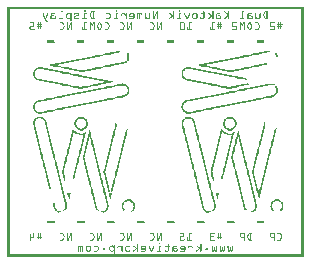
<source format=gbo>
G04 MADE WITH FRITZING*
G04 WWW.FRITZING.ORG*
G04 DOUBLE SIDED*
G04 HOLES PLATED*
G04 CONTOUR ON CENTER OF CONTOUR VECTOR*
%ASAXBY*%
%FSLAX23Y23*%
%MOIN*%
%OFA0B0*%
%SFA1.0B1.0*%
%ADD10R,0.001000X0.001000*%
%LNSILK0*%
G90*
G70*
G36*
X771Y623D02*
X771Y621D01*
X715Y621D01*
X715Y623D01*
X771Y623D01*
G37*
D02*
G36*
X771Y623D02*
X771Y621D01*
X715Y621D01*
X715Y623D01*
X771Y623D01*
G37*
D02*
G36*
X762Y621D02*
X762Y619D01*
X754Y619D01*
X754Y617D01*
X745Y617D01*
X745Y616D01*
X741Y616D01*
X741Y617D01*
X733Y617D01*
X733Y619D01*
X724Y619D01*
X724Y621D01*
X762Y621D01*
G37*
D02*
G36*
X277Y623D02*
X277Y621D01*
X221Y621D01*
X221Y623D01*
X277Y623D01*
G37*
D02*
G36*
X277Y623D02*
X277Y621D01*
X221Y621D01*
X221Y623D01*
X277Y623D01*
G37*
D02*
G36*
X268Y621D02*
X268Y619D01*
X259Y619D01*
X259Y617D01*
X251Y617D01*
X251Y616D01*
X247Y616D01*
X247Y617D01*
X239Y617D01*
X239Y619D01*
X230Y619D01*
X230Y621D01*
X268Y621D01*
G37*
D02*
G36*
X611Y633D02*
X611Y631D01*
X620Y631D01*
X620Y630D01*
X628Y630D01*
X628Y628D01*
X597Y628D01*
X597Y626D01*
X593Y626D01*
X593Y624D01*
X592Y624D01*
X592Y623D01*
X590Y623D01*
X590Y621D01*
X588Y621D01*
X588Y619D01*
X586Y619D01*
X586Y603D01*
X588Y603D01*
X588Y600D01*
X590Y600D01*
X590Y598D01*
X592Y598D01*
X592Y596D01*
X595Y596D01*
X595Y595D01*
X602Y595D01*
X602Y593D01*
X611Y593D01*
X611Y591D01*
X620Y591D01*
X620Y590D01*
X628Y590D01*
X628Y588D01*
X637Y588D01*
X637Y586D01*
X646Y586D01*
X646Y584D01*
X654Y584D01*
X654Y583D01*
X663Y583D01*
X663Y581D01*
X672Y581D01*
X672Y579D01*
X680Y579D01*
X680Y577D01*
X689Y577D01*
X689Y576D01*
X698Y576D01*
X698Y574D01*
X707Y574D01*
X707Y572D01*
X715Y572D01*
X715Y570D01*
X724Y570D01*
X724Y569D01*
X733Y569D01*
X733Y567D01*
X703Y567D01*
X703Y569D01*
X694Y569D01*
X694Y570D01*
X686Y570D01*
X686Y572D01*
X677Y572D01*
X677Y574D01*
X668Y574D01*
X668Y576D01*
X660Y576D01*
X660Y577D01*
X651Y577D01*
X651Y579D01*
X642Y579D01*
X642Y581D01*
X633Y581D01*
X633Y583D01*
X625Y583D01*
X625Y584D01*
X616Y584D01*
X616Y586D01*
X607Y586D01*
X607Y588D01*
X599Y588D01*
X599Y590D01*
X593Y590D01*
X593Y591D01*
X590Y591D01*
X590Y593D01*
X588Y593D01*
X588Y595D01*
X586Y595D01*
X586Y596D01*
X585Y596D01*
X585Y598D01*
X583Y598D01*
X583Y602D01*
X581Y602D01*
X581Y609D01*
X580Y609D01*
X580Y614D01*
X581Y614D01*
X581Y619D01*
X583Y619D01*
X583Y623D01*
X585Y623D01*
X585Y626D01*
X586Y626D01*
X586Y628D01*
X588Y628D01*
X588Y630D01*
X592Y630D01*
X592Y631D01*
X595Y631D01*
X595Y633D01*
X611Y633D01*
G37*
D02*
G36*
X764Y567D02*
X764Y565D01*
X712Y565D01*
X712Y567D01*
X764Y567D01*
G37*
D02*
G36*
X764Y567D02*
X764Y565D01*
X712Y565D01*
X712Y567D01*
X764Y567D01*
G37*
D02*
G36*
X755Y565D02*
X755Y563D01*
X747Y563D01*
X747Y562D01*
X729Y562D01*
X729Y563D01*
X720Y563D01*
X720Y565D01*
X755Y565D01*
G37*
D02*
G36*
X117Y633D02*
X117Y631D01*
X125Y631D01*
X125Y630D01*
X134Y630D01*
X134Y628D01*
X101Y628D01*
X101Y626D01*
X98Y626D01*
X98Y624D01*
X96Y624D01*
X96Y623D01*
X94Y623D01*
X94Y621D01*
X92Y621D01*
X92Y617D01*
X91Y617D01*
X91Y605D01*
X92Y605D01*
X92Y602D01*
X94Y602D01*
X94Y600D01*
X96Y600D01*
X96Y598D01*
X98Y598D01*
X98Y596D01*
X99Y596D01*
X99Y595D01*
X106Y595D01*
X106Y593D01*
X115Y593D01*
X115Y591D01*
X124Y591D01*
X124Y590D01*
X132Y590D01*
X132Y588D01*
X141Y588D01*
X141Y586D01*
X150Y586D01*
X150Y584D01*
X159Y584D01*
X159Y583D01*
X167Y583D01*
X167Y581D01*
X176Y581D01*
X176Y579D01*
X185Y579D01*
X185Y577D01*
X193Y577D01*
X193Y576D01*
X202Y576D01*
X202Y574D01*
X211Y574D01*
X211Y572D01*
X219Y572D01*
X219Y570D01*
X228Y570D01*
X228Y569D01*
X237Y569D01*
X237Y567D01*
X209Y567D01*
X209Y569D01*
X200Y569D01*
X200Y570D01*
X192Y570D01*
X192Y572D01*
X183Y572D01*
X183Y574D01*
X174Y574D01*
X174Y576D01*
X165Y576D01*
X165Y577D01*
X157Y577D01*
X157Y579D01*
X148Y579D01*
X148Y581D01*
X139Y581D01*
X139Y583D01*
X131Y583D01*
X131Y584D01*
X122Y584D01*
X122Y586D01*
X113Y586D01*
X113Y588D01*
X105Y588D01*
X105Y590D01*
X99Y590D01*
X99Y591D01*
X96Y591D01*
X96Y593D01*
X92Y593D01*
X92Y595D01*
X91Y595D01*
X91Y598D01*
X89Y598D01*
X89Y600D01*
X87Y600D01*
X87Y603D01*
X85Y603D01*
X85Y617D01*
X87Y617D01*
X87Y623D01*
X89Y623D01*
X89Y624D01*
X91Y624D01*
X91Y626D01*
X92Y626D01*
X92Y628D01*
X94Y628D01*
X94Y630D01*
X96Y630D01*
X96Y631D01*
X101Y631D01*
X101Y633D01*
X117Y633D01*
G37*
D02*
G36*
X143Y628D02*
X143Y626D01*
X152Y626D01*
X152Y624D01*
X160Y624D01*
X160Y623D01*
X169Y623D01*
X169Y621D01*
X178Y621D01*
X178Y619D01*
X186Y619D01*
X186Y617D01*
X195Y617D01*
X195Y616D01*
X204Y616D01*
X204Y614D01*
X212Y614D01*
X212Y612D01*
X221Y612D01*
X221Y610D01*
X230Y610D01*
X230Y609D01*
X239Y609D01*
X239Y607D01*
X247Y607D01*
X247Y605D01*
X256Y605D01*
X256Y603D01*
X265Y603D01*
X265Y602D01*
X273Y602D01*
X273Y600D01*
X282Y600D01*
X282Y598D01*
X291Y598D01*
X291Y596D01*
X299Y596D01*
X299Y595D01*
X308Y595D01*
X308Y593D01*
X317Y593D01*
X317Y591D01*
X326Y591D01*
X326Y590D01*
X334Y590D01*
X334Y588D01*
X343Y588D01*
X343Y586D01*
X352Y586D01*
X352Y584D01*
X355Y584D01*
X355Y583D01*
X346Y583D01*
X346Y581D01*
X338Y581D01*
X338Y579D01*
X329Y579D01*
X329Y577D01*
X320Y577D01*
X320Y576D01*
X312Y576D01*
X312Y574D01*
X303Y574D01*
X303Y572D01*
X294Y572D01*
X294Y570D01*
X286Y570D01*
X286Y569D01*
X277Y569D01*
X277Y567D01*
X249Y567D01*
X249Y569D01*
X258Y569D01*
X258Y570D01*
X266Y570D01*
X266Y572D01*
X275Y572D01*
X275Y574D01*
X284Y574D01*
X284Y576D01*
X292Y576D01*
X292Y577D01*
X301Y577D01*
X301Y579D01*
X310Y579D01*
X310Y581D01*
X319Y581D01*
X319Y583D01*
X326Y583D01*
X326Y584D01*
X322Y584D01*
X322Y586D01*
X313Y586D01*
X313Y588D01*
X305Y588D01*
X305Y590D01*
X296Y590D01*
X296Y591D01*
X287Y591D01*
X287Y593D01*
X279Y593D01*
X279Y595D01*
X270Y595D01*
X270Y596D01*
X261Y596D01*
X261Y598D01*
X252Y598D01*
X252Y600D01*
X244Y600D01*
X244Y602D01*
X235Y602D01*
X235Y603D01*
X226Y603D01*
X226Y605D01*
X218Y605D01*
X218Y607D01*
X209Y607D01*
X209Y609D01*
X200Y609D01*
X200Y610D01*
X192Y610D01*
X192Y612D01*
X183Y612D01*
X183Y614D01*
X174Y614D01*
X174Y616D01*
X165Y616D01*
X165Y617D01*
X157Y617D01*
X157Y619D01*
X148Y619D01*
X148Y621D01*
X139Y621D01*
X139Y623D01*
X131Y623D01*
X131Y624D01*
X122Y624D01*
X122Y626D01*
X113Y626D01*
X113Y628D01*
X143Y628D01*
G37*
D02*
G36*
X268Y567D02*
X268Y565D01*
X218Y565D01*
X218Y567D01*
X268Y567D01*
G37*
D02*
G36*
X268Y567D02*
X268Y565D01*
X218Y565D01*
X218Y567D01*
X268Y567D01*
G37*
D02*
G36*
X259Y565D02*
X259Y563D01*
X251Y563D01*
X251Y562D01*
X235Y562D01*
X235Y563D01*
X226Y563D01*
X226Y565D01*
X259Y565D01*
G37*
D02*
G36*
X894Y572D02*
X894Y570D01*
X896Y570D01*
X896Y569D01*
X898Y569D01*
X898Y565D01*
X900Y565D01*
X900Y562D01*
X901Y562D01*
X901Y549D01*
X900Y549D01*
X900Y546D01*
X898Y546D01*
X898Y543D01*
X896Y543D01*
X896Y541D01*
X894Y541D01*
X894Y539D01*
X893Y539D01*
X893Y537D01*
X891Y537D01*
X891Y536D01*
X887Y536D01*
X887Y534D01*
X881Y534D01*
X881Y532D01*
X872Y532D01*
X872Y530D01*
X863Y530D01*
X863Y529D01*
X854Y529D01*
X854Y527D01*
X846Y527D01*
X846Y525D01*
X837Y525D01*
X837Y523D01*
X828Y523D01*
X828Y522D01*
X820Y522D01*
X820Y520D01*
X811Y520D01*
X811Y518D01*
X802Y518D01*
X802Y516D01*
X794Y516D01*
X794Y515D01*
X785Y515D01*
X785Y513D01*
X776Y513D01*
X776Y511D01*
X767Y511D01*
X767Y509D01*
X759Y509D01*
X759Y508D01*
X750Y508D01*
X750Y506D01*
X741Y506D01*
X741Y504D01*
X733Y504D01*
X733Y503D01*
X724Y503D01*
X724Y501D01*
X715Y501D01*
X715Y499D01*
X707Y499D01*
X707Y497D01*
X698Y497D01*
X698Y496D01*
X689Y496D01*
X689Y494D01*
X680Y494D01*
X680Y492D01*
X672Y492D01*
X672Y490D01*
X663Y490D01*
X663Y489D01*
X654Y489D01*
X654Y487D01*
X646Y487D01*
X646Y485D01*
X637Y485D01*
X637Y483D01*
X609Y483D01*
X609Y485D01*
X618Y485D01*
X618Y487D01*
X627Y487D01*
X627Y489D01*
X635Y489D01*
X635Y490D01*
X644Y490D01*
X644Y492D01*
X653Y492D01*
X653Y494D01*
X661Y494D01*
X661Y496D01*
X670Y496D01*
X670Y497D01*
X679Y497D01*
X679Y499D01*
X687Y499D01*
X687Y501D01*
X696Y501D01*
X696Y503D01*
X705Y503D01*
X705Y504D01*
X713Y504D01*
X713Y506D01*
X722Y506D01*
X722Y508D01*
X731Y508D01*
X731Y509D01*
X740Y509D01*
X740Y511D01*
X748Y511D01*
X748Y513D01*
X757Y513D01*
X757Y515D01*
X766Y515D01*
X766Y516D01*
X774Y516D01*
X774Y518D01*
X783Y518D01*
X783Y520D01*
X792Y520D01*
X792Y522D01*
X800Y522D01*
X800Y523D01*
X809Y523D01*
X809Y525D01*
X818Y525D01*
X818Y527D01*
X827Y527D01*
X827Y529D01*
X835Y529D01*
X835Y530D01*
X844Y530D01*
X844Y532D01*
X853Y532D01*
X853Y534D01*
X861Y534D01*
X861Y536D01*
X870Y536D01*
X870Y537D01*
X879Y537D01*
X879Y539D01*
X886Y539D01*
X886Y541D01*
X889Y541D01*
X889Y543D01*
X891Y543D01*
X891Y544D01*
X893Y544D01*
X893Y548D01*
X894Y548D01*
X894Y551D01*
X896Y551D01*
X896Y560D01*
X894Y560D01*
X894Y565D01*
X893Y565D01*
X893Y567D01*
X891Y567D01*
X891Y569D01*
X889Y569D01*
X889Y570D01*
X886Y570D01*
X886Y572D01*
X894Y572D01*
G37*
D02*
G36*
X628Y483D02*
X628Y482D01*
X590Y482D01*
X590Y483D01*
X628Y483D01*
G37*
D02*
G36*
X628Y483D02*
X628Y482D01*
X590Y482D01*
X590Y483D01*
X628Y483D01*
G37*
D02*
G36*
X620Y482D02*
X620Y480D01*
X611Y480D01*
X611Y478D01*
X595Y478D01*
X595Y480D01*
X592Y480D01*
X592Y482D01*
X620Y482D01*
G37*
D02*
G36*
X385Y579D02*
X385Y577D01*
X392Y577D01*
X392Y576D01*
X395Y576D01*
X395Y574D01*
X399Y574D01*
X399Y572D01*
X374Y572D01*
X374Y570D01*
X366Y570D01*
X366Y569D01*
X357Y569D01*
X357Y567D01*
X348Y567D01*
X348Y565D01*
X339Y565D01*
X339Y563D01*
X331Y563D01*
X331Y562D01*
X322Y562D01*
X322Y560D01*
X313Y560D01*
X313Y558D01*
X305Y558D01*
X305Y556D01*
X296Y556D01*
X296Y555D01*
X287Y555D01*
X287Y553D01*
X279Y553D01*
X279Y551D01*
X270Y551D01*
X270Y549D01*
X261Y549D01*
X261Y548D01*
X252Y548D01*
X252Y546D01*
X244Y546D01*
X244Y544D01*
X235Y544D01*
X235Y543D01*
X226Y543D01*
X226Y541D01*
X218Y541D01*
X218Y539D01*
X209Y539D01*
X209Y537D01*
X200Y537D01*
X200Y536D01*
X192Y536D01*
X192Y534D01*
X183Y534D01*
X183Y532D01*
X174Y532D01*
X174Y530D01*
X165Y530D01*
X165Y529D01*
X157Y529D01*
X157Y527D01*
X148Y527D01*
X148Y525D01*
X139Y525D01*
X139Y523D01*
X131Y523D01*
X131Y522D01*
X122Y522D01*
X122Y520D01*
X113Y520D01*
X113Y518D01*
X105Y518D01*
X105Y516D01*
X99Y516D01*
X99Y515D01*
X98Y515D01*
X98Y513D01*
X96Y513D01*
X96Y511D01*
X94Y511D01*
X94Y509D01*
X92Y509D01*
X92Y506D01*
X91Y506D01*
X91Y496D01*
X92Y496D01*
X92Y490D01*
X94Y490D01*
X94Y489D01*
X96Y489D01*
X96Y487D01*
X99Y487D01*
X99Y485D01*
X103Y485D01*
X103Y483D01*
X92Y483D01*
X92Y485D01*
X91Y485D01*
X91Y487D01*
X89Y487D01*
X89Y490D01*
X87Y490D01*
X87Y494D01*
X85Y494D01*
X85Y508D01*
X87Y508D01*
X87Y511D01*
X89Y511D01*
X89Y515D01*
X91Y515D01*
X91Y516D01*
X92Y516D01*
X92Y518D01*
X96Y518D01*
X96Y520D01*
X98Y520D01*
X98Y522D01*
X103Y522D01*
X103Y523D01*
X112Y523D01*
X112Y525D01*
X120Y525D01*
X120Y527D01*
X129Y527D01*
X129Y529D01*
X138Y529D01*
X138Y530D01*
X146Y530D01*
X146Y532D01*
X155Y532D01*
X155Y534D01*
X164Y534D01*
X164Y536D01*
X172Y536D01*
X172Y537D01*
X181Y537D01*
X181Y539D01*
X190Y539D01*
X190Y541D01*
X199Y541D01*
X199Y543D01*
X207Y543D01*
X207Y544D01*
X216Y544D01*
X216Y546D01*
X225Y546D01*
X225Y548D01*
X233Y548D01*
X233Y549D01*
X242Y549D01*
X242Y551D01*
X251Y551D01*
X251Y553D01*
X259Y553D01*
X259Y555D01*
X268Y555D01*
X268Y556D01*
X277Y556D01*
X277Y558D01*
X286Y558D01*
X286Y560D01*
X294Y560D01*
X294Y562D01*
X303Y562D01*
X303Y563D01*
X312Y563D01*
X312Y565D01*
X320Y565D01*
X320Y567D01*
X329Y567D01*
X329Y569D01*
X338Y569D01*
X338Y570D01*
X346Y570D01*
X346Y572D01*
X355Y572D01*
X355Y574D01*
X364Y574D01*
X364Y576D01*
X372Y576D01*
X372Y577D01*
X383Y577D01*
X383Y579D01*
X385Y579D01*
G37*
D02*
G36*
X400Y572D02*
X400Y570D01*
X402Y570D01*
X402Y567D01*
X404Y567D01*
X404Y563D01*
X406Y563D01*
X406Y548D01*
X404Y548D01*
X404Y544D01*
X402Y544D01*
X402Y541D01*
X400Y541D01*
X400Y539D01*
X397Y539D01*
X397Y537D01*
X395Y537D01*
X395Y536D01*
X392Y536D01*
X392Y534D01*
X385Y534D01*
X385Y532D01*
X376Y532D01*
X376Y530D01*
X367Y530D01*
X367Y529D01*
X359Y529D01*
X359Y527D01*
X350Y527D01*
X350Y525D01*
X341Y525D01*
X341Y523D01*
X332Y523D01*
X332Y522D01*
X324Y522D01*
X324Y520D01*
X315Y520D01*
X315Y518D01*
X306Y518D01*
X306Y516D01*
X298Y516D01*
X298Y515D01*
X289Y515D01*
X289Y513D01*
X280Y513D01*
X280Y511D01*
X272Y511D01*
X272Y509D01*
X263Y509D01*
X263Y508D01*
X254Y508D01*
X254Y506D01*
X245Y506D01*
X245Y504D01*
X237Y504D01*
X237Y503D01*
X228Y503D01*
X228Y501D01*
X219Y501D01*
X219Y499D01*
X211Y499D01*
X211Y497D01*
X202Y497D01*
X202Y496D01*
X193Y496D01*
X193Y494D01*
X185Y494D01*
X185Y492D01*
X176Y492D01*
X176Y490D01*
X167Y490D01*
X167Y489D01*
X159Y489D01*
X159Y487D01*
X150Y487D01*
X150Y485D01*
X141Y485D01*
X141Y483D01*
X113Y483D01*
X113Y485D01*
X122Y485D01*
X122Y487D01*
X131Y487D01*
X131Y489D01*
X139Y489D01*
X139Y490D01*
X148Y490D01*
X148Y492D01*
X157Y492D01*
X157Y494D01*
X165Y494D01*
X165Y496D01*
X174Y496D01*
X174Y497D01*
X183Y497D01*
X183Y499D01*
X192Y499D01*
X192Y501D01*
X200Y501D01*
X200Y503D01*
X209Y503D01*
X209Y504D01*
X218Y504D01*
X218Y506D01*
X226Y506D01*
X226Y508D01*
X235Y508D01*
X235Y509D01*
X244Y509D01*
X244Y511D01*
X252Y511D01*
X252Y513D01*
X261Y513D01*
X261Y515D01*
X270Y515D01*
X270Y516D01*
X279Y516D01*
X279Y518D01*
X287Y518D01*
X287Y520D01*
X296Y520D01*
X296Y522D01*
X305Y522D01*
X305Y523D01*
X313Y523D01*
X313Y525D01*
X322Y525D01*
X322Y527D01*
X331Y527D01*
X331Y529D01*
X339Y529D01*
X339Y530D01*
X348Y530D01*
X348Y532D01*
X357Y532D01*
X357Y534D01*
X366Y534D01*
X366Y536D01*
X374Y536D01*
X374Y537D01*
X383Y537D01*
X383Y539D01*
X390Y539D01*
X390Y541D01*
X393Y541D01*
X393Y543D01*
X395Y543D01*
X395Y544D01*
X397Y544D01*
X397Y546D01*
X399Y546D01*
X399Y549D01*
X400Y549D01*
X400Y562D01*
X399Y562D01*
X399Y565D01*
X397Y565D01*
X397Y567D01*
X395Y567D01*
X395Y569D01*
X393Y569D01*
X393Y570D01*
X390Y570D01*
X390Y572D01*
X400Y572D01*
G37*
D02*
G36*
X132Y483D02*
X132Y482D01*
X94Y482D01*
X94Y483D01*
X132Y483D01*
G37*
D02*
G36*
X132Y483D02*
X132Y482D01*
X94Y482D01*
X94Y483D01*
X132Y483D01*
G37*
D02*
G36*
X124Y482D02*
X124Y480D01*
X115Y480D01*
X115Y478D01*
X101Y478D01*
X101Y480D01*
X98Y480D01*
X98Y482D01*
X124Y482D01*
G37*
D02*
G36*
X844Y217D02*
X844Y215D01*
X832Y215D01*
X832Y217D01*
X844Y217D01*
G37*
D02*
G36*
X844Y217D02*
X844Y215D01*
X832Y215D01*
X832Y217D01*
X844Y217D01*
G37*
D02*
G36*
X844Y215D02*
X844Y210D01*
X842Y210D01*
X842Y203D01*
X840Y203D01*
X840Y196D01*
X839Y196D01*
X839Y193D01*
X837Y193D01*
X837Y200D01*
X835Y200D01*
X835Y207D01*
X834Y207D01*
X834Y214D01*
X832Y214D01*
X832Y215D01*
X844Y215D01*
G37*
D02*
G36*
X747Y468D02*
X747Y466D01*
X752Y466D01*
X752Y464D01*
X754Y464D01*
X754Y462D01*
X736Y462D01*
X736Y461D01*
X733Y461D01*
X733Y459D01*
X729Y459D01*
X729Y457D01*
X727Y457D01*
X727Y454D01*
X726Y454D01*
X726Y450D01*
X724Y450D01*
X724Y440D01*
X726Y440D01*
X726Y436D01*
X727Y436D01*
X727Y433D01*
X729Y433D01*
X729Y431D01*
X733Y431D01*
X733Y429D01*
X738Y429D01*
X738Y428D01*
X726Y428D01*
X726Y429D01*
X724Y429D01*
X724Y431D01*
X722Y431D01*
X722Y435D01*
X720Y435D01*
X720Y438D01*
X719Y438D01*
X719Y452D01*
X720Y452D01*
X720Y456D01*
X722Y456D01*
X722Y459D01*
X724Y459D01*
X724Y461D01*
X726Y461D01*
X726Y462D01*
X727Y462D01*
X727Y464D01*
X731Y464D01*
X731Y466D01*
X734Y466D01*
X734Y468D01*
X747Y468D01*
G37*
D02*
G36*
X755Y462D02*
X755Y461D01*
X757Y461D01*
X757Y459D01*
X759Y459D01*
X759Y457D01*
X760Y457D01*
X760Y454D01*
X762Y454D01*
X762Y449D01*
X764Y449D01*
X764Y442D01*
X762Y442D01*
X762Y436D01*
X760Y436D01*
X760Y433D01*
X759Y433D01*
X759Y431D01*
X757Y431D01*
X757Y429D01*
X755Y429D01*
X755Y428D01*
X745Y428D01*
X745Y429D01*
X748Y429D01*
X748Y431D01*
X752Y431D01*
X752Y433D01*
X754Y433D01*
X754Y435D01*
X755Y435D01*
X755Y438D01*
X757Y438D01*
X757Y452D01*
X755Y452D01*
X755Y456D01*
X754Y456D01*
X754Y457D01*
X752Y457D01*
X752Y459D01*
X750Y459D01*
X750Y461D01*
X745Y461D01*
X745Y462D01*
X755Y462D01*
G37*
D02*
G36*
X754Y428D02*
X754Y426D01*
X727Y426D01*
X727Y428D01*
X754Y428D01*
G37*
D02*
G36*
X754Y428D02*
X754Y426D01*
X727Y426D01*
X727Y428D01*
X754Y428D01*
G37*
D02*
G36*
X750Y426D02*
X750Y424D01*
X747Y424D01*
X747Y422D01*
X736Y422D01*
X736Y424D01*
X731Y424D01*
X731Y426D01*
X750Y426D01*
G37*
D02*
G36*
X609Y468D02*
X609Y466D01*
X613Y466D01*
X613Y464D01*
X616Y464D01*
X616Y462D01*
X599Y462D01*
X599Y461D01*
X593Y461D01*
X593Y459D01*
X592Y459D01*
X592Y457D01*
X590Y457D01*
X590Y456D01*
X588Y456D01*
X588Y452D01*
X586Y452D01*
X586Y436D01*
X588Y436D01*
X588Y429D01*
X590Y429D01*
X590Y422D01*
X592Y422D01*
X592Y416D01*
X593Y416D01*
X593Y409D01*
X595Y409D01*
X595Y402D01*
X597Y402D01*
X597Y395D01*
X599Y395D01*
X599Y388D01*
X600Y388D01*
X600Y381D01*
X602Y381D01*
X602Y374D01*
X604Y374D01*
X604Y367D01*
X606Y367D01*
X606Y360D01*
X607Y360D01*
X607Y353D01*
X609Y353D01*
X609Y346D01*
X611Y346D01*
X611Y339D01*
X613Y339D01*
X613Y332D01*
X614Y332D01*
X614Y325D01*
X616Y325D01*
X616Y318D01*
X618Y318D01*
X618Y311D01*
X620Y311D01*
X620Y304D01*
X621Y304D01*
X621Y297D01*
X623Y297D01*
X623Y290D01*
X625Y290D01*
X625Y283D01*
X627Y283D01*
X627Y276D01*
X628Y276D01*
X628Y269D01*
X630Y269D01*
X630Y262D01*
X632Y262D01*
X632Y255D01*
X633Y255D01*
X633Y249D01*
X635Y249D01*
X635Y242D01*
X637Y242D01*
X637Y235D01*
X639Y235D01*
X639Y228D01*
X640Y228D01*
X640Y221D01*
X642Y221D01*
X642Y214D01*
X644Y214D01*
X644Y207D01*
X646Y207D01*
X646Y200D01*
X647Y200D01*
X647Y193D01*
X649Y193D01*
X649Y186D01*
X651Y186D01*
X651Y179D01*
X653Y179D01*
X653Y172D01*
X654Y172D01*
X654Y165D01*
X656Y165D01*
X656Y160D01*
X658Y160D01*
X658Y158D01*
X660Y158D01*
X660Y156D01*
X661Y156D01*
X661Y155D01*
X665Y155D01*
X665Y153D01*
X656Y153D01*
X656Y155D01*
X654Y155D01*
X654Y156D01*
X653Y156D01*
X653Y160D01*
X651Y160D01*
X651Y163D01*
X649Y163D01*
X649Y170D01*
X647Y170D01*
X647Y177D01*
X646Y177D01*
X646Y184D01*
X644Y184D01*
X644Y191D01*
X642Y191D01*
X642Y198D01*
X640Y198D01*
X640Y205D01*
X639Y205D01*
X639Y212D01*
X637Y212D01*
X637Y219D01*
X635Y219D01*
X635Y226D01*
X633Y226D01*
X633Y233D01*
X632Y233D01*
X632Y240D01*
X630Y240D01*
X630Y247D01*
X628Y247D01*
X628Y254D01*
X627Y254D01*
X627Y261D01*
X625Y261D01*
X625Y268D01*
X623Y268D01*
X623Y275D01*
X621Y275D01*
X621Y282D01*
X620Y282D01*
X620Y289D01*
X618Y289D01*
X618Y295D01*
X616Y295D01*
X616Y302D01*
X614Y302D01*
X614Y309D01*
X613Y309D01*
X613Y316D01*
X611Y316D01*
X611Y323D01*
X609Y323D01*
X609Y330D01*
X607Y330D01*
X607Y337D01*
X606Y337D01*
X606Y344D01*
X604Y344D01*
X604Y351D01*
X602Y351D01*
X602Y358D01*
X600Y358D01*
X600Y365D01*
X599Y365D01*
X599Y372D01*
X597Y372D01*
X597Y379D01*
X595Y379D01*
X595Y386D01*
X593Y386D01*
X593Y393D01*
X592Y393D01*
X592Y400D01*
X590Y400D01*
X590Y407D01*
X588Y407D01*
X588Y414D01*
X586Y414D01*
X586Y421D01*
X585Y421D01*
X585Y428D01*
X583Y428D01*
X583Y435D01*
X581Y435D01*
X581Y442D01*
X580Y442D01*
X580Y449D01*
X581Y449D01*
X581Y454D01*
X583Y454D01*
X583Y457D01*
X585Y457D01*
X585Y459D01*
X586Y459D01*
X586Y461D01*
X588Y461D01*
X588Y462D01*
X590Y462D01*
X590Y464D01*
X592Y464D01*
X592Y466D01*
X597Y466D01*
X597Y468D01*
X609Y468D01*
G37*
D02*
G36*
X350Y215D02*
X350Y214D01*
X338Y214D01*
X338Y215D01*
X350Y215D01*
G37*
D02*
G36*
X350Y215D02*
X350Y214D01*
X338Y214D01*
X338Y215D01*
X350Y215D01*
G37*
D02*
G36*
X348Y214D02*
X348Y207D01*
X346Y207D01*
X346Y200D01*
X345Y200D01*
X345Y193D01*
X343Y193D01*
X343Y195D01*
X341Y195D01*
X341Y202D01*
X339Y202D01*
X339Y208D01*
X338Y208D01*
X338Y214D01*
X348Y214D01*
G37*
D02*
G36*
X252Y468D02*
X252Y466D01*
X256Y466D01*
X256Y464D01*
X259Y464D01*
X259Y462D01*
X242Y462D01*
X242Y461D01*
X237Y461D01*
X237Y459D01*
X235Y459D01*
X235Y457D01*
X233Y457D01*
X233Y456D01*
X232Y456D01*
X232Y454D01*
X230Y454D01*
X230Y449D01*
X228Y449D01*
X228Y442D01*
X230Y442D01*
X230Y436D01*
X232Y436D01*
X232Y435D01*
X233Y435D01*
X233Y433D01*
X235Y433D01*
X235Y431D01*
X237Y431D01*
X237Y429D01*
X242Y429D01*
X242Y428D01*
X232Y428D01*
X232Y429D01*
X230Y429D01*
X230Y431D01*
X228Y431D01*
X228Y433D01*
X226Y433D01*
X226Y435D01*
X225Y435D01*
X225Y440D01*
X223Y440D01*
X223Y450D01*
X225Y450D01*
X225Y456D01*
X226Y456D01*
X226Y457D01*
X228Y457D01*
X228Y461D01*
X230Y461D01*
X230Y462D01*
X233Y462D01*
X233Y464D01*
X235Y464D01*
X235Y466D01*
X240Y466D01*
X240Y468D01*
X252Y468D01*
G37*
D02*
G36*
X261Y462D02*
X261Y461D01*
X263Y461D01*
X263Y459D01*
X265Y459D01*
X265Y456D01*
X266Y456D01*
X266Y452D01*
X268Y452D01*
X268Y438D01*
X266Y438D01*
X266Y435D01*
X265Y435D01*
X265Y431D01*
X263Y431D01*
X263Y429D01*
X261Y429D01*
X261Y428D01*
X249Y428D01*
X249Y429D01*
X254Y429D01*
X254Y431D01*
X256Y431D01*
X256Y433D01*
X258Y433D01*
X258Y435D01*
X259Y435D01*
X259Y436D01*
X261Y436D01*
X261Y440D01*
X263Y440D01*
X263Y450D01*
X261Y450D01*
X261Y454D01*
X259Y454D01*
X259Y457D01*
X256Y457D01*
X256Y459D01*
X254Y459D01*
X254Y461D01*
X251Y461D01*
X251Y462D01*
X261Y462D01*
G37*
D02*
G36*
X258Y428D02*
X258Y426D01*
X233Y426D01*
X233Y428D01*
X258Y428D01*
G37*
D02*
G36*
X258Y428D02*
X258Y426D01*
X233Y426D01*
X233Y428D01*
X258Y428D01*
G37*
D02*
G36*
X256Y426D02*
X256Y424D01*
X251Y424D01*
X251Y422D01*
X240Y422D01*
X240Y424D01*
X235Y424D01*
X235Y426D01*
X256Y426D01*
G37*
D02*
G36*
X757Y416D02*
X757Y414D01*
X755Y414D01*
X755Y412D01*
X747Y412D01*
X747Y414D01*
X752Y414D01*
X752Y416D01*
X757Y416D01*
G37*
D02*
G36*
X729Y416D02*
X729Y414D01*
X736Y414D01*
X736Y412D01*
X720Y412D01*
X720Y414D01*
X719Y414D01*
X719Y416D01*
X729Y416D01*
G37*
D02*
G36*
X755Y412D02*
X755Y410D01*
X724Y410D01*
X724Y412D01*
X755Y412D01*
G37*
D02*
G36*
X755Y412D02*
X755Y410D01*
X724Y410D01*
X724Y412D01*
X755Y412D01*
G37*
D02*
G36*
X261Y416D02*
X261Y412D01*
X251Y412D01*
X251Y414D01*
X258Y414D01*
X258Y416D01*
X261Y416D01*
G37*
D02*
G36*
X233Y416D02*
X233Y414D01*
X240Y414D01*
X240Y412D01*
X226Y412D01*
X226Y414D01*
X223Y414D01*
X223Y416D01*
X233Y416D01*
G37*
D02*
G36*
X261Y412D02*
X261Y410D01*
X228Y410D01*
X228Y412D01*
X261Y412D01*
G37*
D02*
G36*
X261Y412D02*
X261Y410D01*
X228Y410D01*
X228Y412D01*
X261Y412D01*
G37*
D02*
G36*
X419Y186D02*
X419Y184D01*
X421Y184D01*
X421Y181D01*
X423Y181D01*
X423Y179D01*
X425Y179D01*
X425Y174D01*
X426Y174D01*
X426Y165D01*
X425Y165D01*
X425Y160D01*
X423Y160D01*
X423Y156D01*
X421Y156D01*
X421Y155D01*
X419Y155D01*
X419Y153D01*
X411Y153D01*
X411Y155D01*
X414Y155D01*
X414Y156D01*
X416Y156D01*
X416Y158D01*
X418Y158D01*
X418Y162D01*
X419Y162D01*
X419Y167D01*
X421Y167D01*
X421Y170D01*
X419Y170D01*
X419Y177D01*
X418Y177D01*
X418Y179D01*
X416Y179D01*
X416Y182D01*
X413Y182D01*
X413Y184D01*
X409Y184D01*
X409Y186D01*
X419Y186D01*
G37*
D02*
G54D10*
X0Y835D02*
X987Y835D01*
X0Y834D02*
X987Y834D01*
X0Y833D02*
X987Y833D01*
X0Y832D02*
X987Y832D01*
X0Y831D02*
X987Y831D01*
X0Y830D02*
X987Y830D01*
X0Y829D02*
X987Y829D01*
X0Y828D02*
X987Y828D01*
X0Y827D02*
X7Y827D01*
X980Y827D02*
X987Y827D01*
X0Y826D02*
X7Y826D01*
X980Y826D02*
X987Y826D01*
X0Y825D02*
X7Y825D01*
X980Y825D02*
X987Y825D01*
X0Y824D02*
X7Y824D01*
X980Y824D02*
X987Y824D01*
X0Y823D02*
X7Y823D01*
X980Y823D02*
X987Y823D01*
X0Y822D02*
X7Y822D01*
X256Y822D02*
X260Y822D01*
X361Y822D02*
X365Y822D01*
X571Y822D02*
X575Y822D01*
X980Y822D02*
X987Y822D01*
X0Y821D02*
X7Y821D01*
X177Y821D02*
X184Y821D01*
X255Y821D02*
X260Y821D01*
X282Y821D02*
X291Y821D01*
X361Y821D02*
X365Y821D01*
X485Y821D02*
X487Y821D01*
X498Y821D02*
X502Y821D01*
X552Y821D02*
X553Y821D01*
X571Y821D02*
X575Y821D01*
X684Y821D02*
X685Y821D01*
X722Y821D02*
X723Y821D01*
X736Y821D02*
X737Y821D01*
X782Y821D02*
X788Y821D01*
X860Y821D02*
X869Y821D01*
X980Y821D02*
X987Y821D01*
X0Y820D02*
X7Y820D01*
X177Y820D02*
X185Y820D01*
X255Y820D02*
X260Y820D01*
X280Y820D02*
X291Y820D01*
X361Y820D02*
X365Y820D01*
X485Y820D02*
X487Y820D01*
X497Y820D02*
X502Y820D01*
X552Y820D02*
X554Y820D01*
X571Y820D02*
X575Y820D01*
X683Y820D02*
X686Y820D01*
X721Y820D02*
X724Y820D01*
X736Y820D02*
X738Y820D01*
X781Y820D02*
X789Y820D01*
X858Y820D02*
X869Y820D01*
X980Y820D02*
X987Y820D01*
X0Y819D02*
X7Y819D01*
X177Y819D02*
X185Y819D01*
X256Y819D02*
X260Y819D01*
X280Y819D02*
X291Y819D01*
X361Y819D02*
X365Y819D01*
X485Y819D02*
X487Y819D01*
X497Y819D02*
X502Y819D01*
X552Y819D02*
X554Y819D01*
X571Y819D02*
X575Y819D01*
X653Y819D02*
X655Y819D01*
X683Y819D02*
X686Y819D01*
X721Y819D02*
X725Y819D01*
X735Y819D02*
X738Y819D01*
X781Y819D02*
X789Y819D01*
X857Y819D02*
X869Y819D01*
X980Y819D02*
X987Y819D01*
X0Y818D02*
X7Y818D01*
X177Y818D02*
X184Y818D01*
X256Y818D02*
X259Y818D01*
X279Y818D02*
X291Y818D01*
X362Y818D02*
X364Y818D01*
X485Y818D02*
X487Y818D01*
X496Y818D02*
X502Y818D01*
X552Y818D02*
X554Y818D01*
X572Y818D02*
X574Y818D01*
X653Y818D02*
X656Y818D01*
X683Y818D02*
X686Y818D01*
X722Y818D02*
X727Y818D01*
X735Y818D02*
X738Y818D01*
X781Y818D02*
X788Y818D01*
X857Y818D02*
X869Y818D01*
X980Y818D02*
X987Y818D01*
X0Y817D02*
X7Y817D01*
X177Y817D02*
X179Y817D01*
X278Y817D02*
X282Y817D01*
X285Y817D02*
X288Y817D01*
X485Y817D02*
X487Y817D01*
X496Y817D02*
X502Y817D01*
X552Y817D02*
X554Y817D01*
X653Y817D02*
X656Y817D01*
X683Y817D02*
X686Y817D01*
X723Y817D02*
X728Y817D01*
X735Y817D02*
X738Y817D01*
X781Y817D02*
X784Y817D01*
X856Y817D02*
X860Y817D01*
X863Y817D02*
X866Y817D01*
X980Y817D02*
X987Y817D01*
X0Y816D02*
X7Y816D01*
X177Y816D02*
X179Y816D01*
X278Y816D02*
X281Y816D01*
X285Y816D02*
X288Y816D01*
X485Y816D02*
X487Y816D01*
X496Y816D02*
X502Y816D01*
X552Y816D02*
X554Y816D01*
X653Y816D02*
X656Y816D01*
X683Y816D02*
X686Y816D01*
X724Y816D02*
X729Y816D01*
X735Y816D02*
X738Y816D01*
X781Y816D02*
X784Y816D01*
X856Y816D02*
X859Y816D01*
X863Y816D02*
X866Y816D01*
X980Y816D02*
X987Y816D01*
X0Y815D02*
X7Y815D01*
X177Y815D02*
X179Y815D01*
X277Y815D02*
X281Y815D01*
X285Y815D02*
X288Y815D01*
X485Y815D02*
X487Y815D01*
X495Y815D02*
X502Y815D01*
X552Y815D02*
X554Y815D01*
X653Y815D02*
X656Y815D01*
X683Y815D02*
X686Y815D01*
X725Y815D02*
X730Y815D01*
X735Y815D02*
X738Y815D01*
X781Y815D02*
X784Y815D01*
X855Y815D02*
X858Y815D01*
X863Y815D02*
X866Y815D01*
X980Y815D02*
X987Y815D01*
X0Y814D02*
X7Y814D01*
X177Y814D02*
X179Y814D01*
X202Y814D02*
X206Y814D01*
X211Y814D02*
X212Y814D01*
X277Y814D02*
X280Y814D01*
X285Y814D02*
X288Y814D01*
X485Y814D02*
X487Y814D01*
X495Y814D02*
X502Y814D01*
X552Y814D02*
X554Y814D01*
X653Y814D02*
X656Y814D01*
X683Y814D02*
X686Y814D01*
X727Y814D02*
X731Y814D01*
X735Y814D02*
X738Y814D01*
X781Y814D02*
X784Y814D01*
X855Y814D02*
X858Y814D01*
X863Y814D02*
X866Y814D01*
X980Y814D02*
X987Y814D01*
X0Y813D02*
X7Y813D01*
X117Y813D02*
X119Y813D01*
X132Y813D02*
X134Y813D01*
X147Y813D02*
X156Y813D01*
X177Y813D02*
X179Y813D01*
X201Y813D02*
X208Y813D01*
X210Y813D02*
X213Y813D01*
X225Y813D02*
X236Y813D01*
X256Y813D02*
X263Y813D01*
X276Y813D02*
X280Y813D01*
X285Y813D02*
X288Y813D01*
X328Y813D02*
X338Y813D01*
X361Y813D02*
X368Y813D01*
X382Y813D02*
X389Y813D01*
X394Y813D02*
X396Y813D01*
X410Y813D02*
X419Y813D01*
X435Y813D02*
X438Y813D01*
X442Y813D02*
X445Y813D01*
X447Y813D02*
X449Y813D01*
X459Y813D02*
X461Y813D01*
X473Y813D02*
X475Y813D01*
X485Y813D02*
X487Y813D01*
X494Y813D02*
X497Y813D01*
X499Y813D02*
X502Y813D01*
X539Y813D02*
X541Y813D01*
X552Y813D02*
X554Y813D01*
X571Y813D02*
X578Y813D01*
X590Y813D02*
X592Y813D01*
X605Y813D02*
X606Y813D01*
X620Y813D02*
X629Y813D01*
X645Y813D02*
X659Y813D01*
X671Y813D02*
X673Y813D01*
X683Y813D02*
X686Y813D01*
X698Y813D02*
X708Y813D01*
X728Y813D02*
X732Y813D01*
X735Y813D02*
X738Y813D01*
X781Y813D02*
X784Y813D01*
X803Y813D02*
X813Y813D01*
X827Y813D02*
X828Y813D01*
X841Y813D02*
X843Y813D01*
X854Y813D02*
X857Y813D01*
X863Y813D02*
X866Y813D01*
X980Y813D02*
X987Y813D01*
X0Y812D02*
X7Y812D01*
X117Y812D02*
X120Y812D01*
X131Y812D02*
X134Y812D01*
X145Y812D02*
X157Y812D01*
X177Y812D02*
X179Y812D01*
X199Y812D02*
X213Y812D01*
X223Y812D02*
X237Y812D01*
X255Y812D02*
X263Y812D01*
X276Y812D02*
X279Y812D01*
X285Y812D02*
X288Y812D01*
X327Y812D02*
X340Y812D01*
X361Y812D02*
X369Y812D01*
X381Y812D02*
X390Y812D01*
X394Y812D02*
X397Y812D01*
X409Y812D02*
X420Y812D01*
X433Y812D02*
X449Y812D01*
X458Y812D02*
X461Y812D01*
X473Y812D02*
X475Y812D01*
X485Y812D02*
X487Y812D01*
X494Y812D02*
X497Y812D01*
X499Y812D02*
X502Y812D01*
X539Y812D02*
X543Y812D01*
X552Y812D02*
X554Y812D01*
X571Y812D02*
X579Y812D01*
X590Y812D02*
X592Y812D01*
X604Y812D02*
X607Y812D01*
X619Y812D02*
X630Y812D01*
X644Y812D02*
X659Y812D01*
X670Y812D02*
X674Y812D01*
X683Y812D02*
X686Y812D01*
X697Y812D02*
X708Y812D01*
X729Y812D02*
X738Y812D01*
X781Y812D02*
X784Y812D01*
X802Y812D02*
X813Y812D01*
X826Y812D02*
X829Y812D01*
X841Y812D02*
X843Y812D01*
X854Y812D02*
X857Y812D01*
X863Y812D02*
X866Y812D01*
X980Y812D02*
X987Y812D01*
X0Y811D02*
X7Y811D01*
X117Y811D02*
X120Y811D01*
X131Y811D02*
X134Y811D01*
X144Y811D02*
X156Y811D01*
X177Y811D02*
X179Y811D01*
X198Y811D02*
X213Y811D01*
X223Y811D02*
X238Y811D01*
X255Y811D02*
X263Y811D01*
X275Y811D02*
X279Y811D01*
X285Y811D02*
X288Y811D01*
X327Y811D02*
X341Y811D01*
X361Y811D02*
X368Y811D01*
X380Y811D02*
X391Y811D01*
X394Y811D02*
X397Y811D01*
X408Y811D02*
X421Y811D01*
X433Y811D02*
X449Y811D01*
X458Y811D02*
X461Y811D01*
X473Y811D02*
X475Y811D01*
X485Y811D02*
X487Y811D01*
X493Y811D02*
X496Y811D01*
X499Y811D02*
X502Y811D01*
X539Y811D02*
X544Y811D01*
X552Y811D02*
X554Y811D01*
X571Y811D02*
X578Y811D01*
X590Y811D02*
X592Y811D01*
X604Y811D02*
X607Y811D01*
X618Y811D02*
X631Y811D01*
X644Y811D02*
X659Y811D01*
X671Y811D02*
X675Y811D01*
X683Y811D02*
X686Y811D01*
X696Y811D02*
X708Y811D01*
X730Y811D02*
X738Y811D01*
X781Y811D02*
X784Y811D01*
X801Y811D02*
X813Y811D01*
X826Y811D02*
X829Y811D01*
X841Y811D02*
X843Y811D01*
X853Y811D02*
X856Y811D01*
X863Y811D02*
X866Y811D01*
X980Y811D02*
X987Y811D01*
X0Y810D02*
X7Y810D01*
X117Y810D02*
X120Y810D01*
X131Y810D02*
X134Y810D01*
X144Y810D02*
X148Y810D01*
X177Y810D02*
X179Y810D01*
X197Y810D02*
X202Y810D01*
X207Y810D02*
X213Y810D01*
X222Y810D02*
X226Y810D01*
X235Y810D02*
X238Y810D01*
X255Y810D02*
X259Y810D01*
X275Y810D02*
X278Y810D01*
X285Y810D02*
X288Y810D01*
X337Y810D02*
X342Y810D01*
X361Y810D02*
X364Y810D01*
X380Y810D02*
X384Y810D01*
X388Y810D02*
X397Y810D01*
X407Y810D02*
X412Y810D01*
X417Y810D02*
X422Y810D01*
X433Y810D02*
X449Y810D01*
X458Y810D02*
X461Y810D01*
X473Y810D02*
X475Y810D01*
X485Y810D02*
X487Y810D01*
X493Y810D02*
X496Y810D01*
X499Y810D02*
X502Y810D01*
X540Y810D02*
X545Y810D01*
X552Y810D02*
X554Y810D01*
X571Y810D02*
X574Y810D01*
X590Y810D02*
X592Y810D01*
X604Y810D02*
X607Y810D01*
X617Y810D02*
X622Y810D01*
X627Y810D02*
X632Y810D01*
X653Y810D02*
X656Y810D01*
X672Y810D02*
X676Y810D01*
X683Y810D02*
X686Y810D01*
X696Y810D02*
X699Y810D01*
X731Y810D02*
X738Y810D01*
X781Y810D02*
X784Y810D01*
X801Y810D02*
X804Y810D01*
X826Y810D02*
X829Y810D01*
X841Y810D02*
X843Y810D01*
X853Y810D02*
X856Y810D01*
X863Y810D02*
X866Y810D01*
X980Y810D02*
X987Y810D01*
X0Y809D02*
X7Y809D01*
X117Y809D02*
X120Y809D01*
X131Y809D02*
X134Y809D01*
X144Y809D02*
X147Y809D01*
X177Y809D02*
X179Y809D01*
X196Y809D02*
X201Y809D01*
X208Y809D02*
X213Y809D01*
X223Y809D02*
X224Y809D01*
X236Y809D02*
X239Y809D01*
X255Y809D02*
X258Y809D01*
X275Y809D02*
X278Y809D01*
X285Y809D02*
X288Y809D01*
X338Y809D02*
X343Y809D01*
X361Y809D02*
X363Y809D01*
X380Y809D02*
X382Y809D01*
X389Y809D02*
X397Y809D01*
X406Y809D02*
X410Y809D01*
X419Y809D02*
X423Y809D01*
X432Y809D02*
X435Y809D01*
X438Y809D02*
X442Y809D01*
X445Y809D02*
X449Y809D01*
X458Y809D02*
X461Y809D01*
X473Y809D02*
X475Y809D01*
X485Y809D02*
X487Y809D01*
X492Y809D02*
X495Y809D01*
X499Y809D02*
X502Y809D01*
X541Y809D02*
X546Y809D01*
X552Y809D02*
X554Y809D01*
X571Y809D02*
X573Y809D01*
X590Y809D02*
X592Y809D01*
X604Y809D02*
X607Y809D01*
X616Y809D02*
X620Y809D01*
X629Y809D02*
X633Y809D01*
X653Y809D02*
X656Y809D01*
X673Y809D02*
X677Y809D01*
X683Y809D02*
X686Y809D01*
X695Y809D02*
X698Y809D01*
X732Y809D02*
X738Y809D01*
X781Y809D02*
X784Y809D01*
X800Y809D02*
X803Y809D01*
X826Y809D02*
X829Y809D01*
X840Y809D02*
X843Y809D01*
X853Y809D02*
X855Y809D01*
X863Y809D02*
X866Y809D01*
X980Y809D02*
X987Y809D01*
X0Y808D02*
X7Y808D01*
X117Y808D02*
X120Y808D01*
X131Y808D02*
X134Y808D01*
X144Y808D02*
X146Y808D01*
X177Y808D02*
X179Y808D01*
X196Y808D02*
X199Y808D01*
X209Y808D02*
X213Y808D01*
X235Y808D02*
X238Y808D01*
X255Y808D02*
X258Y808D01*
X275Y808D02*
X277Y808D01*
X285Y808D02*
X288Y808D01*
X340Y808D02*
X344Y808D01*
X361Y808D02*
X363Y808D01*
X380Y808D02*
X382Y808D01*
X390Y808D02*
X397Y808D01*
X406Y808D02*
X409Y808D01*
X420Y808D02*
X423Y808D01*
X432Y808D02*
X435Y808D01*
X439Y808D02*
X442Y808D01*
X446Y808D02*
X449Y808D01*
X458Y808D02*
X461Y808D01*
X473Y808D02*
X475Y808D01*
X485Y808D02*
X487Y808D01*
X492Y808D02*
X495Y808D01*
X499Y808D02*
X502Y808D01*
X543Y808D02*
X547Y808D01*
X552Y808D02*
X554Y808D01*
X571Y808D02*
X573Y808D01*
X590Y808D02*
X593Y808D01*
X604Y808D02*
X607Y808D01*
X616Y808D02*
X619Y808D01*
X630Y808D02*
X633Y808D01*
X653Y808D02*
X656Y808D01*
X674Y808D02*
X679Y808D01*
X683Y808D02*
X686Y808D01*
X695Y808D02*
X698Y808D01*
X734Y808D02*
X738Y808D01*
X781Y808D02*
X784Y808D01*
X800Y808D02*
X803Y808D01*
X826Y808D02*
X829Y808D01*
X840Y808D02*
X843Y808D01*
X852Y808D02*
X855Y808D01*
X863Y808D02*
X866Y808D01*
X980Y808D02*
X987Y808D01*
X0Y807D02*
X7Y807D01*
X118Y807D02*
X121Y807D01*
X130Y807D02*
X133Y807D01*
X144Y807D02*
X146Y807D01*
X177Y807D02*
X179Y807D01*
X196Y807D02*
X199Y807D01*
X210Y807D02*
X213Y807D01*
X233Y807D02*
X238Y807D01*
X255Y807D02*
X258Y807D01*
X275Y807D02*
X277Y807D01*
X285Y807D02*
X288Y807D01*
X341Y807D02*
X344Y807D01*
X361Y807D02*
X363Y807D01*
X380Y807D02*
X382Y807D01*
X391Y807D02*
X397Y807D01*
X406Y807D02*
X409Y807D01*
X420Y807D02*
X423Y807D01*
X432Y807D02*
X435Y807D01*
X439Y807D02*
X442Y807D01*
X447Y807D02*
X449Y807D01*
X458Y807D02*
X461Y807D01*
X473Y807D02*
X475Y807D01*
X485Y807D02*
X487Y807D01*
X492Y807D02*
X495Y807D01*
X499Y807D02*
X502Y807D01*
X544Y807D02*
X548Y807D01*
X552Y807D02*
X554Y807D01*
X571Y807D02*
X573Y807D01*
X590Y807D02*
X593Y807D01*
X603Y807D02*
X606Y807D01*
X616Y807D02*
X619Y807D01*
X630Y807D02*
X633Y807D01*
X653Y807D02*
X656Y807D01*
X675Y807D02*
X680Y807D01*
X683Y807D02*
X686Y807D01*
X695Y807D02*
X698Y807D01*
X734Y807D02*
X738Y807D01*
X781Y807D02*
X784Y807D01*
X800Y807D02*
X803Y807D01*
X826Y807D02*
X829Y807D01*
X840Y807D02*
X843Y807D01*
X852Y807D02*
X855Y807D01*
X863Y807D02*
X866Y807D01*
X980Y807D02*
X987Y807D01*
X0Y806D02*
X7Y806D01*
X118Y806D02*
X121Y806D01*
X130Y806D02*
X133Y806D01*
X144Y806D02*
X146Y806D01*
X149Y806D02*
X155Y806D01*
X177Y806D02*
X179Y806D01*
X196Y806D02*
X198Y806D01*
X210Y806D02*
X213Y806D01*
X230Y806D02*
X237Y806D01*
X255Y806D02*
X258Y806D01*
X275Y806D02*
X277Y806D01*
X285Y806D02*
X288Y806D01*
X341Y806D02*
X344Y806D01*
X361Y806D02*
X363Y806D01*
X380Y806D02*
X382Y806D01*
X393Y806D02*
X397Y806D01*
X406Y806D02*
X409Y806D01*
X420Y806D02*
X423Y806D01*
X432Y806D02*
X435Y806D01*
X439Y806D02*
X442Y806D01*
X447Y806D02*
X449Y806D01*
X458Y806D02*
X461Y806D01*
X473Y806D02*
X475Y806D01*
X485Y806D02*
X487Y806D01*
X491Y806D02*
X494Y806D01*
X499Y806D02*
X502Y806D01*
X545Y806D02*
X550Y806D01*
X552Y806D02*
X554Y806D01*
X571Y806D02*
X573Y806D01*
X591Y806D02*
X594Y806D01*
X603Y806D02*
X606Y806D01*
X616Y806D02*
X619Y806D01*
X630Y806D02*
X633Y806D01*
X653Y806D02*
X656Y806D01*
X676Y806D02*
X681Y806D01*
X683Y806D02*
X686Y806D01*
X695Y806D02*
X698Y806D01*
X701Y806D02*
X706Y806D01*
X733Y806D02*
X738Y806D01*
X781Y806D02*
X784Y806D01*
X800Y806D02*
X803Y806D01*
X806Y806D02*
X811Y806D01*
X826Y806D02*
X829Y806D01*
X840Y806D02*
X843Y806D01*
X853Y806D02*
X855Y806D01*
X863Y806D02*
X866Y806D01*
X980Y806D02*
X987Y806D01*
X0Y805D02*
X7Y805D01*
X118Y805D02*
X121Y805D01*
X129Y805D02*
X132Y805D01*
X143Y805D02*
X158Y805D01*
X177Y805D02*
X179Y805D01*
X196Y805D02*
X198Y805D01*
X210Y805D02*
X213Y805D01*
X228Y805D02*
X236Y805D01*
X255Y805D02*
X258Y805D01*
X275Y805D02*
X278Y805D01*
X285Y805D02*
X288Y805D01*
X341Y805D02*
X344Y805D01*
X361Y805D02*
X363Y805D01*
X394Y805D02*
X397Y805D01*
X406Y805D02*
X409Y805D01*
X420Y805D02*
X423Y805D01*
X432Y805D02*
X435Y805D01*
X439Y805D02*
X442Y805D01*
X447Y805D02*
X449Y805D01*
X458Y805D02*
X461Y805D01*
X473Y805D02*
X475Y805D01*
X485Y805D02*
X487Y805D01*
X491Y805D02*
X494Y805D01*
X499Y805D02*
X502Y805D01*
X546Y805D02*
X554Y805D01*
X571Y805D02*
X573Y805D01*
X591Y805D02*
X594Y805D01*
X602Y805D02*
X605Y805D01*
X616Y805D02*
X619Y805D01*
X630Y805D02*
X633Y805D01*
X653Y805D02*
X656Y805D01*
X677Y805D02*
X686Y805D01*
X695Y805D02*
X709Y805D01*
X732Y805D02*
X738Y805D01*
X781Y805D02*
X784Y805D01*
X800Y805D02*
X815Y805D01*
X826Y805D02*
X829Y805D01*
X840Y805D02*
X843Y805D01*
X853Y805D02*
X856Y805D01*
X863Y805D02*
X866Y805D01*
X980Y805D02*
X987Y805D01*
X0Y804D02*
X7Y804D01*
X119Y804D02*
X122Y804D01*
X129Y804D02*
X132Y804D01*
X143Y804D02*
X159Y804D01*
X177Y804D02*
X179Y804D01*
X196Y804D02*
X198Y804D01*
X210Y804D02*
X213Y804D01*
X226Y804D02*
X234Y804D01*
X255Y804D02*
X258Y804D01*
X275Y804D02*
X278Y804D01*
X285Y804D02*
X288Y804D01*
X341Y804D02*
X344Y804D01*
X361Y804D02*
X363Y804D01*
X394Y804D02*
X397Y804D01*
X406Y804D02*
X423Y804D01*
X432Y804D02*
X435Y804D01*
X439Y804D02*
X442Y804D01*
X447Y804D02*
X449Y804D01*
X458Y804D02*
X461Y804D01*
X473Y804D02*
X475Y804D01*
X485Y804D02*
X487Y804D01*
X490Y804D02*
X493Y804D01*
X499Y804D02*
X502Y804D01*
X547Y804D02*
X554Y804D01*
X571Y804D02*
X573Y804D01*
X592Y804D02*
X595Y804D01*
X602Y804D02*
X605Y804D01*
X616Y804D02*
X619Y804D01*
X630Y804D02*
X633Y804D01*
X653Y804D02*
X656Y804D01*
X678Y804D02*
X686Y804D01*
X695Y804D02*
X711Y804D01*
X731Y804D02*
X738Y804D01*
X781Y804D02*
X784Y804D01*
X800Y804D02*
X816Y804D01*
X826Y804D02*
X829Y804D01*
X840Y804D02*
X843Y804D01*
X853Y804D02*
X856Y804D01*
X863Y804D02*
X866Y804D01*
X980Y804D02*
X987Y804D01*
X0Y803D02*
X7Y803D01*
X119Y803D02*
X122Y803D01*
X129Y803D02*
X132Y803D01*
X143Y803D02*
X160Y803D01*
X177Y803D02*
X179Y803D01*
X196Y803D02*
X198Y803D01*
X210Y803D02*
X213Y803D01*
X224Y803D02*
X232Y803D01*
X255Y803D02*
X258Y803D01*
X276Y803D02*
X279Y803D01*
X285Y803D02*
X288Y803D01*
X341Y803D02*
X344Y803D01*
X361Y803D02*
X363Y803D01*
X394Y803D02*
X397Y803D01*
X406Y803D02*
X423Y803D01*
X432Y803D02*
X435Y803D01*
X439Y803D02*
X442Y803D01*
X447Y803D02*
X449Y803D01*
X458Y803D02*
X461Y803D01*
X473Y803D02*
X475Y803D01*
X485Y803D02*
X487Y803D01*
X490Y803D02*
X493Y803D01*
X499Y803D02*
X502Y803D01*
X546Y803D02*
X554Y803D01*
X571Y803D02*
X573Y803D01*
X592Y803D02*
X595Y803D01*
X601Y803D02*
X604Y803D01*
X616Y803D02*
X619Y803D01*
X630Y803D02*
X633Y803D01*
X653Y803D02*
X656Y803D01*
X677Y803D02*
X686Y803D01*
X695Y803D02*
X711Y803D01*
X730Y803D02*
X738Y803D01*
X781Y803D02*
X784Y803D01*
X800Y803D02*
X816Y803D01*
X826Y803D02*
X829Y803D01*
X840Y803D02*
X843Y803D01*
X854Y803D02*
X857Y803D01*
X863Y803D02*
X866Y803D01*
X980Y803D02*
X987Y803D01*
X0Y802D02*
X7Y802D01*
X120Y802D02*
X123Y802D01*
X128Y802D02*
X131Y802D01*
X143Y802D02*
X147Y802D01*
X157Y802D02*
X160Y802D01*
X177Y802D02*
X179Y802D01*
X196Y802D02*
X198Y802D01*
X210Y802D02*
X213Y802D01*
X223Y802D02*
X229Y802D01*
X255Y802D02*
X258Y802D01*
X276Y802D02*
X279Y802D01*
X285Y802D02*
X288Y802D01*
X341Y802D02*
X344Y802D01*
X361Y802D02*
X363Y802D01*
X394Y802D02*
X397Y802D01*
X406Y802D02*
X423Y802D01*
X432Y802D02*
X435Y802D01*
X439Y802D02*
X442Y802D01*
X447Y802D02*
X449Y802D01*
X458Y802D02*
X461Y802D01*
X472Y802D02*
X475Y802D01*
X485Y802D02*
X487Y802D01*
X489Y802D02*
X492Y802D01*
X499Y802D02*
X502Y802D01*
X545Y802D02*
X554Y802D01*
X571Y802D02*
X573Y802D01*
X593Y802D02*
X596Y802D01*
X601Y802D02*
X604Y802D01*
X616Y802D02*
X619Y802D01*
X630Y802D02*
X633Y802D01*
X653Y802D02*
X656Y802D01*
X676Y802D02*
X686Y802D01*
X695Y802D02*
X699Y802D01*
X708Y802D02*
X712Y802D01*
X728Y802D02*
X733Y802D01*
X735Y802D02*
X738Y802D01*
X781Y802D02*
X784Y802D01*
X800Y802D02*
X804Y802D01*
X813Y802D02*
X817Y802D01*
X826Y802D02*
X829Y802D01*
X840Y802D02*
X843Y802D01*
X854Y802D02*
X857Y802D01*
X863Y802D02*
X866Y802D01*
X980Y802D02*
X987Y802D01*
X0Y801D02*
X7Y801D01*
X120Y801D02*
X123Y801D01*
X128Y801D02*
X131Y801D01*
X143Y801D02*
X146Y801D01*
X157Y801D02*
X160Y801D01*
X177Y801D02*
X179Y801D01*
X196Y801D02*
X198Y801D01*
X210Y801D02*
X213Y801D01*
X223Y801D02*
X227Y801D01*
X255Y801D02*
X258Y801D01*
X277Y801D02*
X280Y801D01*
X285Y801D02*
X288Y801D01*
X341Y801D02*
X344Y801D01*
X361Y801D02*
X363Y801D01*
X394Y801D02*
X397Y801D01*
X407Y801D02*
X423Y801D01*
X432Y801D02*
X435Y801D01*
X439Y801D02*
X442Y801D01*
X447Y801D02*
X449Y801D01*
X458Y801D02*
X461Y801D01*
X472Y801D02*
X475Y801D01*
X485Y801D02*
X487Y801D01*
X489Y801D02*
X492Y801D01*
X499Y801D02*
X502Y801D01*
X543Y801D02*
X548Y801D01*
X551Y801D02*
X554Y801D01*
X571Y801D02*
X573Y801D01*
X593Y801D02*
X596Y801D01*
X601Y801D02*
X604Y801D01*
X616Y801D02*
X619Y801D01*
X630Y801D02*
X633Y801D01*
X653Y801D02*
X656Y801D01*
X675Y801D02*
X679Y801D01*
X682Y801D02*
X686Y801D01*
X695Y801D02*
X698Y801D01*
X709Y801D02*
X712Y801D01*
X727Y801D02*
X732Y801D01*
X735Y801D02*
X738Y801D01*
X781Y801D02*
X784Y801D01*
X800Y801D02*
X803Y801D01*
X814Y801D02*
X817Y801D01*
X826Y801D02*
X829Y801D01*
X840Y801D02*
X843Y801D01*
X855Y801D02*
X858Y801D01*
X863Y801D02*
X866Y801D01*
X980Y801D02*
X987Y801D01*
X0Y800D02*
X7Y800D01*
X121Y800D02*
X124Y800D01*
X127Y800D02*
X130Y800D01*
X143Y800D02*
X146Y800D01*
X158Y800D02*
X160Y800D01*
X177Y800D02*
X179Y800D01*
X196Y800D02*
X198Y800D01*
X210Y800D02*
X213Y800D01*
X222Y800D02*
X225Y800D01*
X255Y800D02*
X258Y800D01*
X277Y800D02*
X280Y800D01*
X285Y800D02*
X288Y800D01*
X341Y800D02*
X344Y800D01*
X361Y800D02*
X363Y800D01*
X394Y800D02*
X397Y800D01*
X420Y800D02*
X423Y800D01*
X432Y800D02*
X435Y800D01*
X439Y800D02*
X442Y800D01*
X447Y800D02*
X449Y800D01*
X458Y800D02*
X462Y800D01*
X472Y800D02*
X475Y800D01*
X485Y800D02*
X492Y800D01*
X499Y800D02*
X502Y800D01*
X542Y800D02*
X547Y800D01*
X552Y800D02*
X554Y800D01*
X571Y800D02*
X573Y800D01*
X593Y800D02*
X596Y800D01*
X600Y800D02*
X603Y800D01*
X616Y800D02*
X619Y800D01*
X630Y800D02*
X633Y800D01*
X653Y800D02*
X656Y800D01*
X674Y800D02*
X678Y800D01*
X683Y800D02*
X686Y800D01*
X695Y800D02*
X698Y800D01*
X709Y800D02*
X712Y800D01*
X726Y800D02*
X731Y800D01*
X735Y800D02*
X738Y800D01*
X781Y800D02*
X784Y800D01*
X800Y800D02*
X803Y800D01*
X814Y800D02*
X817Y800D01*
X826Y800D02*
X830Y800D01*
X840Y800D02*
X843Y800D01*
X855Y800D02*
X858Y800D01*
X863Y800D02*
X866Y800D01*
X980Y800D02*
X987Y800D01*
X0Y799D02*
X7Y799D01*
X121Y799D02*
X124Y799D01*
X127Y799D02*
X130Y799D01*
X143Y799D02*
X146Y799D01*
X158Y799D02*
X160Y799D01*
X177Y799D02*
X179Y799D01*
X196Y799D02*
X199Y799D01*
X209Y799D02*
X213Y799D01*
X222Y799D02*
X225Y799D01*
X255Y799D02*
X258Y799D01*
X278Y799D02*
X281Y799D01*
X285Y799D02*
X288Y799D01*
X340Y799D02*
X344Y799D01*
X361Y799D02*
X363Y799D01*
X394Y799D02*
X397Y799D01*
X420Y799D02*
X423Y799D01*
X432Y799D02*
X435Y799D01*
X439Y799D02*
X442Y799D01*
X447Y799D02*
X449Y799D01*
X458Y799D02*
X463Y799D01*
X472Y799D02*
X475Y799D01*
X485Y799D02*
X491Y799D01*
X499Y799D02*
X502Y799D01*
X541Y799D02*
X546Y799D01*
X552Y799D02*
X554Y799D01*
X571Y799D02*
X573Y799D01*
X594Y799D02*
X597Y799D01*
X600Y799D02*
X603Y799D01*
X616Y799D02*
X619Y799D01*
X630Y799D02*
X633Y799D01*
X643Y799D02*
X644Y799D01*
X653Y799D02*
X656Y799D01*
X672Y799D02*
X677Y799D01*
X683Y799D02*
X686Y799D01*
X695Y799D02*
X698Y799D01*
X709Y799D02*
X712Y799D01*
X725Y799D02*
X730Y799D01*
X735Y799D02*
X738Y799D01*
X781Y799D02*
X784Y799D01*
X800Y799D02*
X803Y799D01*
X814Y799D02*
X817Y799D01*
X826Y799D02*
X831Y799D01*
X840Y799D02*
X843Y799D01*
X856Y799D02*
X859Y799D01*
X863Y799D02*
X866Y799D01*
X980Y799D02*
X987Y799D01*
X0Y798D02*
X7Y798D01*
X121Y798D02*
X129Y798D01*
X143Y798D02*
X148Y798D01*
X157Y798D02*
X160Y798D01*
X177Y798D02*
X179Y798D01*
X196Y798D02*
X200Y798D01*
X208Y798D02*
X213Y798D01*
X222Y798D02*
X225Y798D01*
X238Y798D02*
X238Y798D01*
X255Y798D02*
X258Y798D01*
X278Y798D02*
X281Y798D01*
X285Y798D02*
X288Y798D01*
X339Y798D02*
X343Y798D01*
X361Y798D02*
X363Y798D01*
X394Y798D02*
X397Y798D01*
X419Y798D02*
X423Y798D01*
X432Y798D02*
X435Y798D01*
X439Y798D02*
X442Y798D01*
X447Y798D02*
X449Y798D01*
X458Y798D02*
X465Y798D01*
X472Y798D02*
X475Y798D01*
X485Y798D02*
X491Y798D01*
X499Y798D02*
X502Y798D01*
X540Y798D02*
X544Y798D01*
X552Y798D02*
X554Y798D01*
X571Y798D02*
X573Y798D01*
X594Y798D02*
X597Y798D01*
X599Y798D02*
X602Y798D01*
X616Y798D02*
X620Y798D01*
X629Y798D02*
X633Y798D01*
X642Y798D02*
X645Y798D01*
X653Y798D02*
X656Y798D01*
X671Y798D02*
X676Y798D01*
X683Y798D02*
X686Y798D01*
X695Y798D02*
X699Y798D01*
X709Y798D02*
X712Y798D01*
X724Y798D02*
X728Y798D01*
X735Y798D02*
X738Y798D01*
X781Y798D02*
X784Y798D01*
X800Y798D02*
X805Y798D01*
X814Y798D02*
X817Y798D01*
X826Y798D02*
X833Y798D01*
X840Y798D02*
X843Y798D01*
X856Y798D02*
X859Y798D01*
X863Y798D02*
X866Y798D01*
X980Y798D02*
X987Y798D01*
X0Y797D02*
X7Y797D01*
X122Y797D02*
X129Y797D01*
X143Y797D02*
X150Y797D01*
X157Y797D02*
X160Y797D01*
X176Y797D02*
X179Y797D01*
X197Y797D02*
X201Y797D01*
X207Y797D02*
X213Y797D01*
X222Y797D02*
X226Y797D01*
X236Y797D02*
X239Y797D01*
X255Y797D02*
X258Y797D01*
X279Y797D02*
X282Y797D01*
X285Y797D02*
X288Y797D01*
X337Y797D02*
X342Y797D01*
X360Y797D02*
X363Y797D01*
X394Y797D02*
X397Y797D01*
X418Y797D02*
X422Y797D01*
X432Y797D02*
X435Y797D01*
X439Y797D02*
X442Y797D01*
X447Y797D02*
X449Y797D01*
X458Y797D02*
X467Y797D01*
X471Y797D02*
X475Y797D01*
X485Y797D02*
X490Y797D01*
X499Y797D02*
X502Y797D01*
X539Y797D02*
X543Y797D01*
X552Y797D02*
X554Y797D01*
X571Y797D02*
X573Y797D01*
X595Y797D02*
X602Y797D01*
X617Y797D02*
X621Y797D01*
X628Y797D02*
X632Y797D01*
X643Y797D02*
X646Y797D01*
X652Y797D02*
X655Y797D01*
X670Y797D02*
X675Y797D01*
X683Y797D02*
X686Y797D01*
X695Y797D02*
X701Y797D01*
X708Y797D02*
X712Y797D01*
X723Y797D02*
X727Y797D01*
X735Y797D02*
X738Y797D01*
X781Y797D02*
X784Y797D01*
X800Y797D02*
X806Y797D01*
X813Y797D02*
X817Y797D01*
X826Y797D02*
X834Y797D01*
X839Y797D02*
X842Y797D01*
X857Y797D02*
X860Y797D01*
X863Y797D02*
X866Y797D01*
X980Y797D02*
X987Y797D01*
X0Y796D02*
X7Y796D01*
X122Y796D02*
X129Y796D01*
X143Y796D02*
X160Y796D01*
X172Y796D02*
X184Y796D01*
X198Y796D02*
X203Y796D01*
X205Y796D02*
X213Y796D01*
X223Y796D02*
X239Y796D01*
X250Y796D02*
X263Y796D01*
X279Y796D02*
X291Y796D01*
X327Y796D02*
X341Y796D01*
X356Y796D02*
X368Y796D01*
X394Y796D02*
X397Y796D01*
X406Y796D02*
X422Y796D01*
X432Y796D02*
X435Y796D01*
X439Y796D02*
X442Y796D01*
X447Y796D02*
X449Y796D01*
X458Y796D02*
X474Y796D01*
X485Y796D02*
X490Y796D01*
X499Y796D02*
X502Y796D01*
X538Y796D02*
X542Y796D01*
X552Y796D02*
X554Y796D01*
X566Y796D02*
X578Y796D01*
X595Y796D02*
X601Y796D01*
X618Y796D02*
X632Y796D01*
X643Y796D02*
X655Y796D01*
X669Y796D02*
X673Y796D01*
X683Y796D02*
X686Y796D01*
X695Y796D02*
X711Y796D01*
X721Y796D02*
X726Y796D01*
X735Y796D02*
X738Y796D01*
X776Y796D02*
X788Y796D01*
X800Y796D02*
X816Y796D01*
X826Y796D02*
X842Y796D01*
X857Y796D02*
X869Y796D01*
X980Y796D02*
X987Y796D01*
X0Y795D02*
X7Y795D01*
X123Y795D02*
X128Y795D01*
X143Y795D02*
X159Y795D01*
X171Y795D02*
X185Y795D01*
X199Y795D02*
X213Y795D01*
X223Y795D02*
X238Y795D01*
X250Y795D02*
X263Y795D01*
X280Y795D02*
X292Y795D01*
X327Y795D02*
X340Y795D01*
X355Y795D02*
X369Y795D01*
X394Y795D02*
X397Y795D01*
X406Y795D02*
X420Y795D01*
X432Y795D02*
X435Y795D01*
X439Y795D02*
X442Y795D01*
X447Y795D02*
X449Y795D01*
X458Y795D02*
X461Y795D01*
X464Y795D02*
X474Y795D01*
X485Y795D02*
X489Y795D01*
X499Y795D02*
X502Y795D01*
X537Y795D02*
X541Y795D01*
X552Y795D02*
X554Y795D01*
X565Y795D02*
X579Y795D01*
X596Y795D02*
X601Y795D01*
X619Y795D02*
X631Y795D01*
X644Y795D02*
X654Y795D01*
X669Y795D02*
X672Y795D01*
X683Y795D02*
X686Y795D01*
X695Y795D02*
X710Y795D01*
X721Y795D02*
X725Y795D01*
X736Y795D02*
X738Y795D01*
X775Y795D02*
X789Y795D01*
X800Y795D02*
X816Y795D01*
X826Y795D02*
X829Y795D01*
X832Y795D02*
X841Y795D01*
X858Y795D02*
X869Y795D01*
X980Y795D02*
X987Y795D01*
X0Y794D02*
X7Y794D01*
X123Y794D02*
X126Y794D01*
X143Y794D02*
X146Y794D01*
X148Y794D02*
X158Y794D01*
X172Y794D02*
X184Y794D01*
X200Y794D02*
X208Y794D01*
X210Y794D02*
X213Y794D01*
X225Y794D02*
X237Y794D01*
X250Y794D02*
X263Y794D01*
X281Y794D02*
X291Y794D01*
X327Y794D02*
X338Y794D01*
X355Y794D02*
X368Y794D01*
X394Y794D02*
X396Y794D01*
X406Y794D02*
X419Y794D01*
X432Y794D02*
X434Y794D01*
X440Y794D02*
X442Y794D01*
X447Y794D02*
X449Y794D01*
X459Y794D02*
X461Y794D01*
X466Y794D02*
X472Y794D01*
X485Y794D02*
X489Y794D01*
X499Y794D02*
X501Y794D01*
X537Y794D02*
X540Y794D01*
X552Y794D02*
X554Y794D01*
X566Y794D02*
X578Y794D01*
X596Y794D02*
X600Y794D01*
X620Y794D02*
X629Y794D01*
X645Y794D02*
X653Y794D01*
X669Y794D02*
X671Y794D01*
X683Y794D02*
X685Y794D01*
X695Y794D02*
X697Y794D01*
X700Y794D02*
X709Y794D01*
X721Y794D02*
X724Y794D01*
X736Y794D02*
X738Y794D01*
X776Y794D02*
X789Y794D01*
X800Y794D02*
X802Y794D01*
X805Y794D02*
X814Y794D01*
X826Y794D02*
X828Y794D01*
X833Y794D02*
X840Y794D01*
X859Y794D02*
X869Y794D01*
X980Y794D02*
X987Y794D01*
X0Y793D02*
X7Y793D01*
X124Y793D02*
X127Y793D01*
X202Y793D02*
X207Y793D01*
X210Y793D02*
X213Y793D01*
X980Y793D02*
X987Y793D01*
X0Y792D02*
X7Y792D01*
X124Y792D02*
X127Y792D01*
X210Y792D02*
X213Y792D01*
X980Y792D02*
X987Y792D01*
X0Y791D02*
X7Y791D01*
X125Y791D02*
X128Y791D01*
X210Y791D02*
X213Y791D01*
X980Y791D02*
X987Y791D01*
X0Y790D02*
X7Y790D01*
X125Y790D02*
X128Y790D01*
X210Y790D02*
X213Y790D01*
X980Y790D02*
X987Y790D01*
X0Y789D02*
X7Y789D01*
X125Y789D02*
X132Y789D01*
X210Y789D02*
X213Y789D01*
X980Y789D02*
X987Y789D01*
X0Y788D02*
X7Y788D01*
X126Y788D02*
X134Y788D01*
X210Y788D02*
X213Y788D01*
X980Y788D02*
X987Y788D01*
X0Y787D02*
X7Y787D01*
X126Y787D02*
X134Y787D01*
X210Y787D02*
X213Y787D01*
X980Y787D02*
X987Y787D01*
X0Y786D02*
X7Y786D01*
X127Y786D02*
X133Y786D01*
X211Y786D02*
X212Y786D01*
X980Y786D02*
X987Y786D01*
X0Y785D02*
X7Y785D01*
X980Y785D02*
X987Y785D01*
X0Y784D02*
X7Y784D01*
X980Y784D02*
X987Y784D01*
X0Y783D02*
X7Y783D01*
X74Y783D02*
X86Y783D01*
X103Y783D02*
X104Y783D01*
X110Y783D02*
X110Y783D01*
X174Y783D02*
X182Y783D01*
X199Y783D02*
X200Y783D01*
X211Y783D02*
X215Y783D01*
X256Y783D02*
X264Y783D01*
X274Y783D02*
X277Y783D01*
X286Y783D02*
X290Y783D01*
X306Y783D02*
X308Y783D01*
X325Y783D02*
X333Y783D01*
X375Y783D02*
X383Y783D01*
X400Y783D02*
X400Y783D01*
X411Y783D02*
X415Y783D01*
X475Y783D02*
X483Y783D01*
X500Y783D02*
X501Y783D01*
X512Y783D02*
X515Y783D01*
X576Y783D02*
X588Y783D01*
X606Y783D02*
X614Y783D01*
X681Y783D02*
X689Y783D01*
X703Y783D02*
X704Y783D01*
X710Y783D02*
X711Y783D01*
X751Y783D02*
X765Y783D01*
X774Y783D02*
X778Y783D01*
X787Y783D02*
X790Y783D01*
X806Y783D02*
X808Y783D01*
X825Y783D02*
X833Y783D01*
X877Y783D02*
X890Y783D01*
X904Y783D02*
X904Y783D01*
X911Y783D02*
X911Y783D01*
X980Y783D02*
X987Y783D01*
X0Y782D02*
X7Y782D01*
X74Y782D02*
X86Y782D01*
X102Y782D02*
X104Y782D01*
X109Y782D02*
X111Y782D01*
X174Y782D02*
X184Y782D01*
X199Y782D02*
X201Y782D01*
X211Y782D02*
X215Y782D01*
X256Y782D02*
X265Y782D01*
X274Y782D02*
X278Y782D01*
X286Y782D02*
X290Y782D01*
X304Y782D02*
X309Y782D01*
X324Y782D02*
X334Y782D01*
X374Y782D02*
X384Y782D01*
X399Y782D02*
X401Y782D01*
X411Y782D02*
X415Y782D01*
X474Y782D02*
X485Y782D01*
X499Y782D02*
X501Y782D01*
X511Y782D02*
X515Y782D01*
X575Y782D02*
X589Y782D01*
X606Y782D02*
X615Y782D01*
X681Y782D02*
X690Y782D01*
X703Y782D02*
X705Y782D01*
X710Y782D02*
X712Y782D01*
X750Y782D02*
X765Y782D01*
X774Y782D02*
X779Y782D01*
X786Y782D02*
X790Y782D01*
X805Y782D02*
X810Y782D01*
X824Y782D02*
X835Y782D01*
X875Y782D02*
X890Y782D01*
X903Y782D02*
X905Y782D01*
X910Y782D02*
X912Y782D01*
X980Y782D02*
X987Y782D01*
X0Y781D02*
X7Y781D01*
X74Y781D02*
X86Y781D01*
X102Y781D02*
X104Y781D01*
X109Y781D02*
X111Y781D01*
X174Y781D02*
X185Y781D01*
X199Y781D02*
X201Y781D01*
X210Y781D02*
X215Y781D01*
X256Y781D02*
X265Y781D01*
X274Y781D02*
X279Y781D01*
X285Y781D02*
X290Y781D01*
X303Y781D02*
X310Y781D01*
X324Y781D02*
X335Y781D01*
X374Y781D02*
X385Y781D01*
X399Y781D02*
X401Y781D01*
X410Y781D02*
X415Y781D01*
X474Y781D02*
X485Y781D01*
X499Y781D02*
X501Y781D01*
X511Y781D02*
X515Y781D01*
X574Y781D02*
X590Y781D01*
X606Y781D02*
X615Y781D01*
X681Y781D02*
X690Y781D01*
X703Y781D02*
X705Y781D01*
X709Y781D02*
X712Y781D01*
X749Y781D02*
X765Y781D01*
X774Y781D02*
X779Y781D01*
X785Y781D02*
X790Y781D01*
X804Y781D02*
X811Y781D01*
X824Y781D02*
X836Y781D01*
X875Y781D02*
X890Y781D01*
X903Y781D02*
X905Y781D01*
X910Y781D02*
X912Y781D01*
X980Y781D02*
X987Y781D01*
X0Y780D02*
X7Y780D01*
X75Y780D02*
X86Y780D01*
X102Y780D02*
X104Y780D01*
X109Y780D02*
X111Y780D01*
X175Y780D02*
X186Y780D01*
X199Y780D02*
X201Y780D01*
X210Y780D02*
X215Y780D01*
X256Y780D02*
X264Y780D01*
X274Y780D02*
X279Y780D01*
X284Y780D02*
X290Y780D01*
X303Y780D02*
X311Y780D01*
X325Y780D02*
X336Y780D01*
X375Y780D02*
X386Y780D01*
X399Y780D02*
X401Y780D01*
X410Y780D02*
X415Y780D01*
X475Y780D02*
X486Y780D01*
X499Y780D02*
X501Y780D01*
X510Y780D02*
X515Y780D01*
X574Y780D02*
X590Y780D01*
X606Y780D02*
X614Y780D01*
X681Y780D02*
X689Y780D01*
X703Y780D02*
X705Y780D01*
X709Y780D02*
X712Y780D01*
X749Y780D02*
X764Y780D01*
X774Y780D02*
X780Y780D01*
X785Y780D02*
X790Y780D01*
X803Y780D02*
X811Y780D01*
X825Y780D02*
X836Y780D01*
X874Y780D02*
X890Y780D01*
X903Y780D02*
X905Y780D01*
X910Y780D02*
X912Y780D01*
X980Y780D02*
X987Y780D01*
X0Y779D02*
X7Y779D01*
X84Y779D02*
X86Y779D01*
X102Y779D02*
X104Y779D01*
X109Y779D02*
X111Y779D01*
X183Y779D02*
X186Y779D01*
X199Y779D02*
X201Y779D01*
X209Y779D02*
X215Y779D01*
X256Y779D02*
X258Y779D01*
X274Y779D02*
X280Y779D01*
X284Y779D02*
X290Y779D01*
X302Y779D02*
X305Y779D01*
X308Y779D02*
X311Y779D01*
X333Y779D02*
X336Y779D01*
X383Y779D02*
X386Y779D01*
X399Y779D02*
X401Y779D01*
X410Y779D02*
X415Y779D01*
X483Y779D02*
X487Y779D01*
X499Y779D02*
X501Y779D01*
X510Y779D02*
X515Y779D01*
X574Y779D02*
X577Y779D01*
X588Y779D02*
X590Y779D01*
X606Y779D02*
X608Y779D01*
X681Y779D02*
X684Y779D01*
X703Y779D02*
X705Y779D01*
X709Y779D02*
X712Y779D01*
X749Y779D02*
X752Y779D01*
X774Y779D02*
X781Y779D01*
X784Y779D02*
X790Y779D01*
X803Y779D02*
X806Y779D01*
X809Y779D02*
X812Y779D01*
X834Y779D02*
X837Y779D01*
X874Y779D02*
X877Y779D01*
X903Y779D02*
X905Y779D01*
X910Y779D02*
X912Y779D01*
X980Y779D02*
X987Y779D01*
X0Y778D02*
X7Y778D01*
X84Y778D02*
X86Y778D01*
X102Y778D02*
X104Y778D01*
X109Y778D02*
X111Y778D01*
X184Y778D02*
X187Y778D01*
X199Y778D02*
X201Y778D01*
X209Y778D02*
X215Y778D01*
X256Y778D02*
X258Y778D01*
X274Y778D02*
X281Y778D01*
X283Y778D02*
X290Y778D01*
X302Y778D02*
X305Y778D01*
X309Y778D02*
X312Y778D01*
X334Y778D02*
X337Y778D01*
X384Y778D02*
X387Y778D01*
X399Y778D02*
X401Y778D01*
X409Y778D02*
X415Y778D01*
X484Y778D02*
X487Y778D01*
X499Y778D02*
X501Y778D01*
X509Y778D02*
X515Y778D01*
X574Y778D02*
X577Y778D01*
X588Y778D02*
X590Y778D01*
X606Y778D02*
X608Y778D01*
X681Y778D02*
X684Y778D01*
X703Y778D02*
X705Y778D01*
X709Y778D02*
X712Y778D01*
X749Y778D02*
X752Y778D01*
X774Y778D02*
X781Y778D01*
X783Y778D02*
X790Y778D01*
X802Y778D02*
X805Y778D01*
X809Y778D02*
X812Y778D01*
X834Y778D02*
X837Y778D01*
X874Y778D02*
X877Y778D01*
X903Y778D02*
X905Y778D01*
X910Y778D02*
X912Y778D01*
X980Y778D02*
X987Y778D01*
X0Y777D02*
X7Y777D01*
X84Y777D02*
X86Y777D01*
X99Y777D02*
X114Y777D01*
X184Y777D02*
X187Y777D01*
X199Y777D02*
X201Y777D01*
X208Y777D02*
X215Y777D01*
X256Y777D02*
X258Y777D01*
X274Y777D02*
X276Y777D01*
X278Y777D02*
X285Y777D01*
X287Y777D02*
X290Y777D01*
X301Y777D02*
X304Y777D01*
X309Y777D02*
X312Y777D01*
X334Y777D02*
X337Y777D01*
X384Y777D02*
X387Y777D01*
X399Y777D02*
X401Y777D01*
X409Y777D02*
X415Y777D01*
X485Y777D02*
X488Y777D01*
X499Y777D02*
X501Y777D01*
X509Y777D02*
X515Y777D01*
X574Y777D02*
X577Y777D01*
X588Y777D02*
X590Y777D01*
X606Y777D02*
X608Y777D01*
X681Y777D02*
X684Y777D01*
X700Y777D02*
X715Y777D01*
X749Y777D02*
X752Y777D01*
X774Y777D02*
X777Y777D01*
X779Y777D02*
X786Y777D01*
X788Y777D02*
X790Y777D01*
X802Y777D02*
X805Y777D01*
X810Y777D02*
X813Y777D01*
X835Y777D02*
X838Y777D01*
X874Y777D02*
X877Y777D01*
X900Y777D02*
X915Y777D01*
X980Y777D02*
X987Y777D01*
X0Y776D02*
X7Y776D01*
X84Y776D02*
X86Y776D01*
X99Y776D02*
X115Y776D01*
X185Y776D02*
X188Y776D01*
X199Y776D02*
X201Y776D01*
X208Y776D02*
X215Y776D01*
X256Y776D02*
X258Y776D01*
X274Y776D02*
X276Y776D01*
X279Y776D02*
X285Y776D01*
X287Y776D02*
X290Y776D01*
X301Y776D02*
X304Y776D01*
X310Y776D02*
X313Y776D01*
X335Y776D02*
X338Y776D01*
X385Y776D02*
X388Y776D01*
X399Y776D02*
X401Y776D01*
X408Y776D02*
X415Y776D01*
X485Y776D02*
X488Y776D01*
X499Y776D02*
X501Y776D01*
X508Y776D02*
X515Y776D01*
X574Y776D02*
X577Y776D01*
X588Y776D02*
X590Y776D01*
X606Y776D02*
X608Y776D01*
X681Y776D02*
X684Y776D01*
X699Y776D02*
X715Y776D01*
X749Y776D02*
X752Y776D01*
X774Y776D02*
X777Y776D01*
X779Y776D02*
X785Y776D01*
X788Y776D02*
X790Y776D01*
X801Y776D02*
X804Y776D01*
X810Y776D02*
X813Y776D01*
X835Y776D02*
X838Y776D01*
X874Y776D02*
X877Y776D01*
X899Y776D02*
X916Y776D01*
X980Y776D02*
X987Y776D01*
X0Y775D02*
X7Y775D01*
X84Y775D02*
X86Y775D01*
X99Y775D02*
X115Y775D01*
X185Y775D02*
X188Y775D01*
X199Y775D02*
X201Y775D01*
X208Y775D02*
X210Y775D01*
X212Y775D02*
X215Y775D01*
X256Y775D02*
X258Y775D01*
X274Y775D02*
X276Y775D01*
X280Y775D02*
X284Y775D01*
X287Y775D02*
X290Y775D01*
X300Y775D02*
X303Y775D01*
X310Y775D02*
X313Y775D01*
X335Y775D02*
X338Y775D01*
X385Y775D02*
X388Y775D01*
X399Y775D02*
X401Y775D01*
X408Y775D02*
X411Y775D01*
X413Y775D02*
X415Y775D01*
X486Y775D02*
X488Y775D01*
X499Y775D02*
X501Y775D01*
X508Y775D02*
X511Y775D01*
X513Y775D02*
X515Y775D01*
X574Y775D02*
X577Y775D01*
X588Y775D02*
X590Y775D01*
X606Y775D02*
X608Y775D01*
X681Y775D02*
X684Y775D01*
X699Y775D02*
X715Y775D01*
X749Y775D02*
X752Y775D01*
X774Y775D02*
X777Y775D01*
X780Y775D02*
X785Y775D01*
X788Y775D02*
X790Y775D01*
X801Y775D02*
X804Y775D01*
X811Y775D02*
X814Y775D01*
X836Y775D02*
X839Y775D01*
X874Y775D02*
X877Y775D01*
X900Y775D02*
X915Y775D01*
X980Y775D02*
X987Y775D01*
X0Y774D02*
X7Y774D01*
X84Y774D02*
X86Y774D01*
X100Y774D02*
X113Y774D01*
X186Y774D02*
X189Y774D01*
X199Y774D02*
X201Y774D01*
X207Y774D02*
X210Y774D01*
X212Y774D02*
X215Y774D01*
X256Y774D02*
X258Y774D01*
X274Y774D02*
X276Y774D01*
X280Y774D02*
X283Y774D01*
X287Y774D02*
X290Y774D01*
X300Y774D02*
X303Y774D01*
X311Y774D02*
X314Y774D01*
X336Y774D02*
X339Y774D01*
X386Y774D02*
X389Y774D01*
X399Y774D02*
X401Y774D01*
X407Y774D02*
X410Y774D01*
X413Y774D02*
X415Y774D01*
X486Y774D02*
X489Y774D01*
X499Y774D02*
X501Y774D01*
X507Y774D02*
X510Y774D01*
X513Y774D02*
X515Y774D01*
X574Y774D02*
X577Y774D01*
X588Y774D02*
X590Y774D01*
X606Y774D02*
X608Y774D01*
X681Y774D02*
X684Y774D01*
X701Y774D02*
X714Y774D01*
X749Y774D02*
X752Y774D01*
X774Y774D02*
X777Y774D01*
X781Y774D02*
X784Y774D01*
X788Y774D02*
X790Y774D01*
X800Y774D02*
X803Y774D01*
X811Y774D02*
X814Y774D01*
X836Y774D02*
X839Y774D01*
X874Y774D02*
X877Y774D01*
X901Y774D02*
X914Y774D01*
X980Y774D02*
X987Y774D01*
X0Y773D02*
X7Y773D01*
X84Y773D02*
X86Y773D01*
X102Y773D02*
X104Y773D01*
X109Y773D02*
X111Y773D01*
X186Y773D02*
X189Y773D01*
X199Y773D02*
X201Y773D01*
X207Y773D02*
X210Y773D01*
X212Y773D02*
X215Y773D01*
X256Y773D02*
X258Y773D01*
X274Y773D02*
X276Y773D01*
X281Y773D02*
X283Y773D01*
X287Y773D02*
X290Y773D01*
X299Y773D02*
X302Y773D01*
X311Y773D02*
X314Y773D01*
X336Y773D02*
X339Y773D01*
X386Y773D02*
X389Y773D01*
X399Y773D02*
X401Y773D01*
X407Y773D02*
X410Y773D01*
X413Y773D02*
X415Y773D01*
X487Y773D02*
X489Y773D01*
X499Y773D02*
X501Y773D01*
X507Y773D02*
X510Y773D01*
X513Y773D02*
X515Y773D01*
X574Y773D02*
X577Y773D01*
X588Y773D02*
X590Y773D01*
X606Y773D02*
X608Y773D01*
X681Y773D02*
X684Y773D01*
X703Y773D02*
X705Y773D01*
X709Y773D02*
X712Y773D01*
X749Y773D02*
X752Y773D01*
X774Y773D02*
X777Y773D01*
X781Y773D02*
X784Y773D01*
X788Y773D02*
X790Y773D01*
X800Y773D02*
X803Y773D01*
X812Y773D02*
X815Y773D01*
X837Y773D02*
X840Y773D01*
X874Y773D02*
X877Y773D01*
X903Y773D02*
X905Y773D01*
X910Y773D02*
X912Y773D01*
X980Y773D02*
X987Y773D01*
X0Y772D02*
X7Y772D01*
X84Y772D02*
X86Y772D01*
X102Y772D02*
X104Y772D01*
X109Y772D02*
X111Y772D01*
X187Y772D02*
X189Y772D01*
X199Y772D02*
X201Y772D01*
X206Y772D02*
X209Y772D01*
X212Y772D02*
X215Y772D01*
X256Y772D02*
X258Y772D01*
X274Y772D02*
X276Y772D01*
X281Y772D02*
X283Y772D01*
X287Y772D02*
X290Y772D01*
X299Y772D02*
X302Y772D01*
X312Y772D02*
X315Y772D01*
X337Y772D02*
X340Y772D01*
X387Y772D02*
X390Y772D01*
X399Y772D02*
X401Y772D01*
X407Y772D02*
X409Y772D01*
X413Y772D02*
X415Y772D01*
X487Y772D02*
X490Y772D01*
X499Y772D02*
X501Y772D01*
X507Y772D02*
X509Y772D01*
X513Y772D02*
X515Y772D01*
X574Y772D02*
X577Y772D01*
X588Y772D02*
X590Y772D01*
X606Y772D02*
X608Y772D01*
X681Y772D02*
X684Y772D01*
X703Y772D02*
X705Y772D01*
X709Y772D02*
X712Y772D01*
X749Y772D02*
X752Y772D01*
X774Y772D02*
X777Y772D01*
X781Y772D02*
X783Y772D01*
X788Y772D02*
X790Y772D01*
X800Y772D02*
X802Y772D01*
X812Y772D02*
X815Y772D01*
X837Y772D02*
X840Y772D01*
X874Y772D02*
X877Y772D01*
X903Y772D02*
X905Y772D01*
X910Y772D02*
X912Y772D01*
X980Y772D02*
X987Y772D01*
X0Y771D02*
X7Y771D01*
X75Y771D02*
X86Y771D01*
X102Y771D02*
X104Y771D01*
X109Y771D02*
X111Y771D01*
X187Y771D02*
X190Y771D01*
X199Y771D02*
X201Y771D01*
X206Y771D02*
X209Y771D01*
X212Y771D02*
X215Y771D01*
X256Y771D02*
X258Y771D01*
X274Y771D02*
X276Y771D01*
X287Y771D02*
X290Y771D01*
X299Y771D02*
X301Y771D01*
X312Y771D02*
X315Y771D01*
X337Y771D02*
X340Y771D01*
X387Y771D02*
X390Y771D01*
X399Y771D02*
X401Y771D01*
X406Y771D02*
X409Y771D01*
X413Y771D02*
X415Y771D01*
X487Y771D02*
X490Y771D01*
X499Y771D02*
X501Y771D01*
X506Y771D02*
X509Y771D01*
X513Y771D02*
X515Y771D01*
X574Y771D02*
X577Y771D01*
X588Y771D02*
X590Y771D01*
X606Y771D02*
X608Y771D01*
X681Y771D02*
X684Y771D01*
X703Y771D02*
X705Y771D01*
X709Y771D02*
X712Y771D01*
X749Y771D02*
X764Y771D01*
X774Y771D02*
X777Y771D01*
X788Y771D02*
X790Y771D01*
X799Y771D02*
X802Y771D01*
X813Y771D02*
X815Y771D01*
X838Y771D02*
X840Y771D01*
X874Y771D02*
X889Y771D01*
X903Y771D02*
X905Y771D01*
X910Y771D02*
X912Y771D01*
X980Y771D02*
X987Y771D01*
X0Y770D02*
X7Y770D01*
X74Y770D02*
X86Y770D01*
X100Y770D02*
X113Y770D01*
X187Y770D02*
X190Y770D01*
X199Y770D02*
X201Y770D01*
X205Y770D02*
X208Y770D01*
X212Y770D02*
X215Y770D01*
X256Y770D02*
X258Y770D01*
X274Y770D02*
X276Y770D01*
X287Y770D02*
X290Y770D01*
X299Y770D02*
X301Y770D01*
X312Y770D02*
X315Y770D01*
X337Y770D02*
X340Y770D01*
X388Y770D02*
X390Y770D01*
X399Y770D02*
X401Y770D01*
X406Y770D02*
X408Y770D01*
X413Y770D02*
X415Y770D01*
X488Y770D02*
X490Y770D01*
X499Y770D02*
X501Y770D01*
X506Y770D02*
X509Y770D01*
X513Y770D02*
X515Y770D01*
X574Y770D02*
X577Y770D01*
X588Y770D02*
X590Y770D01*
X606Y770D02*
X608Y770D01*
X681Y770D02*
X684Y770D01*
X701Y770D02*
X714Y770D01*
X750Y770D02*
X765Y770D01*
X774Y770D02*
X777Y770D01*
X788Y770D02*
X790Y770D01*
X799Y770D02*
X802Y770D01*
X813Y770D02*
X815Y770D01*
X838Y770D02*
X840Y770D01*
X875Y770D02*
X890Y770D01*
X901Y770D02*
X914Y770D01*
X980Y770D02*
X987Y770D01*
X0Y769D02*
X7Y769D01*
X74Y769D02*
X86Y769D01*
X99Y769D02*
X115Y769D01*
X187Y769D02*
X190Y769D01*
X199Y769D02*
X201Y769D01*
X205Y769D02*
X208Y769D01*
X212Y769D02*
X215Y769D01*
X256Y769D02*
X258Y769D01*
X274Y769D02*
X276Y769D01*
X287Y769D02*
X290Y769D01*
X299Y769D02*
X301Y769D01*
X312Y769D02*
X315Y769D01*
X337Y769D02*
X340Y769D01*
X387Y769D02*
X390Y769D01*
X399Y769D02*
X401Y769D01*
X405Y769D02*
X408Y769D01*
X413Y769D02*
X415Y769D01*
X488Y769D02*
X490Y769D01*
X499Y769D02*
X501Y769D01*
X505Y769D02*
X508Y769D01*
X513Y769D02*
X515Y769D01*
X574Y769D02*
X577Y769D01*
X588Y769D02*
X590Y769D01*
X606Y769D02*
X608Y769D01*
X681Y769D02*
X684Y769D01*
X699Y769D02*
X715Y769D01*
X750Y769D02*
X765Y769D01*
X774Y769D02*
X777Y769D01*
X788Y769D02*
X790Y769D01*
X799Y769D02*
X802Y769D01*
X813Y769D02*
X815Y769D01*
X838Y769D02*
X840Y769D01*
X876Y769D02*
X890Y769D01*
X900Y769D02*
X915Y769D01*
X980Y769D02*
X987Y769D01*
X0Y768D02*
X7Y768D01*
X74Y768D02*
X76Y768D01*
X99Y768D02*
X115Y768D01*
X187Y768D02*
X190Y768D01*
X199Y768D02*
X201Y768D01*
X205Y768D02*
X207Y768D01*
X212Y768D02*
X215Y768D01*
X249Y768D02*
X251Y768D01*
X256Y768D02*
X258Y768D01*
X274Y768D02*
X276Y768D01*
X287Y768D02*
X290Y768D01*
X299Y768D02*
X302Y768D01*
X312Y768D02*
X315Y768D01*
X337Y768D02*
X340Y768D01*
X387Y768D02*
X390Y768D01*
X399Y768D02*
X401Y768D01*
X405Y768D02*
X408Y768D01*
X413Y768D02*
X415Y768D01*
X487Y768D02*
X490Y768D01*
X499Y768D02*
X501Y768D01*
X505Y768D02*
X508Y768D01*
X513Y768D02*
X515Y768D01*
X574Y768D02*
X577Y768D01*
X588Y768D02*
X590Y768D01*
X600Y768D02*
X601Y768D01*
X606Y768D02*
X608Y768D01*
X675Y768D02*
X676Y768D01*
X681Y768D02*
X684Y768D01*
X699Y768D02*
X715Y768D01*
X763Y768D02*
X765Y768D01*
X774Y768D02*
X777Y768D01*
X788Y768D02*
X790Y768D01*
X799Y768D02*
X802Y768D01*
X813Y768D02*
X815Y768D01*
X838Y768D02*
X840Y768D01*
X888Y768D02*
X891Y768D01*
X899Y768D02*
X916Y768D01*
X980Y768D02*
X987Y768D01*
X0Y767D02*
X7Y767D01*
X73Y767D02*
X76Y767D01*
X99Y767D02*
X114Y767D01*
X186Y767D02*
X189Y767D01*
X199Y767D02*
X201Y767D01*
X204Y767D02*
X207Y767D01*
X212Y767D02*
X215Y767D01*
X249Y767D02*
X251Y767D01*
X256Y767D02*
X258Y767D01*
X274Y767D02*
X276Y767D01*
X287Y767D02*
X290Y767D01*
X299Y767D02*
X302Y767D01*
X312Y767D02*
X314Y767D01*
X337Y767D02*
X339Y767D01*
X387Y767D02*
X389Y767D01*
X399Y767D02*
X401Y767D01*
X404Y767D02*
X407Y767D01*
X413Y767D02*
X415Y767D01*
X487Y767D02*
X490Y767D01*
X499Y767D02*
X501Y767D01*
X504Y767D02*
X507Y767D01*
X513Y767D02*
X515Y767D01*
X574Y767D02*
X577Y767D01*
X588Y767D02*
X590Y767D01*
X599Y767D02*
X601Y767D01*
X606Y767D02*
X608Y767D01*
X674Y767D02*
X677Y767D01*
X681Y767D02*
X684Y767D01*
X700Y767D02*
X715Y767D01*
X763Y767D02*
X765Y767D01*
X774Y767D02*
X777Y767D01*
X788Y767D02*
X790Y767D01*
X800Y767D02*
X803Y767D01*
X812Y767D02*
X815Y767D01*
X837Y767D02*
X840Y767D01*
X888Y767D02*
X891Y767D01*
X900Y767D02*
X915Y767D01*
X980Y767D02*
X987Y767D01*
X0Y766D02*
X7Y766D01*
X73Y766D02*
X76Y766D01*
X102Y766D02*
X104Y766D01*
X109Y766D02*
X111Y766D01*
X186Y766D02*
X189Y766D01*
X199Y766D02*
X201Y766D01*
X204Y766D02*
X207Y766D01*
X212Y766D02*
X215Y766D01*
X249Y766D02*
X251Y766D01*
X256Y766D02*
X258Y766D01*
X274Y766D02*
X276Y766D01*
X287Y766D02*
X290Y766D01*
X300Y766D02*
X303Y766D01*
X311Y766D02*
X314Y766D01*
X336Y766D02*
X339Y766D01*
X386Y766D02*
X389Y766D01*
X399Y766D02*
X401Y766D01*
X404Y766D02*
X407Y766D01*
X413Y766D02*
X415Y766D01*
X486Y766D02*
X489Y766D01*
X499Y766D02*
X501Y766D01*
X504Y766D02*
X507Y766D01*
X513Y766D02*
X515Y766D01*
X574Y766D02*
X577Y766D01*
X588Y766D02*
X590Y766D01*
X599Y766D02*
X602Y766D01*
X606Y766D02*
X608Y766D01*
X674Y766D02*
X677Y766D01*
X681Y766D02*
X684Y766D01*
X703Y766D02*
X705Y766D01*
X709Y766D02*
X712Y766D01*
X763Y766D02*
X765Y766D01*
X774Y766D02*
X777Y766D01*
X788Y766D02*
X790Y766D01*
X800Y766D02*
X803Y766D01*
X812Y766D02*
X815Y766D01*
X837Y766D02*
X840Y766D01*
X888Y766D02*
X891Y766D01*
X903Y766D02*
X905Y766D01*
X910Y766D02*
X912Y766D01*
X980Y766D02*
X987Y766D01*
X0Y765D02*
X7Y765D01*
X73Y765D02*
X76Y765D01*
X102Y765D02*
X104Y765D01*
X109Y765D02*
X111Y765D01*
X185Y765D02*
X188Y765D01*
X199Y765D02*
X201Y765D01*
X203Y765D02*
X206Y765D01*
X212Y765D02*
X215Y765D01*
X249Y765D02*
X251Y765D01*
X256Y765D02*
X258Y765D01*
X274Y765D02*
X276Y765D01*
X287Y765D02*
X290Y765D01*
X300Y765D02*
X303Y765D01*
X311Y765D02*
X314Y765D01*
X336Y765D02*
X339Y765D01*
X386Y765D02*
X389Y765D01*
X399Y765D02*
X401Y765D01*
X403Y765D02*
X406Y765D01*
X413Y765D02*
X415Y765D01*
X486Y765D02*
X489Y765D01*
X499Y765D02*
X501Y765D01*
X504Y765D02*
X506Y765D01*
X513Y765D02*
X515Y765D01*
X574Y765D02*
X577Y765D01*
X588Y765D02*
X590Y765D01*
X599Y765D02*
X602Y765D01*
X606Y765D02*
X608Y765D01*
X674Y765D02*
X677Y765D01*
X681Y765D02*
X684Y765D01*
X703Y765D02*
X705Y765D01*
X709Y765D02*
X712Y765D01*
X763Y765D02*
X765Y765D01*
X774Y765D02*
X777Y765D01*
X788Y765D02*
X790Y765D01*
X801Y765D02*
X804Y765D01*
X811Y765D02*
X814Y765D01*
X836Y765D02*
X839Y765D01*
X888Y765D02*
X891Y765D01*
X903Y765D02*
X905Y765D01*
X910Y765D02*
X912Y765D01*
X980Y765D02*
X987Y765D01*
X0Y764D02*
X7Y764D01*
X73Y764D02*
X76Y764D01*
X102Y764D02*
X104Y764D01*
X109Y764D02*
X111Y764D01*
X185Y764D02*
X188Y764D01*
X199Y764D02*
X201Y764D01*
X203Y764D02*
X206Y764D01*
X212Y764D02*
X215Y764D01*
X249Y764D02*
X251Y764D01*
X256Y764D02*
X258Y764D01*
X274Y764D02*
X276Y764D01*
X287Y764D02*
X290Y764D01*
X301Y764D02*
X304Y764D01*
X310Y764D02*
X313Y764D01*
X335Y764D02*
X338Y764D01*
X385Y764D02*
X388Y764D01*
X399Y764D02*
X401Y764D01*
X403Y764D02*
X406Y764D01*
X413Y764D02*
X415Y764D01*
X485Y764D02*
X488Y764D01*
X499Y764D02*
X501Y764D01*
X503Y764D02*
X506Y764D01*
X513Y764D02*
X515Y764D01*
X574Y764D02*
X577Y764D01*
X588Y764D02*
X590Y764D01*
X599Y764D02*
X602Y764D01*
X606Y764D02*
X608Y764D01*
X674Y764D02*
X677Y764D01*
X681Y764D02*
X684Y764D01*
X703Y764D02*
X705Y764D01*
X709Y764D02*
X712Y764D01*
X763Y764D02*
X765Y764D01*
X774Y764D02*
X777Y764D01*
X788Y764D02*
X790Y764D01*
X801Y764D02*
X804Y764D01*
X811Y764D02*
X814Y764D01*
X836Y764D02*
X839Y764D01*
X888Y764D02*
X891Y764D01*
X903Y764D02*
X905Y764D01*
X910Y764D02*
X912Y764D01*
X980Y764D02*
X987Y764D01*
X0Y763D02*
X7Y763D01*
X73Y763D02*
X76Y763D01*
X102Y763D02*
X104Y763D01*
X109Y763D02*
X111Y763D01*
X184Y763D02*
X187Y763D01*
X199Y763D02*
X205Y763D01*
X212Y763D02*
X215Y763D01*
X249Y763D02*
X251Y763D01*
X256Y763D02*
X258Y763D01*
X274Y763D02*
X276Y763D01*
X287Y763D02*
X290Y763D01*
X301Y763D02*
X304Y763D01*
X310Y763D02*
X313Y763D01*
X335Y763D02*
X338Y763D01*
X385Y763D02*
X388Y763D01*
X399Y763D02*
X405Y763D01*
X413Y763D02*
X415Y763D01*
X485Y763D02*
X488Y763D01*
X499Y763D02*
X505Y763D01*
X513Y763D02*
X515Y763D01*
X574Y763D02*
X577Y763D01*
X588Y763D02*
X590Y763D01*
X599Y763D02*
X602Y763D01*
X606Y763D02*
X608Y763D01*
X674Y763D02*
X677Y763D01*
X681Y763D02*
X684Y763D01*
X703Y763D02*
X705Y763D01*
X709Y763D02*
X712Y763D01*
X763Y763D02*
X765Y763D01*
X774Y763D02*
X777Y763D01*
X788Y763D02*
X790Y763D01*
X802Y763D02*
X805Y763D01*
X810Y763D02*
X813Y763D01*
X835Y763D02*
X838Y763D01*
X888Y763D02*
X891Y763D01*
X903Y763D02*
X905Y763D01*
X910Y763D02*
X912Y763D01*
X980Y763D02*
X987Y763D01*
X0Y762D02*
X7Y762D01*
X73Y762D02*
X76Y762D01*
X102Y762D02*
X104Y762D01*
X109Y762D02*
X111Y762D01*
X184Y762D02*
X187Y762D01*
X199Y762D02*
X205Y762D01*
X212Y762D02*
X215Y762D01*
X249Y762D02*
X251Y762D01*
X256Y762D02*
X258Y762D01*
X274Y762D02*
X276Y762D01*
X287Y762D02*
X290Y762D01*
X302Y762D02*
X305Y762D01*
X309Y762D02*
X312Y762D01*
X334Y762D02*
X337Y762D01*
X384Y762D02*
X387Y762D01*
X399Y762D02*
X405Y762D01*
X413Y762D02*
X415Y762D01*
X484Y762D02*
X487Y762D01*
X499Y762D02*
X505Y762D01*
X513Y762D02*
X515Y762D01*
X574Y762D02*
X577Y762D01*
X588Y762D02*
X590Y762D01*
X599Y762D02*
X602Y762D01*
X606Y762D02*
X608Y762D01*
X674Y762D02*
X677Y762D01*
X681Y762D02*
X684Y762D01*
X703Y762D02*
X705Y762D01*
X710Y762D02*
X712Y762D01*
X763Y762D02*
X765Y762D01*
X774Y762D02*
X777Y762D01*
X788Y762D02*
X790Y762D01*
X802Y762D02*
X805Y762D01*
X810Y762D02*
X813Y762D01*
X835Y762D02*
X838Y762D01*
X888Y762D02*
X891Y762D01*
X903Y762D02*
X905Y762D01*
X910Y762D02*
X912Y762D01*
X980Y762D02*
X987Y762D01*
X0Y761D02*
X7Y761D01*
X73Y761D02*
X76Y761D01*
X88Y761D02*
X89Y761D01*
X103Y761D02*
X104Y761D01*
X110Y761D02*
X110Y761D01*
X183Y761D02*
X186Y761D01*
X199Y761D02*
X204Y761D01*
X212Y761D02*
X215Y761D01*
X249Y761D02*
X251Y761D01*
X256Y761D02*
X258Y761D01*
X274Y761D02*
X276Y761D01*
X287Y761D02*
X290Y761D01*
X302Y761D02*
X305Y761D01*
X309Y761D02*
X312Y761D01*
X334Y761D02*
X337Y761D01*
X384Y761D02*
X387Y761D01*
X399Y761D02*
X405Y761D01*
X413Y761D02*
X415Y761D01*
X484Y761D02*
X487Y761D01*
X499Y761D02*
X505Y761D01*
X513Y761D02*
X515Y761D01*
X574Y761D02*
X577Y761D01*
X588Y761D02*
X590Y761D01*
X599Y761D02*
X602Y761D01*
X606Y761D02*
X608Y761D01*
X674Y761D02*
X677Y761D01*
X681Y761D02*
X684Y761D01*
X703Y761D02*
X704Y761D01*
X710Y761D02*
X711Y761D01*
X763Y761D02*
X765Y761D01*
X774Y761D02*
X777Y761D01*
X788Y761D02*
X790Y761D01*
X803Y761D02*
X806Y761D01*
X809Y761D02*
X812Y761D01*
X834Y761D02*
X837Y761D01*
X888Y761D02*
X891Y761D01*
X904Y761D02*
X904Y761D01*
X911Y761D02*
X911Y761D01*
X980Y761D02*
X987Y761D01*
X0Y760D02*
X7Y760D01*
X73Y760D02*
X76Y760D01*
X86Y760D02*
X90Y760D01*
X182Y760D02*
X186Y760D01*
X199Y760D02*
X204Y760D01*
X212Y760D02*
X215Y760D01*
X249Y760D02*
X251Y760D01*
X255Y760D02*
X258Y760D01*
X274Y760D02*
X276Y760D01*
X287Y760D02*
X290Y760D01*
X303Y760D02*
X306Y760D01*
X308Y760D02*
X311Y760D01*
X333Y760D02*
X336Y760D01*
X383Y760D02*
X386Y760D01*
X399Y760D02*
X404Y760D01*
X413Y760D02*
X415Y760D01*
X483Y760D02*
X486Y760D01*
X499Y760D02*
X504Y760D01*
X513Y760D02*
X515Y760D01*
X574Y760D02*
X577Y760D01*
X588Y760D02*
X590Y760D01*
X599Y760D02*
X602Y760D01*
X606Y760D02*
X609Y760D01*
X674Y760D02*
X677Y760D01*
X681Y760D02*
X684Y760D01*
X763Y760D02*
X765Y760D01*
X774Y760D02*
X777Y760D01*
X788Y760D02*
X790Y760D01*
X803Y760D02*
X806Y760D01*
X808Y760D02*
X812Y760D01*
X833Y760D02*
X837Y760D01*
X888Y760D02*
X891Y760D01*
X980Y760D02*
X987Y760D01*
X0Y759D02*
X7Y759D01*
X74Y759D02*
X90Y759D01*
X174Y759D02*
X185Y759D01*
X199Y759D02*
X203Y759D01*
X212Y759D02*
X215Y759D01*
X249Y759D02*
X265Y759D01*
X274Y759D02*
X276Y759D01*
X287Y759D02*
X290Y759D01*
X303Y759D02*
X311Y759D01*
X324Y759D02*
X335Y759D01*
X374Y759D02*
X386Y759D01*
X399Y759D02*
X404Y759D01*
X413Y759D02*
X415Y759D01*
X474Y759D02*
X486Y759D01*
X499Y759D02*
X504Y759D01*
X513Y759D02*
X515Y759D01*
X574Y759D02*
X590Y759D01*
X599Y759D02*
X615Y759D01*
X674Y759D02*
X690Y759D01*
X750Y759D02*
X765Y759D01*
X774Y759D02*
X777Y759D01*
X788Y759D02*
X790Y759D01*
X804Y759D02*
X811Y759D01*
X825Y759D02*
X836Y759D01*
X875Y759D02*
X891Y759D01*
X980Y759D02*
X987Y759D01*
X0Y758D02*
X7Y758D01*
X74Y758D02*
X89Y758D01*
X174Y758D02*
X185Y758D01*
X199Y758D02*
X203Y758D01*
X212Y758D02*
X215Y758D01*
X249Y758D02*
X265Y758D01*
X274Y758D02*
X276Y758D01*
X287Y758D02*
X290Y758D01*
X304Y758D02*
X310Y758D01*
X324Y758D02*
X335Y758D01*
X374Y758D02*
X385Y758D01*
X399Y758D02*
X403Y758D01*
X413Y758D02*
X415Y758D01*
X474Y758D02*
X485Y758D01*
X499Y758D02*
X503Y758D01*
X513Y758D02*
X515Y758D01*
X575Y758D02*
X590Y758D01*
X599Y758D02*
X615Y758D01*
X674Y758D02*
X690Y758D01*
X749Y758D02*
X765Y758D01*
X774Y758D02*
X777Y758D01*
X788Y758D02*
X790Y758D01*
X804Y758D02*
X810Y758D01*
X824Y758D02*
X835Y758D01*
X874Y758D02*
X891Y758D01*
X980Y758D02*
X987Y758D01*
X0Y757D02*
X7Y757D01*
X75Y757D02*
X87Y757D01*
X174Y757D02*
X183Y757D01*
X202Y757D02*
X203Y757D01*
X213Y757D02*
X214Y757D01*
X249Y757D02*
X264Y757D01*
X274Y757D02*
X276Y757D01*
X305Y757D02*
X309Y757D01*
X324Y757D02*
X333Y757D01*
X374Y757D02*
X383Y757D01*
X402Y757D02*
X403Y757D01*
X413Y757D02*
X415Y757D01*
X474Y757D02*
X484Y757D01*
X502Y757D02*
X503Y757D01*
X513Y757D02*
X515Y757D01*
X576Y757D02*
X587Y757D01*
X602Y757D02*
X615Y757D01*
X675Y757D02*
X687Y757D01*
X750Y757D02*
X765Y757D01*
X775Y757D02*
X776Y757D01*
X806Y757D02*
X809Y757D01*
X825Y757D02*
X834Y757D01*
X875Y757D02*
X887Y757D01*
X980Y757D02*
X987Y757D01*
X0Y756D02*
X7Y756D01*
X980Y756D02*
X987Y756D01*
X0Y755D02*
X7Y755D01*
X980Y755D02*
X987Y755D01*
X0Y754D02*
X7Y754D01*
X980Y754D02*
X987Y754D01*
X0Y753D02*
X7Y753D01*
X980Y753D02*
X987Y753D01*
X0Y752D02*
X7Y752D01*
X980Y752D02*
X987Y752D01*
X0Y751D02*
X7Y751D01*
X980Y751D02*
X987Y751D01*
X0Y750D02*
X7Y750D01*
X980Y750D02*
X987Y750D01*
X0Y749D02*
X7Y749D01*
X980Y749D02*
X987Y749D01*
X0Y748D02*
X7Y748D01*
X980Y748D02*
X987Y748D01*
X0Y747D02*
X7Y747D01*
X980Y747D02*
X987Y747D01*
X0Y746D02*
X7Y746D01*
X980Y746D02*
X987Y746D01*
X0Y745D02*
X7Y745D01*
X980Y745D02*
X987Y745D01*
X0Y744D02*
X7Y744D01*
X980Y744D02*
X987Y744D01*
X0Y743D02*
X7Y743D01*
X980Y743D02*
X987Y743D01*
X0Y742D02*
X7Y742D01*
X980Y742D02*
X987Y742D01*
X0Y741D02*
X7Y741D01*
X980Y741D02*
X987Y741D01*
X0Y740D02*
X7Y740D01*
X980Y740D02*
X987Y740D01*
X0Y739D02*
X7Y739D01*
X980Y739D02*
X987Y739D01*
X0Y738D02*
X7Y738D01*
X980Y738D02*
X987Y738D01*
X0Y737D02*
X7Y737D01*
X980Y737D02*
X987Y737D01*
X0Y736D02*
X7Y736D01*
X980Y736D02*
X987Y736D01*
X0Y735D02*
X7Y735D01*
X980Y735D02*
X987Y735D01*
X0Y734D02*
X7Y734D01*
X980Y734D02*
X987Y734D01*
X0Y733D02*
X7Y733D01*
X980Y733D02*
X987Y733D01*
X0Y732D02*
X7Y732D01*
X980Y732D02*
X987Y732D01*
X0Y731D02*
X7Y731D01*
X980Y731D02*
X987Y731D01*
X0Y730D02*
X7Y730D01*
X980Y730D02*
X987Y730D01*
X0Y729D02*
X7Y729D01*
X980Y729D02*
X987Y729D01*
X0Y728D02*
X7Y728D01*
X980Y728D02*
X987Y728D01*
X0Y727D02*
X7Y727D01*
X980Y727D02*
X987Y727D01*
X0Y726D02*
X7Y726D01*
X980Y726D02*
X987Y726D01*
X0Y725D02*
X7Y725D01*
X980Y725D02*
X987Y725D01*
X0Y724D02*
X7Y724D01*
X980Y724D02*
X987Y724D01*
X0Y723D02*
X7Y723D01*
X980Y723D02*
X987Y723D01*
X0Y722D02*
X7Y722D01*
X133Y722D02*
X155Y722D01*
X233Y722D02*
X255Y722D01*
X333Y722D02*
X355Y722D01*
X433Y722D02*
X455Y722D01*
X533Y722D02*
X555Y722D01*
X633Y722D02*
X655Y722D01*
X733Y722D02*
X755Y722D01*
X833Y722D02*
X855Y722D01*
X980Y722D02*
X987Y722D01*
X0Y721D02*
X7Y721D01*
X133Y721D02*
X155Y721D01*
X233Y721D02*
X255Y721D01*
X333Y721D02*
X355Y721D01*
X433Y721D02*
X455Y721D01*
X533Y721D02*
X555Y721D01*
X633Y721D02*
X655Y721D01*
X733Y721D02*
X755Y721D01*
X833Y721D02*
X855Y721D01*
X980Y721D02*
X987Y721D01*
X0Y720D02*
X7Y720D01*
X133Y720D02*
X155Y720D01*
X233Y720D02*
X255Y720D01*
X333Y720D02*
X355Y720D01*
X433Y720D02*
X455Y720D01*
X533Y720D02*
X555Y720D01*
X633Y720D02*
X655Y720D01*
X733Y720D02*
X755Y720D01*
X833Y720D02*
X855Y720D01*
X980Y720D02*
X987Y720D01*
X0Y719D02*
X7Y719D01*
X133Y719D02*
X155Y719D01*
X233Y719D02*
X255Y719D01*
X333Y719D02*
X355Y719D01*
X433Y719D02*
X455Y719D01*
X533Y719D02*
X555Y719D01*
X633Y719D02*
X655Y719D01*
X733Y719D02*
X755Y719D01*
X833Y719D02*
X855Y719D01*
X980Y719D02*
X987Y719D01*
X0Y718D02*
X7Y718D01*
X133Y718D02*
X155Y718D01*
X233Y718D02*
X255Y718D01*
X333Y718D02*
X355Y718D01*
X433Y718D02*
X455Y718D01*
X533Y718D02*
X555Y718D01*
X633Y718D02*
X655Y718D01*
X733Y718D02*
X755Y718D01*
X833Y718D02*
X855Y718D01*
X980Y718D02*
X987Y718D01*
X0Y717D02*
X7Y717D01*
X133Y717D02*
X155Y717D01*
X233Y717D02*
X255Y717D01*
X333Y717D02*
X355Y717D01*
X433Y717D02*
X455Y717D01*
X533Y717D02*
X555Y717D01*
X633Y717D02*
X655Y717D01*
X733Y717D02*
X755Y717D01*
X833Y717D02*
X855Y717D01*
X980Y717D02*
X987Y717D01*
X0Y716D02*
X7Y716D01*
X133Y716D02*
X156Y716D01*
X233Y716D02*
X255Y716D01*
X333Y716D02*
X355Y716D01*
X433Y716D02*
X455Y716D01*
X533Y716D02*
X555Y716D01*
X633Y716D02*
X655Y716D01*
X733Y716D02*
X755Y716D01*
X833Y716D02*
X855Y716D01*
X980Y716D02*
X987Y716D01*
X0Y715D02*
X7Y715D01*
X980Y715D02*
X987Y715D01*
X0Y714D02*
X7Y714D01*
X980Y714D02*
X987Y714D01*
X0Y713D02*
X7Y713D01*
X980Y713D02*
X987Y713D01*
X0Y712D02*
X7Y712D01*
X980Y712D02*
X987Y712D01*
X0Y711D02*
X7Y711D01*
X980Y711D02*
X987Y711D01*
X0Y710D02*
X7Y710D01*
X980Y710D02*
X987Y710D01*
X0Y709D02*
X7Y709D01*
X980Y709D02*
X987Y709D01*
X0Y708D02*
X7Y708D01*
X980Y708D02*
X987Y708D01*
X0Y707D02*
X7Y707D01*
X980Y707D02*
X987Y707D01*
X0Y706D02*
X7Y706D01*
X980Y706D02*
X987Y706D01*
X0Y705D02*
X7Y705D01*
X980Y705D02*
X987Y705D01*
X0Y704D02*
X7Y704D01*
X980Y704D02*
X987Y704D01*
X0Y703D02*
X7Y703D01*
X980Y703D02*
X987Y703D01*
X0Y702D02*
X7Y702D01*
X980Y702D02*
X987Y702D01*
X0Y701D02*
X7Y701D01*
X980Y701D02*
X987Y701D01*
X0Y700D02*
X7Y700D01*
X980Y700D02*
X987Y700D01*
X0Y699D02*
X7Y699D01*
X980Y699D02*
X987Y699D01*
X0Y698D02*
X7Y698D01*
X980Y698D02*
X987Y698D01*
X0Y697D02*
X7Y697D01*
X980Y697D02*
X987Y697D01*
X0Y696D02*
X7Y696D01*
X980Y696D02*
X987Y696D01*
X0Y695D02*
X7Y695D01*
X980Y695D02*
X987Y695D01*
X0Y694D02*
X7Y694D01*
X980Y694D02*
X987Y694D01*
X0Y693D02*
X7Y693D01*
X980Y693D02*
X987Y693D01*
X0Y692D02*
X7Y692D01*
X980Y692D02*
X987Y692D01*
X0Y691D02*
X7Y691D01*
X980Y691D02*
X987Y691D01*
X0Y690D02*
X7Y690D01*
X980Y690D02*
X987Y690D01*
X0Y689D02*
X7Y689D01*
X980Y689D02*
X987Y689D01*
X0Y688D02*
X7Y688D01*
X871Y688D02*
X872Y688D01*
X980Y688D02*
X987Y688D01*
X0Y687D02*
X7Y687D01*
X369Y687D02*
X373Y687D01*
X863Y687D02*
X873Y687D01*
X980Y687D02*
X987Y687D01*
X0Y686D02*
X7Y686D01*
X361Y686D02*
X375Y686D01*
X855Y686D02*
X875Y686D01*
X980Y686D02*
X987Y686D01*
X0Y685D02*
X7Y685D01*
X360Y685D02*
X377Y685D01*
X854Y685D02*
X877Y685D01*
X980Y685D02*
X987Y685D01*
X0Y684D02*
X7Y684D01*
X352Y684D02*
X378Y684D01*
X846Y684D02*
X874Y684D01*
X980Y684D02*
X987Y684D01*
X0Y683D02*
X7Y683D01*
X351Y683D02*
X378Y683D01*
X845Y683D02*
X874Y683D01*
X980Y683D02*
X987Y683D01*
X0Y682D02*
X7Y682D01*
X343Y682D02*
X370Y682D01*
X837Y682D02*
X865Y682D01*
X980Y682D02*
X987Y682D01*
X0Y681D02*
X7Y681D01*
X342Y681D02*
X369Y681D01*
X392Y681D02*
X392Y681D01*
X397Y681D02*
X400Y681D01*
X836Y681D02*
X865Y681D01*
X888Y681D02*
X892Y681D01*
X980Y681D02*
X987Y681D01*
X0Y680D02*
X7Y680D01*
X334Y680D02*
X361Y680D01*
X395Y680D02*
X401Y680D01*
X828Y680D02*
X857Y680D01*
X889Y680D02*
X897Y680D01*
X980Y680D02*
X987Y680D01*
X0Y679D02*
X7Y679D01*
X326Y679D02*
X353Y679D01*
X397Y679D02*
X403Y679D01*
X820Y679D02*
X848Y679D01*
X891Y679D02*
X897Y679D01*
X980Y679D02*
X987Y679D01*
X0Y678D02*
X7Y678D01*
X325Y678D02*
X352Y678D01*
X397Y678D02*
X403Y678D01*
X819Y678D02*
X848Y678D01*
X891Y678D02*
X897Y678D01*
X980Y678D02*
X987Y678D01*
X0Y677D02*
X7Y677D01*
X317Y677D02*
X344Y677D01*
X398Y677D02*
X403Y677D01*
X811Y677D02*
X839Y677D01*
X892Y677D02*
X898Y677D01*
X980Y677D02*
X987Y677D01*
X0Y676D02*
X7Y676D01*
X317Y676D02*
X343Y676D01*
X399Y676D02*
X403Y676D01*
X811Y676D02*
X839Y676D01*
X893Y676D02*
X898Y676D01*
X980Y676D02*
X987Y676D01*
X0Y675D02*
X7Y675D01*
X308Y675D02*
X335Y675D01*
X399Y675D02*
X404Y675D01*
X802Y675D02*
X831Y675D01*
X894Y675D02*
X898Y675D01*
X980Y675D02*
X987Y675D01*
X0Y674D02*
X7Y674D01*
X308Y674D02*
X334Y674D01*
X399Y674D02*
X404Y674D01*
X802Y674D02*
X830Y674D01*
X894Y674D02*
X898Y674D01*
X980Y674D02*
X987Y674D01*
X0Y673D02*
X7Y673D01*
X299Y673D02*
X326Y673D01*
X400Y673D02*
X404Y673D01*
X793Y673D02*
X822Y673D01*
X894Y673D02*
X898Y673D01*
X980Y673D02*
X987Y673D01*
X0Y672D02*
X7Y672D01*
X291Y672D02*
X318Y672D01*
X400Y672D02*
X404Y672D01*
X785Y672D02*
X813Y672D01*
X896Y672D02*
X900Y672D01*
X980Y672D02*
X987Y672D01*
X0Y671D02*
X7Y671D01*
X291Y671D02*
X317Y671D01*
X400Y671D02*
X404Y671D01*
X785Y671D02*
X813Y671D01*
X896Y671D02*
X900Y671D01*
X980Y671D02*
X987Y671D01*
X0Y670D02*
X7Y670D01*
X282Y670D02*
X309Y670D01*
X400Y670D02*
X404Y670D01*
X776Y670D02*
X805Y670D01*
X896Y670D02*
X900Y670D01*
X980Y670D02*
X987Y670D01*
X0Y669D02*
X7Y669D01*
X282Y669D02*
X309Y669D01*
X400Y669D02*
X404Y669D01*
X776Y669D02*
X804Y669D01*
X896Y669D02*
X900Y669D01*
X980Y669D02*
X987Y669D01*
X0Y668D02*
X7Y668D01*
X273Y668D02*
X300Y668D01*
X400Y668D02*
X404Y668D01*
X767Y668D02*
X796Y668D01*
X896Y668D02*
X900Y668D01*
X980Y668D02*
X987Y668D01*
X0Y667D02*
X7Y667D01*
X265Y667D02*
X292Y667D01*
X400Y667D02*
X404Y667D01*
X759Y667D02*
X788Y667D01*
X898Y667D02*
X900Y667D01*
X980Y667D02*
X987Y667D01*
X0Y666D02*
X7Y666D01*
X265Y666D02*
X291Y666D01*
X400Y666D02*
X404Y666D01*
X759Y666D02*
X787Y666D01*
X980Y666D02*
X987Y666D01*
X0Y665D02*
X7Y665D01*
X256Y665D02*
X283Y665D01*
X400Y665D02*
X404Y665D01*
X750Y665D02*
X779Y665D01*
X980Y665D02*
X987Y665D01*
X0Y664D02*
X7Y664D01*
X256Y664D02*
X283Y664D01*
X400Y664D02*
X404Y664D01*
X750Y664D02*
X778Y664D01*
X980Y664D02*
X987Y664D01*
X0Y663D02*
X7Y663D01*
X247Y663D02*
X274Y663D01*
X400Y663D02*
X404Y663D01*
X741Y663D02*
X770Y663D01*
X980Y663D02*
X987Y663D01*
X0Y662D02*
X7Y662D01*
X247Y662D02*
X274Y662D01*
X400Y662D02*
X404Y662D01*
X741Y662D02*
X770Y662D01*
X980Y662D02*
X987Y662D01*
X0Y661D02*
X7Y661D01*
X238Y661D02*
X265Y661D01*
X400Y661D02*
X404Y661D01*
X732Y661D02*
X761Y661D01*
X980Y661D02*
X987Y661D01*
X0Y660D02*
X7Y660D01*
X230Y660D02*
X257Y660D01*
X399Y660D02*
X404Y660D01*
X724Y660D02*
X753Y660D01*
X980Y660D02*
X987Y660D01*
X0Y659D02*
X7Y659D01*
X230Y659D02*
X257Y659D01*
X399Y659D02*
X404Y659D01*
X724Y659D02*
X752Y659D01*
X980Y659D02*
X987Y659D01*
X0Y658D02*
X7Y658D01*
X221Y658D02*
X248Y658D01*
X399Y658D02*
X403Y658D01*
X715Y658D02*
X744Y658D01*
X980Y658D02*
X987Y658D01*
X0Y657D02*
X7Y657D01*
X221Y657D02*
X248Y657D01*
X398Y657D02*
X403Y657D01*
X715Y657D02*
X744Y657D01*
X980Y657D02*
X987Y657D01*
X0Y656D02*
X7Y656D01*
X212Y656D02*
X239Y656D01*
X397Y656D02*
X403Y656D01*
X706Y656D02*
X735Y656D01*
X980Y656D02*
X987Y656D01*
X0Y655D02*
X7Y655D01*
X212Y655D02*
X239Y655D01*
X396Y655D02*
X402Y655D01*
X706Y655D02*
X735Y655D01*
X980Y655D02*
X987Y655D01*
X0Y654D02*
X7Y654D01*
X204Y654D02*
X231Y654D01*
X395Y654D02*
X401Y654D01*
X698Y654D02*
X726Y654D01*
X980Y654D02*
X987Y654D01*
X0Y653D02*
X7Y653D01*
X195Y653D02*
X222Y653D01*
X392Y653D02*
X400Y653D01*
X689Y653D02*
X718Y653D01*
X980Y653D02*
X987Y653D01*
X0Y652D02*
X7Y652D01*
X195Y652D02*
X222Y652D01*
X392Y652D02*
X399Y652D01*
X689Y652D02*
X718Y652D01*
X980Y652D02*
X987Y652D01*
X0Y651D02*
X7Y651D01*
X186Y651D02*
X213Y651D01*
X386Y651D02*
X398Y651D01*
X680Y651D02*
X709Y651D01*
X980Y651D02*
X987Y651D01*
X0Y650D02*
X7Y650D01*
X186Y650D02*
X213Y650D01*
X386Y650D02*
X397Y650D01*
X680Y650D02*
X709Y650D01*
X980Y650D02*
X987Y650D01*
X0Y649D02*
X7Y649D01*
X178Y649D02*
X204Y649D01*
X378Y649D02*
X396Y649D01*
X672Y649D02*
X700Y649D01*
X980Y649D02*
X987Y649D01*
X0Y648D02*
X7Y648D01*
X177Y648D02*
X204Y648D01*
X377Y648D02*
X395Y648D01*
X671Y648D02*
X700Y648D01*
X980Y648D02*
X987Y648D01*
X0Y647D02*
X7Y647D01*
X169Y647D02*
X196Y647D01*
X369Y647D02*
X392Y647D01*
X663Y647D02*
X691Y647D01*
X865Y647D02*
X866Y647D01*
X980Y647D02*
X987Y647D01*
X0Y646D02*
X7Y646D01*
X160Y646D02*
X187Y646D01*
X360Y646D02*
X387Y646D01*
X654Y646D02*
X683Y646D01*
X856Y646D02*
X865Y646D01*
X980Y646D02*
X987Y646D01*
X0Y645D02*
X7Y645D01*
X160Y645D02*
X187Y645D01*
X360Y645D02*
X387Y645D01*
X654Y645D02*
X683Y645D01*
X856Y645D02*
X865Y645D01*
X980Y645D02*
X987Y645D01*
X0Y644D02*
X7Y644D01*
X152Y644D02*
X178Y644D01*
X352Y644D02*
X380Y644D01*
X646Y644D02*
X674Y644D01*
X847Y644D02*
X865Y644D01*
X980Y644D02*
X987Y644D01*
X0Y643D02*
X7Y643D01*
X151Y643D02*
X178Y643D01*
X351Y643D02*
X380Y643D01*
X645Y643D02*
X674Y643D01*
X847Y643D02*
X865Y643D01*
X980Y643D02*
X987Y643D01*
X0Y642D02*
X7Y642D01*
X143Y642D02*
X170Y642D01*
X343Y642D02*
X371Y642D01*
X637Y642D02*
X665Y642D01*
X839Y642D02*
X865Y642D01*
X980Y642D02*
X987Y642D01*
X0Y641D02*
X7Y641D01*
X142Y641D02*
X169Y641D01*
X342Y641D02*
X371Y641D01*
X636Y641D02*
X665Y641D01*
X838Y641D02*
X865Y641D01*
X980Y641D02*
X987Y641D01*
X0Y640D02*
X7Y640D01*
X134Y640D02*
X164Y640D01*
X334Y640D02*
X363Y640D01*
X628Y640D02*
X660Y640D01*
X830Y640D02*
X857Y640D01*
X980Y640D02*
X987Y640D01*
X0Y639D02*
X7Y639D01*
X143Y639D02*
X169Y639D01*
X326Y639D02*
X354Y639D01*
X637Y639D02*
X663Y639D01*
X821Y639D02*
X848Y639D01*
X980Y639D02*
X987Y639D01*
X0Y638D02*
X7Y638D01*
X143Y638D02*
X170Y638D01*
X325Y638D02*
X354Y638D01*
X637Y638D02*
X664Y638D01*
X821Y638D02*
X848Y638D01*
X980Y638D02*
X987Y638D01*
X0Y637D02*
X7Y637D01*
X152Y637D02*
X178Y637D01*
X317Y637D02*
X345Y637D01*
X646Y637D02*
X672Y637D01*
X813Y637D02*
X839Y637D01*
X980Y637D02*
X987Y637D01*
X0Y636D02*
X7Y636D01*
X152Y636D02*
X179Y636D01*
X317Y636D02*
X345Y636D01*
X646Y636D02*
X673Y636D01*
X812Y636D02*
X839Y636D01*
X980Y636D02*
X987Y636D01*
X0Y635D02*
X7Y635D01*
X160Y635D02*
X187Y635D01*
X308Y635D02*
X337Y635D01*
X654Y635D02*
X681Y635D01*
X804Y635D02*
X831Y635D01*
X980Y635D02*
X987Y635D01*
X0Y634D02*
X7Y634D01*
X161Y634D02*
X195Y634D01*
X300Y634D02*
X336Y634D01*
X655Y634D02*
X689Y634D01*
X796Y634D02*
X830Y634D01*
X980Y634D02*
X987Y634D01*
X0Y633D02*
X7Y633D01*
X169Y633D02*
X196Y633D01*
X299Y633D02*
X328Y633D01*
X663Y633D02*
X690Y633D01*
X795Y633D02*
X822Y633D01*
X980Y633D02*
X987Y633D01*
X0Y632D02*
X7Y632D01*
X177Y632D02*
X204Y632D01*
X291Y632D02*
X319Y632D01*
X671Y632D02*
X698Y632D01*
X787Y632D02*
X813Y632D01*
X980Y632D02*
X987Y632D01*
X0Y631D02*
X7Y631D01*
X178Y631D02*
X204Y631D01*
X291Y631D02*
X319Y631D01*
X672Y631D02*
X698Y631D01*
X786Y631D02*
X813Y631D01*
X980Y631D02*
X987Y631D01*
X0Y630D02*
X7Y630D01*
X186Y630D02*
X213Y630D01*
X282Y630D02*
X311Y630D01*
X680Y630D02*
X707Y630D01*
X778Y630D02*
X805Y630D01*
X980Y630D02*
X987Y630D01*
X0Y629D02*
X7Y629D01*
X187Y629D02*
X213Y629D01*
X282Y629D02*
X310Y629D01*
X681Y629D02*
X707Y629D01*
X778Y629D02*
X804Y629D01*
X980Y629D02*
X987Y629D01*
X0Y628D02*
X7Y628D01*
X195Y628D02*
X222Y628D01*
X273Y628D02*
X302Y628D01*
X609Y628D02*
X636Y628D01*
X689Y628D02*
X716Y628D01*
X769Y628D02*
X796Y628D01*
X980Y628D02*
X987Y628D01*
X0Y627D02*
X7Y627D01*
X203Y627D02*
X230Y627D01*
X265Y627D02*
X294Y627D01*
X617Y627D02*
X644Y627D01*
X697Y627D02*
X724Y627D01*
X761Y627D02*
X788Y627D01*
X980Y627D02*
X987Y627D01*
X0Y626D02*
X7Y626D01*
X204Y626D02*
X231Y626D01*
X265Y626D02*
X293Y626D01*
X618Y626D02*
X645Y626D01*
X698Y626D02*
X725Y626D01*
X760Y626D02*
X787Y626D01*
X980Y626D02*
X987Y626D01*
X0Y625D02*
X7Y625D01*
X212Y625D02*
X239Y625D01*
X256Y625D02*
X285Y625D01*
X626Y625D02*
X653Y625D01*
X706Y625D02*
X733Y625D01*
X752Y625D02*
X779Y625D01*
X980Y625D02*
X987Y625D01*
X0Y624D02*
X7Y624D01*
X212Y624D02*
X239Y624D01*
X256Y624D02*
X284Y624D01*
X626Y624D02*
X653Y624D01*
X706Y624D02*
X733Y624D01*
X752Y624D02*
X778Y624D01*
X980Y624D02*
X987Y624D01*
X0Y623D02*
X7Y623D01*
X635Y623D02*
X662Y623D01*
X980Y623D02*
X987Y623D01*
X0Y622D02*
X7Y622D01*
X635Y622D02*
X662Y622D01*
X980Y622D02*
X987Y622D01*
X0Y621D02*
X7Y621D01*
X644Y621D02*
X671Y621D01*
X980Y621D02*
X987Y621D01*
X0Y620D02*
X7Y620D01*
X652Y620D02*
X679Y620D01*
X980Y620D02*
X987Y620D01*
X0Y619D02*
X7Y619D01*
X652Y619D02*
X679Y619D01*
X980Y619D02*
X987Y619D01*
X0Y618D02*
X7Y618D01*
X661Y618D02*
X688Y618D01*
X980Y618D02*
X987Y618D01*
X0Y617D02*
X7Y617D01*
X661Y617D02*
X688Y617D01*
X980Y617D02*
X987Y617D01*
X0Y616D02*
X7Y616D01*
X670Y616D02*
X697Y616D01*
X980Y616D02*
X987Y616D01*
X0Y615D02*
X7Y615D01*
X670Y615D02*
X697Y615D01*
X980Y615D02*
X987Y615D01*
X0Y614D02*
X7Y614D01*
X679Y614D02*
X705Y614D01*
X980Y614D02*
X987Y614D01*
X0Y613D02*
X7Y613D01*
X687Y613D02*
X714Y613D01*
X980Y613D02*
X987Y613D01*
X0Y612D02*
X7Y612D01*
X687Y612D02*
X714Y612D01*
X980Y612D02*
X987Y612D01*
X0Y611D02*
X7Y611D01*
X696Y611D02*
X723Y611D01*
X980Y611D02*
X987Y611D01*
X0Y610D02*
X7Y610D01*
X696Y610D02*
X723Y610D01*
X980Y610D02*
X987Y610D01*
X0Y609D02*
X7Y609D01*
X705Y609D02*
X731Y609D01*
X980Y609D02*
X987Y609D01*
X0Y608D02*
X7Y608D01*
X705Y608D02*
X732Y608D01*
X980Y608D02*
X987Y608D01*
X0Y607D02*
X7Y607D01*
X713Y607D02*
X740Y607D01*
X980Y607D02*
X987Y607D01*
X0Y606D02*
X7Y606D01*
X722Y606D02*
X749Y606D01*
X980Y606D02*
X987Y606D01*
X0Y605D02*
X7Y605D01*
X722Y605D02*
X749Y605D01*
X980Y605D02*
X987Y605D01*
X0Y604D02*
X7Y604D01*
X731Y604D02*
X758Y604D01*
X980Y604D02*
X987Y604D01*
X0Y603D02*
X7Y603D01*
X731Y603D02*
X758Y603D01*
X980Y603D02*
X987Y603D01*
X0Y602D02*
X7Y602D01*
X739Y602D02*
X766Y602D01*
X980Y602D02*
X987Y602D01*
X0Y601D02*
X7Y601D01*
X740Y601D02*
X767Y601D01*
X980Y601D02*
X987Y601D01*
X0Y600D02*
X7Y600D01*
X748Y600D02*
X775Y600D01*
X980Y600D02*
X987Y600D01*
X0Y599D02*
X7Y599D01*
X757Y599D02*
X783Y599D01*
X980Y599D02*
X987Y599D01*
X0Y598D02*
X7Y598D01*
X757Y598D02*
X784Y598D01*
X980Y598D02*
X987Y598D01*
X0Y597D02*
X7Y597D01*
X766Y597D02*
X792Y597D01*
X980Y597D02*
X987Y597D01*
X0Y596D02*
X7Y596D01*
X766Y596D02*
X793Y596D01*
X980Y596D02*
X987Y596D01*
X0Y595D02*
X7Y595D01*
X774Y595D02*
X797Y595D01*
X980Y595D02*
X987Y595D01*
X0Y594D02*
X7Y594D01*
X782Y594D02*
X797Y594D01*
X980Y594D02*
X987Y594D01*
X0Y593D02*
X7Y593D01*
X783Y593D02*
X797Y593D01*
X980Y593D02*
X987Y593D01*
X0Y592D02*
X7Y592D01*
X791Y592D02*
X797Y592D01*
X980Y592D02*
X987Y592D01*
X0Y591D02*
X7Y591D01*
X792Y591D02*
X797Y591D01*
X980Y591D02*
X987Y591D01*
X0Y590D02*
X7Y590D01*
X980Y590D02*
X987Y590D01*
X0Y589D02*
X7Y589D01*
X980Y589D02*
X987Y589D01*
X0Y588D02*
X7Y588D01*
X980Y588D02*
X987Y588D01*
X0Y587D02*
X7Y587D01*
X980Y587D02*
X987Y587D01*
X0Y586D02*
X7Y586D01*
X845Y586D02*
X845Y586D01*
X980Y586D02*
X987Y586D01*
X0Y585D02*
X7Y585D01*
X845Y585D02*
X850Y585D01*
X980Y585D02*
X987Y585D01*
X0Y584D02*
X7Y584D01*
X844Y584D02*
X850Y584D01*
X980Y584D02*
X987Y584D01*
X0Y583D02*
X7Y583D01*
X980Y583D02*
X987Y583D01*
X0Y582D02*
X7Y582D01*
X980Y582D02*
X987Y582D01*
X0Y581D02*
X7Y581D01*
X980Y581D02*
X987Y581D01*
X0Y580D02*
X7Y580D01*
X797Y580D02*
X801Y580D01*
X879Y580D02*
X879Y580D01*
X980Y580D02*
X987Y580D01*
X0Y579D02*
X7Y579D01*
X797Y579D02*
X802Y579D01*
X879Y579D02*
X879Y579D01*
X980Y579D02*
X987Y579D01*
X0Y578D02*
X7Y578D01*
X788Y578D02*
X803Y578D01*
X868Y578D02*
X886Y578D01*
X980Y578D02*
X987Y578D01*
X0Y577D02*
X7Y577D01*
X788Y577D02*
X804Y577D01*
X868Y577D02*
X886Y577D01*
X980Y577D02*
X987Y577D01*
X0Y576D02*
X7Y576D01*
X779Y576D02*
X805Y576D01*
X859Y576D02*
X890Y576D01*
X980Y576D02*
X987Y576D01*
X0Y575D02*
X7Y575D01*
X779Y575D02*
X806Y575D01*
X859Y575D02*
X890Y575D01*
X980Y575D02*
X987Y575D01*
X0Y574D02*
X7Y574D01*
X771Y574D02*
X798Y574D01*
X851Y574D02*
X892Y574D01*
X980Y574D02*
X987Y574D01*
X0Y573D02*
X7Y573D01*
X762Y573D02*
X789Y573D01*
X842Y573D02*
X869Y573D01*
X980Y573D02*
X987Y573D01*
X0Y572D02*
X7Y572D01*
X762Y572D02*
X789Y572D01*
X842Y572D02*
X869Y572D01*
X980Y572D02*
X987Y572D01*
X0Y571D02*
X7Y571D01*
X753Y571D02*
X780Y571D01*
X833Y571D02*
X860Y571D01*
X980Y571D02*
X987Y571D01*
X0Y570D02*
X7Y570D01*
X753Y570D02*
X780Y570D01*
X833Y570D02*
X860Y570D01*
X980Y570D02*
X987Y570D01*
X0Y569D02*
X7Y569D01*
X745Y569D02*
X772Y569D01*
X825Y569D02*
X852Y569D01*
X980Y569D02*
X987Y569D01*
X0Y568D02*
X7Y568D01*
X745Y568D02*
X771Y568D01*
X824Y568D02*
X851Y568D01*
X980Y568D02*
X987Y568D01*
X0Y567D02*
X7Y567D01*
X816Y567D02*
X843Y567D01*
X980Y567D02*
X987Y567D01*
X0Y566D02*
X7Y566D01*
X807Y566D02*
X834Y566D01*
X980Y566D02*
X987Y566D01*
X0Y565D02*
X7Y565D01*
X807Y565D02*
X834Y565D01*
X980Y565D02*
X987Y565D01*
X0Y564D02*
X7Y564D01*
X799Y564D02*
X825Y564D01*
X980Y564D02*
X987Y564D01*
X0Y563D02*
X7Y563D01*
X798Y563D02*
X825Y563D01*
X980Y563D02*
X987Y563D01*
X0Y562D02*
X7Y562D01*
X790Y562D02*
X817Y562D01*
X980Y562D02*
X987Y562D01*
X0Y561D02*
X7Y561D01*
X782Y561D02*
X816Y561D01*
X980Y561D02*
X987Y561D01*
X0Y560D02*
X7Y560D01*
X781Y560D02*
X808Y560D01*
X980Y560D02*
X987Y560D01*
X0Y559D02*
X7Y559D01*
X773Y559D02*
X799Y559D01*
X980Y559D02*
X987Y559D01*
X0Y558D02*
X7Y558D01*
X772Y558D02*
X799Y558D01*
X980Y558D02*
X987Y558D01*
X0Y557D02*
X7Y557D01*
X764Y557D02*
X791Y557D01*
X980Y557D02*
X987Y557D01*
X0Y556D02*
X7Y556D01*
X764Y556D02*
X790Y556D01*
X980Y556D02*
X987Y556D01*
X0Y555D02*
X7Y555D01*
X755Y555D02*
X782Y555D01*
X980Y555D02*
X987Y555D01*
X0Y554D02*
X7Y554D01*
X747Y554D02*
X774Y554D01*
X980Y554D02*
X987Y554D01*
X0Y553D02*
X7Y553D01*
X746Y553D02*
X773Y553D01*
X980Y553D02*
X987Y553D01*
X0Y552D02*
X7Y552D01*
X738Y552D02*
X765Y552D01*
X980Y552D02*
X987Y552D01*
X0Y551D02*
X7Y551D01*
X738Y551D02*
X765Y551D01*
X980Y551D02*
X987Y551D01*
X0Y550D02*
X7Y550D01*
X729Y550D02*
X756Y550D01*
X980Y550D02*
X987Y550D01*
X0Y549D02*
X7Y549D01*
X729Y549D02*
X756Y549D01*
X980Y549D02*
X987Y549D01*
X0Y548D02*
X7Y548D01*
X720Y548D02*
X747Y548D01*
X980Y548D02*
X987Y548D01*
X0Y547D02*
X7Y547D01*
X712Y547D02*
X739Y547D01*
X980Y547D02*
X987Y547D01*
X0Y546D02*
X7Y546D01*
X712Y546D02*
X738Y546D01*
X980Y546D02*
X987Y546D01*
X0Y545D02*
X7Y545D01*
X703Y545D02*
X730Y545D01*
X980Y545D02*
X987Y545D01*
X0Y544D02*
X7Y544D01*
X703Y544D02*
X730Y544D01*
X980Y544D02*
X987Y544D01*
X0Y543D02*
X7Y543D01*
X694Y543D02*
X721Y543D01*
X980Y543D02*
X987Y543D01*
X0Y542D02*
X7Y542D01*
X694Y542D02*
X721Y542D01*
X980Y542D02*
X987Y542D01*
X0Y541D02*
X7Y541D01*
X686Y541D02*
X712Y541D01*
X980Y541D02*
X987Y541D01*
X0Y540D02*
X7Y540D01*
X677Y540D02*
X704Y540D01*
X980Y540D02*
X987Y540D01*
X0Y539D02*
X7Y539D01*
X677Y539D02*
X704Y539D01*
X980Y539D02*
X987Y539D01*
X0Y538D02*
X7Y538D01*
X668Y538D02*
X695Y538D01*
X980Y538D02*
X987Y538D01*
X0Y537D02*
X7Y537D01*
X668Y537D02*
X695Y537D01*
X980Y537D02*
X987Y537D01*
X0Y536D02*
X7Y536D01*
X659Y536D02*
X686Y536D01*
X980Y536D02*
X987Y536D01*
X0Y535D02*
X7Y535D01*
X659Y535D02*
X686Y535D01*
X980Y535D02*
X987Y535D01*
X0Y534D02*
X7Y534D01*
X651Y534D02*
X678Y534D01*
X980Y534D02*
X987Y534D01*
X0Y533D02*
X7Y533D01*
X642Y533D02*
X669Y533D01*
X980Y533D02*
X987Y533D01*
X0Y532D02*
X7Y532D01*
X642Y532D02*
X669Y532D01*
X980Y532D02*
X987Y532D01*
X0Y531D02*
X7Y531D01*
X633Y531D02*
X660Y531D01*
X980Y531D02*
X987Y531D01*
X0Y530D02*
X7Y530D01*
X633Y530D02*
X660Y530D01*
X980Y530D02*
X987Y530D01*
X0Y529D02*
X7Y529D01*
X625Y529D02*
X651Y529D01*
X980Y529D02*
X987Y529D01*
X0Y528D02*
X7Y528D01*
X624Y528D02*
X651Y528D01*
X980Y528D02*
X987Y528D01*
X0Y527D02*
X7Y527D01*
X616Y527D02*
X643Y527D01*
X980Y527D02*
X987Y527D01*
X0Y526D02*
X7Y526D01*
X607Y526D02*
X634Y526D01*
X980Y526D02*
X987Y526D01*
X0Y525D02*
X7Y525D01*
X607Y525D02*
X634Y525D01*
X980Y525D02*
X987Y525D01*
X0Y524D02*
X7Y524D01*
X599Y524D02*
X625Y524D01*
X980Y524D02*
X987Y524D01*
X0Y523D02*
X7Y523D01*
X598Y523D02*
X625Y523D01*
X980Y523D02*
X987Y523D01*
X0Y522D02*
X7Y522D01*
X593Y522D02*
X617Y522D01*
X980Y522D02*
X987Y522D01*
X0Y521D02*
X7Y521D01*
X590Y521D02*
X608Y521D01*
X980Y521D02*
X987Y521D01*
X0Y520D02*
X7Y520D01*
X590Y520D02*
X608Y520D01*
X980Y520D02*
X987Y520D01*
X0Y519D02*
X7Y519D01*
X588Y519D02*
X599Y519D01*
X980Y519D02*
X987Y519D01*
X0Y518D02*
X7Y518D01*
X588Y518D02*
X599Y518D01*
X980Y518D02*
X987Y518D01*
X0Y517D02*
X7Y517D01*
X586Y517D02*
X594Y517D01*
X980Y517D02*
X987Y517D01*
X0Y516D02*
X7Y516D01*
X586Y516D02*
X594Y516D01*
X980Y516D02*
X987Y516D01*
X0Y515D02*
X7Y515D01*
X585Y515D02*
X591Y515D01*
X980Y515D02*
X987Y515D01*
X0Y514D02*
X7Y514D01*
X583Y514D02*
X589Y514D01*
X980Y514D02*
X987Y514D01*
X0Y513D02*
X7Y513D01*
X583Y513D02*
X589Y513D01*
X980Y513D02*
X987Y513D01*
X0Y512D02*
X7Y512D01*
X583Y512D02*
X587Y512D01*
X980Y512D02*
X987Y512D01*
X0Y511D02*
X7Y511D01*
X583Y511D02*
X587Y511D01*
X980Y511D02*
X987Y511D01*
X0Y510D02*
X7Y510D01*
X581Y510D02*
X587Y510D01*
X980Y510D02*
X987Y510D01*
X0Y509D02*
X7Y509D01*
X581Y509D02*
X587Y509D01*
X980Y509D02*
X987Y509D01*
X0Y508D02*
X7Y508D01*
X581Y508D02*
X585Y508D01*
X980Y508D02*
X987Y508D01*
X0Y507D02*
X7Y507D01*
X581Y507D02*
X585Y507D01*
X980Y507D02*
X987Y507D01*
X0Y506D02*
X7Y506D01*
X581Y506D02*
X585Y506D01*
X980Y506D02*
X987Y506D01*
X0Y505D02*
X7Y505D01*
X581Y505D02*
X585Y505D01*
X980Y505D02*
X987Y505D01*
X0Y504D02*
X7Y504D01*
X581Y504D02*
X585Y504D01*
X980Y504D02*
X987Y504D01*
X0Y503D02*
X7Y503D01*
X579Y503D02*
X585Y503D01*
X980Y503D02*
X987Y503D01*
X0Y502D02*
X7Y502D01*
X579Y502D02*
X585Y502D01*
X980Y502D02*
X987Y502D01*
X0Y501D02*
X7Y501D01*
X579Y501D02*
X585Y501D01*
X980Y501D02*
X987Y501D01*
X0Y500D02*
X7Y500D01*
X579Y500D02*
X585Y500D01*
X980Y500D02*
X987Y500D01*
X0Y499D02*
X7Y499D01*
X579Y499D02*
X585Y499D01*
X980Y499D02*
X987Y499D01*
X0Y498D02*
X7Y498D01*
X581Y498D02*
X585Y498D01*
X980Y498D02*
X987Y498D01*
X0Y497D02*
X7Y497D01*
X581Y497D02*
X585Y497D01*
X980Y497D02*
X987Y497D01*
X0Y496D02*
X7Y496D01*
X581Y496D02*
X585Y496D01*
X980Y496D02*
X987Y496D01*
X0Y495D02*
X7Y495D01*
X581Y495D02*
X586Y495D01*
X980Y495D02*
X987Y495D01*
X0Y494D02*
X7Y494D01*
X581Y494D02*
X587Y494D01*
X980Y494D02*
X987Y494D01*
X0Y493D02*
X7Y493D01*
X583Y493D02*
X587Y493D01*
X980Y493D02*
X987Y493D01*
X0Y492D02*
X7Y492D01*
X583Y492D02*
X587Y492D01*
X980Y492D02*
X987Y492D01*
X0Y491D02*
X7Y491D01*
X583Y491D02*
X589Y491D01*
X980Y491D02*
X987Y491D01*
X0Y490D02*
X7Y490D01*
X583Y490D02*
X589Y490D01*
X980Y490D02*
X987Y490D01*
X0Y489D02*
X7Y489D01*
X585Y489D02*
X591Y489D01*
X980Y489D02*
X987Y489D01*
X0Y488D02*
X7Y488D01*
X585Y488D02*
X591Y488D01*
X980Y488D02*
X987Y488D01*
X0Y487D02*
X7Y487D01*
X586Y487D02*
X592Y487D01*
X980Y487D02*
X987Y487D01*
X0Y486D02*
X7Y486D01*
X586Y486D02*
X596Y486D01*
X980Y486D02*
X987Y486D01*
X0Y485D02*
X7Y485D01*
X586Y485D02*
X596Y485D01*
X980Y485D02*
X987Y485D01*
X0Y484D02*
X7Y484D01*
X980Y484D02*
X987Y484D01*
X0Y483D02*
X7Y483D01*
X980Y483D02*
X987Y483D01*
X0Y482D02*
X7Y482D01*
X980Y482D02*
X987Y482D01*
X0Y481D02*
X7Y481D01*
X980Y481D02*
X987Y481D01*
X0Y480D02*
X7Y480D01*
X980Y480D02*
X987Y480D01*
X0Y479D02*
X7Y479D01*
X980Y479D02*
X987Y479D01*
X0Y478D02*
X7Y478D01*
X980Y478D02*
X987Y478D01*
X0Y477D02*
X7Y477D01*
X980Y477D02*
X987Y477D01*
X0Y476D02*
X7Y476D01*
X980Y476D02*
X987Y476D01*
X0Y475D02*
X7Y475D01*
X980Y475D02*
X987Y475D01*
X0Y474D02*
X7Y474D01*
X980Y474D02*
X987Y474D01*
X0Y473D02*
X7Y473D01*
X980Y473D02*
X987Y473D01*
X0Y472D02*
X7Y472D01*
X980Y472D02*
X987Y472D01*
X0Y471D02*
X7Y471D01*
X980Y471D02*
X987Y471D01*
X0Y470D02*
X7Y470D01*
X980Y470D02*
X987Y470D01*
X0Y469D02*
X7Y469D01*
X980Y469D02*
X987Y469D01*
X0Y468D02*
X7Y468D01*
X101Y468D02*
X112Y468D01*
X980Y468D02*
X987Y468D01*
X0Y467D02*
X7Y467D01*
X98Y467D02*
X117Y467D01*
X980Y467D02*
X987Y467D01*
X0Y466D02*
X7Y466D01*
X98Y466D02*
X117Y466D01*
X980Y466D02*
X987Y466D01*
X0Y465D02*
X7Y465D01*
X94Y465D02*
X119Y465D01*
X980Y465D02*
X987Y465D01*
X0Y464D02*
X7Y464D01*
X94Y464D02*
X119Y464D01*
X980Y464D02*
X987Y464D01*
X0Y463D02*
X7Y463D01*
X92Y463D02*
X102Y463D01*
X112Y463D02*
X121Y463D01*
X607Y463D02*
X617Y463D01*
X980Y463D02*
X987Y463D01*
X0Y462D02*
X7Y462D01*
X92Y462D02*
X101Y462D01*
X112Y462D02*
X121Y462D01*
X608Y462D02*
X617Y462D01*
X980Y462D02*
X987Y462D01*
X0Y461D02*
X7Y461D01*
X91Y461D02*
X98Y461D01*
X117Y461D02*
X123Y461D01*
X611Y461D02*
X618Y461D01*
X980Y461D02*
X987Y461D01*
X0Y460D02*
X7Y460D01*
X89Y460D02*
X95Y460D01*
X118Y460D02*
X124Y460D01*
X614Y460D02*
X620Y460D01*
X980Y460D02*
X987Y460D01*
X0Y459D02*
X7Y459D01*
X89Y459D02*
X95Y459D01*
X118Y459D02*
X124Y459D01*
X614Y459D02*
X620Y459D01*
X980Y459D02*
X987Y459D01*
X0Y458D02*
X7Y458D01*
X89Y458D02*
X93Y458D01*
X120Y458D02*
X126Y458D01*
X616Y458D02*
X620Y458D01*
X980Y458D02*
X987Y458D01*
X0Y457D02*
X7Y457D01*
X89Y457D02*
X93Y457D01*
X120Y457D02*
X126Y457D01*
X616Y457D02*
X620Y457D01*
X980Y457D02*
X987Y457D01*
X0Y456D02*
X7Y456D01*
X87Y456D02*
X93Y456D01*
X122Y456D02*
X126Y456D01*
X616Y456D02*
X622Y456D01*
X980Y456D02*
X987Y456D01*
X0Y455D02*
X7Y455D01*
X87Y455D02*
X93Y455D01*
X122Y455D02*
X127Y455D01*
X616Y455D02*
X622Y455D01*
X980Y455D02*
X987Y455D01*
X0Y454D02*
X7Y454D01*
X87Y454D02*
X91Y454D01*
X122Y454D02*
X128Y454D01*
X362Y454D02*
X362Y454D01*
X618Y454D02*
X622Y454D01*
X980Y454D02*
X987Y454D01*
X0Y453D02*
X7Y453D01*
X86Y453D02*
X91Y453D01*
X123Y453D02*
X128Y453D01*
X362Y453D02*
X362Y453D01*
X618Y453D02*
X623Y453D01*
X980Y453D02*
X987Y453D01*
X0Y452D02*
X7Y452D01*
X85Y452D02*
X91Y452D01*
X124Y452D02*
X128Y452D01*
X362Y452D02*
X362Y452D01*
X618Y452D02*
X624Y452D01*
X980Y452D02*
X987Y452D01*
X0Y451D02*
X7Y451D01*
X85Y451D02*
X90Y451D01*
X124Y451D02*
X128Y451D01*
X619Y451D02*
X624Y451D01*
X856Y451D02*
X856Y451D01*
X980Y451D02*
X987Y451D01*
X0Y450D02*
X7Y450D01*
X85Y450D02*
X90Y450D01*
X124Y450D02*
X128Y450D01*
X619Y450D02*
X624Y450D01*
X856Y450D02*
X856Y450D01*
X980Y450D02*
X987Y450D01*
X0Y449D02*
X7Y449D01*
X85Y449D02*
X90Y449D01*
X124Y449D02*
X130Y449D01*
X619Y449D02*
X624Y449D01*
X856Y449D02*
X856Y449D01*
X980Y449D02*
X987Y449D01*
X0Y448D02*
X7Y448D01*
X85Y448D02*
X90Y448D01*
X124Y448D02*
X130Y448D01*
X361Y448D02*
X361Y448D01*
X619Y448D02*
X625Y448D01*
X856Y448D02*
X856Y448D01*
X980Y448D02*
X987Y448D01*
X0Y447D02*
X7Y447D01*
X85Y447D02*
X90Y447D01*
X125Y447D02*
X130Y447D01*
X360Y447D02*
X361Y447D01*
X619Y447D02*
X625Y447D01*
X856Y447D02*
X856Y447D01*
X980Y447D02*
X987Y447D01*
X0Y446D02*
X7Y446D01*
X85Y446D02*
X90Y446D01*
X125Y446D02*
X130Y446D01*
X360Y446D02*
X362Y446D01*
X621Y446D02*
X625Y446D01*
X856Y446D02*
X856Y446D01*
X980Y446D02*
X987Y446D01*
X0Y445D02*
X7Y445D01*
X85Y445D02*
X90Y445D01*
X125Y445D02*
X130Y445D01*
X360Y445D02*
X362Y445D01*
X621Y445D02*
X625Y445D01*
X856Y445D02*
X857Y445D01*
X980Y445D02*
X987Y445D01*
X0Y444D02*
X7Y444D01*
X85Y444D02*
X90Y444D01*
X125Y444D02*
X130Y444D01*
X360Y444D02*
X362Y444D01*
X621Y444D02*
X625Y444D01*
X854Y444D02*
X857Y444D01*
X980Y444D02*
X987Y444D01*
X0Y443D02*
X7Y443D01*
X85Y443D02*
X90Y443D01*
X125Y443D02*
X130Y443D01*
X360Y443D02*
X362Y443D01*
X621Y443D02*
X625Y443D01*
X854Y443D02*
X857Y443D01*
X980Y443D02*
X987Y443D01*
X0Y442D02*
X7Y442D01*
X85Y442D02*
X90Y442D01*
X125Y442D02*
X131Y442D01*
X360Y442D02*
X363Y442D01*
X621Y442D02*
X625Y442D01*
X854Y442D02*
X857Y442D01*
X980Y442D02*
X987Y442D01*
X0Y441D02*
X7Y441D01*
X85Y441D02*
X91Y441D01*
X127Y441D02*
X131Y441D01*
X359Y441D02*
X363Y441D01*
X621Y441D02*
X627Y441D01*
X854Y441D02*
X858Y441D01*
X980Y441D02*
X987Y441D01*
X0Y440D02*
X7Y440D01*
X85Y440D02*
X91Y440D01*
X127Y440D02*
X131Y440D01*
X359Y440D02*
X363Y440D01*
X621Y440D02*
X627Y440D01*
X854Y440D02*
X858Y440D01*
X980Y440D02*
X987Y440D01*
X0Y439D02*
X7Y439D01*
X87Y439D02*
X91Y439D01*
X127Y439D02*
X131Y439D01*
X359Y439D02*
X363Y439D01*
X623Y439D02*
X627Y439D01*
X854Y439D02*
X858Y439D01*
X980Y439D02*
X987Y439D01*
X0Y438D02*
X7Y438D01*
X87Y438D02*
X91Y438D01*
X127Y438D02*
X131Y438D01*
X359Y438D02*
X363Y438D01*
X623Y438D02*
X627Y438D01*
X854Y438D02*
X858Y438D01*
X980Y438D02*
X987Y438D01*
X0Y437D02*
X7Y437D01*
X87Y437D02*
X91Y437D01*
X127Y437D02*
X131Y437D01*
X359Y437D02*
X363Y437D01*
X623Y437D02*
X627Y437D01*
X853Y437D02*
X858Y437D01*
X980Y437D02*
X987Y437D01*
X0Y436D02*
X7Y436D01*
X87Y436D02*
X91Y436D01*
X127Y436D02*
X132Y436D01*
X359Y436D02*
X363Y436D01*
X623Y436D02*
X627Y436D01*
X853Y436D02*
X858Y436D01*
X980Y436D02*
X987Y436D01*
X0Y435D02*
X7Y435D01*
X87Y435D02*
X91Y435D01*
X127Y435D02*
X133Y435D01*
X359Y435D02*
X363Y435D01*
X623Y435D02*
X627Y435D01*
X853Y435D02*
X857Y435D01*
X980Y435D02*
X987Y435D01*
X0Y434D02*
X7Y434D01*
X87Y434D02*
X93Y434D01*
X129Y434D02*
X133Y434D01*
X357Y434D02*
X363Y434D01*
X623Y434D02*
X629Y434D01*
X853Y434D02*
X857Y434D01*
X980Y434D02*
X987Y434D01*
X0Y433D02*
X7Y433D01*
X87Y433D02*
X93Y433D01*
X129Y433D02*
X133Y433D01*
X357Y433D02*
X363Y433D01*
X623Y433D02*
X629Y433D01*
X853Y433D02*
X857Y433D01*
X980Y433D02*
X987Y433D01*
X0Y432D02*
X7Y432D01*
X89Y432D02*
X93Y432D01*
X129Y432D02*
X133Y432D01*
X357Y432D02*
X361Y432D01*
X625Y432D02*
X629Y432D01*
X853Y432D02*
X857Y432D01*
X980Y432D02*
X987Y432D01*
X0Y431D02*
X7Y431D01*
X89Y431D02*
X93Y431D01*
X129Y431D02*
X133Y431D01*
X357Y431D02*
X361Y431D01*
X625Y431D02*
X629Y431D01*
X852Y431D02*
X857Y431D01*
X980Y431D02*
X987Y431D01*
X0Y430D02*
X7Y430D01*
X89Y430D02*
X93Y430D01*
X129Y430D02*
X133Y430D01*
X357Y430D02*
X361Y430D01*
X625Y430D02*
X629Y430D01*
X851Y430D02*
X857Y430D01*
X897Y430D02*
X897Y430D01*
X980Y430D02*
X987Y430D01*
X0Y429D02*
X7Y429D01*
X89Y429D02*
X93Y429D01*
X129Y429D02*
X133Y429D01*
X357Y429D02*
X361Y429D01*
X401Y429D02*
X401Y429D01*
X625Y429D02*
X629Y429D01*
X851Y429D02*
X856Y429D01*
X896Y429D02*
X897Y429D01*
X980Y429D02*
X987Y429D01*
X0Y428D02*
X7Y428D01*
X89Y428D02*
X93Y428D01*
X129Y428D02*
X135Y428D01*
X357Y428D02*
X361Y428D01*
X400Y428D02*
X401Y428D01*
X625Y428D02*
X629Y428D01*
X851Y428D02*
X855Y428D01*
X894Y428D02*
X897Y428D01*
X980Y428D02*
X987Y428D01*
X0Y427D02*
X7Y427D01*
X89Y427D02*
X95Y427D01*
X130Y427D02*
X135Y427D01*
X218Y427D02*
X218Y427D01*
X355Y427D02*
X361Y427D01*
X398Y427D02*
X401Y427D01*
X625Y427D02*
X630Y427D01*
X712Y427D02*
X714Y427D01*
X851Y427D02*
X855Y427D01*
X893Y427D02*
X895Y427D01*
X980Y427D02*
X987Y427D01*
X0Y426D02*
X7Y426D01*
X89Y426D02*
X95Y426D01*
X131Y426D02*
X135Y426D01*
X218Y426D02*
X218Y426D01*
X355Y426D02*
X361Y426D01*
X397Y426D02*
X401Y426D01*
X625Y426D02*
X631Y426D01*
X712Y426D02*
X714Y426D01*
X851Y426D02*
X855Y426D01*
X891Y426D02*
X895Y426D01*
X980Y426D02*
X987Y426D01*
X0Y425D02*
X7Y425D01*
X91Y425D02*
X95Y425D01*
X131Y425D02*
X135Y425D01*
X218Y425D02*
X220Y425D01*
X273Y425D02*
X274Y425D01*
X355Y425D02*
X359Y425D01*
X395Y425D02*
X401Y425D01*
X626Y425D02*
X631Y425D01*
X712Y425D02*
X716Y425D01*
X851Y425D02*
X855Y425D01*
X891Y425D02*
X895Y425D01*
X980Y425D02*
X987Y425D01*
X0Y424D02*
X7Y424D01*
X91Y424D02*
X95Y424D01*
X131Y424D02*
X135Y424D01*
X218Y424D02*
X220Y424D01*
X273Y424D02*
X274Y424D01*
X355Y424D02*
X359Y424D01*
X395Y424D02*
X401Y424D01*
X626Y424D02*
X631Y424D01*
X712Y424D02*
X716Y424D01*
X851Y424D02*
X855Y424D01*
X891Y424D02*
X895Y424D01*
X980Y424D02*
X987Y424D01*
X0Y423D02*
X7Y423D01*
X91Y423D02*
X95Y423D01*
X131Y423D02*
X135Y423D01*
X216Y423D02*
X222Y423D01*
X273Y423D02*
X274Y423D01*
X355Y423D02*
X359Y423D01*
X395Y423D02*
X399Y423D01*
X626Y423D02*
X631Y423D01*
X712Y423D02*
X718Y423D01*
X849Y423D02*
X855Y423D01*
X891Y423D02*
X895Y423D01*
X980Y423D02*
X987Y423D01*
X0Y422D02*
X7Y422D01*
X91Y422D02*
X95Y422D01*
X131Y422D02*
X135Y422D01*
X216Y422D02*
X222Y422D01*
X273Y422D02*
X274Y422D01*
X355Y422D02*
X359Y422D01*
X395Y422D02*
X399Y422D01*
X626Y422D02*
X631Y422D01*
X712Y422D02*
X718Y422D01*
X849Y422D02*
X855Y422D01*
X890Y422D02*
X895Y422D01*
X980Y422D02*
X987Y422D01*
X0Y421D02*
X7Y421D01*
X91Y421D02*
X95Y421D01*
X131Y421D02*
X137Y421D01*
X216Y421D02*
X224Y421D01*
X273Y421D02*
X274Y421D01*
X355Y421D02*
X359Y421D01*
X395Y421D02*
X399Y421D01*
X626Y421D02*
X631Y421D01*
X712Y421D02*
X719Y421D01*
X767Y421D02*
X770Y421D01*
X849Y421D02*
X853Y421D01*
X889Y421D02*
X895Y421D01*
X980Y421D02*
X987Y421D01*
X0Y420D02*
X7Y420D01*
X91Y420D02*
X96Y420D01*
X132Y420D02*
X137Y420D01*
X216Y420D02*
X227Y420D01*
X273Y420D02*
X274Y420D01*
X354Y420D02*
X359Y420D01*
X395Y420D02*
X399Y420D01*
X626Y420D02*
X632Y420D01*
X710Y420D02*
X721Y420D01*
X767Y420D02*
X770Y420D01*
X849Y420D02*
X853Y420D01*
X889Y420D02*
X893Y420D01*
X980Y420D02*
X987Y420D01*
X0Y419D02*
X7Y419D01*
X91Y419D02*
X97Y419D01*
X132Y419D02*
X137Y419D01*
X216Y419D02*
X227Y419D01*
X273Y419D02*
X274Y419D01*
X353Y419D02*
X359Y419D01*
X395Y419D02*
X399Y419D01*
X626Y419D02*
X632Y419D01*
X710Y419D02*
X721Y419D01*
X767Y419D02*
X770Y419D01*
X849Y419D02*
X853Y419D01*
X889Y419D02*
X893Y419D01*
X980Y419D02*
X987Y419D01*
X0Y418D02*
X7Y418D01*
X92Y418D02*
X97Y418D01*
X132Y418D02*
X137Y418D01*
X216Y418D02*
X229Y418D01*
X272Y418D02*
X276Y418D01*
X353Y418D02*
X358Y418D01*
X393Y418D02*
X399Y418D01*
X628Y418D02*
X632Y418D01*
X710Y418D02*
X725Y418D01*
X767Y418D02*
X770Y418D01*
X849Y418D02*
X853Y418D01*
X889Y418D02*
X893Y418D01*
X980Y418D02*
X987Y418D01*
X0Y417D02*
X7Y417D01*
X92Y417D02*
X97Y417D01*
X132Y417D02*
X137Y417D01*
X216Y417D02*
X229Y417D01*
X272Y417D02*
X276Y417D01*
X353Y417D02*
X358Y417D01*
X393Y417D02*
X399Y417D01*
X628Y417D02*
X632Y417D01*
X710Y417D02*
X724Y417D01*
X767Y417D02*
X770Y417D01*
X849Y417D02*
X853Y417D01*
X889Y417D02*
X893Y417D01*
X980Y417D02*
X987Y417D01*
X0Y416D02*
X7Y416D01*
X92Y416D02*
X97Y416D01*
X132Y416D02*
X137Y416D01*
X214Y416D02*
X220Y416D01*
X272Y416D02*
X276Y416D01*
X353Y416D02*
X358Y416D01*
X393Y416D02*
X398Y416D01*
X628Y416D02*
X632Y416D01*
X710Y416D02*
X714Y416D01*
X767Y416D02*
X770Y416D01*
X847Y416D02*
X853Y416D01*
X889Y416D02*
X893Y416D01*
X980Y416D02*
X987Y416D01*
X0Y415D02*
X7Y415D01*
X92Y415D02*
X97Y415D01*
X132Y415D02*
X137Y415D01*
X214Y415D02*
X220Y415D01*
X272Y415D02*
X276Y415D01*
X353Y415D02*
X358Y415D01*
X393Y415D02*
X398Y415D01*
X628Y415D02*
X632Y415D01*
X710Y415D02*
X714Y415D01*
X767Y415D02*
X770Y415D01*
X847Y415D02*
X853Y415D01*
X889Y415D02*
X893Y415D01*
X980Y415D02*
X987Y415D01*
X0Y414D02*
X7Y414D01*
X92Y414D02*
X97Y414D01*
X132Y414D02*
X138Y414D01*
X214Y414D02*
X218Y414D01*
X272Y414D02*
X276Y414D01*
X353Y414D02*
X358Y414D01*
X393Y414D02*
X398Y414D01*
X628Y414D02*
X632Y414D01*
X710Y414D02*
X714Y414D01*
X766Y414D02*
X772Y414D01*
X847Y414D02*
X852Y414D01*
X887Y414D02*
X893Y414D01*
X980Y414D02*
X987Y414D01*
X0Y413D02*
X7Y413D01*
X92Y413D02*
X98Y413D01*
X134Y413D02*
X138Y413D01*
X214Y413D02*
X218Y413D01*
X272Y413D02*
X276Y413D01*
X352Y413D02*
X358Y413D01*
X393Y413D02*
X398Y413D01*
X628Y413D02*
X634Y413D01*
X708Y413D02*
X714Y413D01*
X766Y413D02*
X772Y413D01*
X847Y413D02*
X852Y413D01*
X887Y413D02*
X892Y413D01*
X980Y413D02*
X987Y413D01*
X0Y412D02*
X7Y412D01*
X92Y412D02*
X98Y412D01*
X134Y412D02*
X138Y412D01*
X214Y412D02*
X218Y412D01*
X272Y412D02*
X276Y412D01*
X352Y412D02*
X358Y412D01*
X393Y412D02*
X398Y412D01*
X628Y412D02*
X634Y412D01*
X708Y412D02*
X714Y412D01*
X766Y412D02*
X772Y412D01*
X847Y412D02*
X852Y412D01*
X887Y412D02*
X892Y412D01*
X980Y412D02*
X987Y412D01*
X0Y411D02*
X7Y411D01*
X94Y411D02*
X98Y411D01*
X134Y411D02*
X138Y411D01*
X214Y411D02*
X218Y411D01*
X232Y411D02*
X258Y411D01*
X270Y411D02*
X277Y411D01*
X352Y411D02*
X356Y411D01*
X392Y411D02*
X398Y411D01*
X630Y411D02*
X634Y411D01*
X708Y411D02*
X712Y411D01*
X727Y411D02*
X754Y411D01*
X766Y411D02*
X772Y411D01*
X847Y411D02*
X852Y411D01*
X887Y411D02*
X892Y411D01*
X980Y411D02*
X987Y411D01*
X0Y410D02*
X7Y410D01*
X94Y410D02*
X98Y410D01*
X134Y410D02*
X138Y410D01*
X214Y410D02*
X218Y410D01*
X232Y410D02*
X258Y410D01*
X270Y410D02*
X278Y410D01*
X352Y410D02*
X356Y410D01*
X392Y410D02*
X397Y410D01*
X630Y410D02*
X634Y410D01*
X708Y410D02*
X712Y410D01*
X727Y410D02*
X754Y410D01*
X766Y410D02*
X772Y410D01*
X847Y410D02*
X852Y410D01*
X887Y410D02*
X892Y410D01*
X980Y410D02*
X987Y410D01*
X0Y409D02*
X7Y409D01*
X94Y409D02*
X98Y409D01*
X134Y409D02*
X138Y409D01*
X212Y409D02*
X218Y409D01*
X238Y409D02*
X258Y409D01*
X270Y409D02*
X278Y409D01*
X352Y409D02*
X356Y409D01*
X392Y409D02*
X396Y409D01*
X630Y409D02*
X634Y409D01*
X708Y409D02*
X712Y409D01*
X732Y409D02*
X754Y409D01*
X766Y409D02*
X772Y409D01*
X846Y409D02*
X852Y409D01*
X887Y409D02*
X892Y409D01*
X980Y409D02*
X987Y409D01*
X0Y408D02*
X7Y408D01*
X94Y408D02*
X98Y408D01*
X134Y408D02*
X140Y408D01*
X212Y408D02*
X217Y408D01*
X254Y408D02*
X258Y408D01*
X270Y408D02*
X278Y408D01*
X352Y408D02*
X356Y408D01*
X392Y408D02*
X396Y408D01*
X630Y408D02*
X634Y408D01*
X708Y408D02*
X712Y408D01*
X748Y408D02*
X753Y408D01*
X764Y408D02*
X773Y408D01*
X846Y408D02*
X850Y408D01*
X886Y408D02*
X892Y408D01*
X980Y408D02*
X987Y408D01*
X0Y407D02*
X7Y407D01*
X94Y407D02*
X98Y407D01*
X134Y407D02*
X140Y407D01*
X212Y407D02*
X217Y407D01*
X254Y407D02*
X258Y407D01*
X270Y407D02*
X278Y407D01*
X352Y407D02*
X356Y407D01*
X392Y407D02*
X396Y407D01*
X630Y407D02*
X634Y407D01*
X708Y407D02*
X712Y407D01*
X748Y407D02*
X752Y407D01*
X764Y407D02*
X773Y407D01*
X846Y407D02*
X850Y407D01*
X886Y407D02*
X892Y407D01*
X980Y407D02*
X987Y407D01*
X0Y406D02*
X7Y406D01*
X94Y406D02*
X100Y406D01*
X136Y406D02*
X140Y406D01*
X212Y406D02*
X217Y406D01*
X253Y406D02*
X258Y406D01*
X270Y406D02*
X278Y406D01*
X350Y406D02*
X356Y406D01*
X392Y406D02*
X396Y406D01*
X630Y406D02*
X636Y406D01*
X707Y406D02*
X712Y406D01*
X748Y406D02*
X752Y406D01*
X764Y406D02*
X773Y406D01*
X846Y406D02*
X850Y406D01*
X886Y406D02*
X890Y406D01*
X980Y406D02*
X987Y406D01*
X0Y405D02*
X7Y405D01*
X94Y405D02*
X100Y405D01*
X136Y405D02*
X140Y405D01*
X212Y405D02*
X217Y405D01*
X252Y405D02*
X258Y405D01*
X270Y405D02*
X278Y405D01*
X350Y405D02*
X356Y405D01*
X392Y405D02*
X396Y405D01*
X630Y405D02*
X636Y405D01*
X706Y405D02*
X712Y405D01*
X748Y405D02*
X752Y405D01*
X764Y405D02*
X773Y405D01*
X846Y405D02*
X850Y405D01*
X886Y405D02*
X890Y405D01*
X980Y405D02*
X987Y405D01*
X0Y404D02*
X7Y404D01*
X96Y404D02*
X100Y404D01*
X136Y404D02*
X140Y404D01*
X212Y404D02*
X217Y404D01*
X252Y404D02*
X257Y404D01*
X268Y404D02*
X279Y404D01*
X350Y404D02*
X354Y404D01*
X390Y404D02*
X396Y404D01*
X632Y404D02*
X636Y404D01*
X706Y404D02*
X711Y404D01*
X748Y404D02*
X752Y404D01*
X764Y404D02*
X773Y404D01*
X846Y404D02*
X850Y404D01*
X886Y404D02*
X890Y404D01*
X980Y404D02*
X987Y404D01*
X0Y403D02*
X7Y403D01*
X96Y403D02*
X100Y403D01*
X136Y403D02*
X140Y403D01*
X212Y403D02*
X217Y403D01*
X252Y403D02*
X257Y403D01*
X268Y403D02*
X279Y403D01*
X350Y403D02*
X354Y403D01*
X390Y403D02*
X396Y403D01*
X632Y403D02*
X636Y403D01*
X706Y403D02*
X711Y403D01*
X748Y403D02*
X752Y403D01*
X764Y403D02*
X773Y403D01*
X845Y403D02*
X850Y403D01*
X886Y403D02*
X890Y403D01*
X980Y403D02*
X987Y403D01*
X0Y402D02*
X7Y402D01*
X96Y402D02*
X100Y402D01*
X136Y402D02*
X140Y402D01*
X211Y402D02*
X217Y402D01*
X252Y402D02*
X257Y402D01*
X268Y402D02*
X279Y402D01*
X350Y402D02*
X354Y402D01*
X390Y402D02*
X394Y402D01*
X632Y402D02*
X636Y402D01*
X706Y402D02*
X711Y402D01*
X746Y402D02*
X752Y402D01*
X764Y402D02*
X773Y402D01*
X844Y402D02*
X850Y402D01*
X886Y402D02*
X890Y402D01*
X980Y402D02*
X987Y402D01*
X0Y401D02*
X7Y401D01*
X96Y401D02*
X100Y401D01*
X136Y401D02*
X141Y401D01*
X211Y401D02*
X215Y401D01*
X252Y401D02*
X257Y401D01*
X268Y401D02*
X279Y401D01*
X350Y401D02*
X354Y401D01*
X390Y401D02*
X394Y401D01*
X632Y401D02*
X636Y401D01*
X706Y401D02*
X711Y401D01*
X746Y401D02*
X751Y401D01*
X762Y401D02*
X775Y401D01*
X844Y401D02*
X848Y401D01*
X884Y401D02*
X890Y401D01*
X980Y401D02*
X987Y401D01*
X0Y400D02*
X7Y400D01*
X96Y400D02*
X100Y400D01*
X136Y400D02*
X142Y400D01*
X211Y400D02*
X215Y400D01*
X252Y400D02*
X257Y400D01*
X268Y400D02*
X279Y400D01*
X350Y400D02*
X354Y400D01*
X390Y400D02*
X394Y400D01*
X632Y400D02*
X636Y400D01*
X706Y400D02*
X711Y400D01*
X746Y400D02*
X751Y400D01*
X762Y400D02*
X775Y400D01*
X844Y400D02*
X848Y400D01*
X884Y400D02*
X890Y400D01*
X980Y400D02*
X987Y400D01*
X0Y399D02*
X7Y399D01*
X96Y399D02*
X102Y399D01*
X137Y399D02*
X142Y399D01*
X211Y399D02*
X215Y399D01*
X251Y399D02*
X257Y399D01*
X268Y399D02*
X272Y399D01*
X275Y399D02*
X279Y399D01*
X348Y399D02*
X354Y399D01*
X390Y399D02*
X394Y399D01*
X632Y399D02*
X637Y399D01*
X705Y399D02*
X711Y399D01*
X746Y399D02*
X751Y399D01*
X762Y399D02*
X766Y399D01*
X771Y399D02*
X775Y399D01*
X844Y399D02*
X848Y399D01*
X884Y399D02*
X888Y399D01*
X980Y399D02*
X987Y399D01*
X0Y398D02*
X7Y398D01*
X96Y398D02*
X102Y398D01*
X138Y398D02*
X142Y398D01*
X211Y398D02*
X215Y398D01*
X251Y398D02*
X257Y398D01*
X268Y398D02*
X272Y398D01*
X275Y398D02*
X279Y398D01*
X348Y398D02*
X354Y398D01*
X390Y398D02*
X394Y398D01*
X632Y398D02*
X638Y398D01*
X705Y398D02*
X711Y398D01*
X746Y398D02*
X751Y398D01*
X762Y398D02*
X766Y398D01*
X771Y398D02*
X775Y398D01*
X844Y398D02*
X848Y398D01*
X884Y398D02*
X888Y398D01*
X980Y398D02*
X987Y398D01*
X0Y397D02*
X7Y397D01*
X98Y397D02*
X102Y397D01*
X138Y397D02*
X142Y397D01*
X211Y397D02*
X215Y397D01*
X251Y397D02*
X255Y397D01*
X266Y397D02*
X272Y397D01*
X275Y397D02*
X281Y397D01*
X348Y397D02*
X352Y397D01*
X388Y397D02*
X394Y397D01*
X633Y397D02*
X638Y397D01*
X705Y397D02*
X709Y397D01*
X746Y397D02*
X751Y397D01*
X762Y397D02*
X766Y397D01*
X771Y397D02*
X775Y397D01*
X844Y397D02*
X848Y397D01*
X884Y397D02*
X888Y397D01*
X980Y397D02*
X987Y397D01*
X0Y396D02*
X7Y396D01*
X98Y396D02*
X102Y396D01*
X138Y396D02*
X142Y396D01*
X210Y396D02*
X215Y396D01*
X251Y396D02*
X255Y396D01*
X266Y396D02*
X272Y396D01*
X275Y396D02*
X281Y396D01*
X348Y396D02*
X352Y396D01*
X388Y396D02*
X394Y396D01*
X633Y396D02*
X638Y396D01*
X705Y396D02*
X709Y396D01*
X746Y396D02*
X751Y396D01*
X762Y396D02*
X766Y396D01*
X771Y396D02*
X775Y396D01*
X844Y396D02*
X848Y396D01*
X884Y396D02*
X888Y396D01*
X980Y396D02*
X987Y396D01*
X0Y395D02*
X7Y395D01*
X98Y395D02*
X102Y395D01*
X138Y395D02*
X142Y395D01*
X209Y395D02*
X215Y395D01*
X251Y395D02*
X255Y395D01*
X266Y395D02*
X271Y395D01*
X277Y395D02*
X281Y395D01*
X348Y395D02*
X352Y395D01*
X388Y395D02*
X392Y395D01*
X633Y395D02*
X638Y395D01*
X705Y395D02*
X709Y395D01*
X745Y395D02*
X751Y395D01*
X762Y395D02*
X766Y395D01*
X771Y395D02*
X775Y395D01*
X842Y395D02*
X848Y395D01*
X884Y395D02*
X888Y395D01*
X980Y395D02*
X987Y395D01*
X0Y394D02*
X7Y394D01*
X98Y394D02*
X102Y394D01*
X138Y394D02*
X143Y394D01*
X209Y394D02*
X213Y394D01*
X251Y394D02*
X255Y394D01*
X266Y394D02*
X271Y394D01*
X277Y394D02*
X281Y394D01*
X348Y394D02*
X352Y394D01*
X388Y394D02*
X392Y394D01*
X633Y394D02*
X638Y394D01*
X705Y394D02*
X709Y394D01*
X745Y394D02*
X749Y394D01*
X761Y394D02*
X766Y394D01*
X771Y394D02*
X776Y394D01*
X842Y394D02*
X847Y394D01*
X882Y394D02*
X888Y394D01*
X980Y394D02*
X987Y394D01*
X0Y393D02*
X7Y393D01*
X98Y393D02*
X102Y393D01*
X138Y393D02*
X144Y393D01*
X209Y393D02*
X213Y393D01*
X251Y393D02*
X255Y393D01*
X266Y393D02*
X271Y393D01*
X277Y393D02*
X281Y393D01*
X348Y393D02*
X352Y393D01*
X388Y393D02*
X392Y393D01*
X633Y393D02*
X638Y393D01*
X705Y393D02*
X709Y393D01*
X745Y393D02*
X749Y393D01*
X760Y393D02*
X766Y393D01*
X771Y393D02*
X777Y393D01*
X842Y393D02*
X846Y393D01*
X882Y393D02*
X888Y393D01*
X980Y393D02*
X987Y393D01*
X0Y392D02*
X7Y392D01*
X98Y392D02*
X103Y392D01*
X139Y392D02*
X144Y392D01*
X209Y392D02*
X213Y392D01*
X249Y392D02*
X255Y392D01*
X266Y392D02*
X271Y392D01*
X277Y392D02*
X281Y392D01*
X346Y392D02*
X352Y392D01*
X388Y392D02*
X392Y392D01*
X633Y392D02*
X639Y392D01*
X703Y392D02*
X709Y392D01*
X745Y392D02*
X749Y392D01*
X760Y392D02*
X765Y392D01*
X772Y392D02*
X777Y392D01*
X842Y392D02*
X846Y392D01*
X882Y392D02*
X886Y392D01*
X980Y392D02*
X987Y392D01*
X0Y391D02*
X7Y391D01*
X98Y391D02*
X104Y391D01*
X139Y391D02*
X144Y391D01*
X209Y391D02*
X213Y391D01*
X249Y391D02*
X255Y391D01*
X266Y391D02*
X271Y391D01*
X277Y391D02*
X281Y391D01*
X346Y391D02*
X352Y391D01*
X388Y391D02*
X392Y391D01*
X633Y391D02*
X639Y391D01*
X703Y391D02*
X709Y391D01*
X745Y391D02*
X749Y391D01*
X760Y391D02*
X765Y391D01*
X772Y391D02*
X777Y391D01*
X842Y391D02*
X846Y391D01*
X882Y391D02*
X886Y391D01*
X980Y391D02*
X987Y391D01*
X0Y390D02*
X7Y390D01*
X99Y390D02*
X104Y390D01*
X139Y390D02*
X144Y390D01*
X209Y390D02*
X213Y390D01*
X249Y390D02*
X253Y390D01*
X265Y390D02*
X271Y390D01*
X277Y390D02*
X283Y390D01*
X346Y390D02*
X351Y390D01*
X386Y390D02*
X392Y390D01*
X635Y390D02*
X639Y390D01*
X703Y390D02*
X707Y390D01*
X745Y390D02*
X749Y390D01*
X760Y390D02*
X765Y390D01*
X772Y390D02*
X777Y390D01*
X842Y390D02*
X846Y390D01*
X882Y390D02*
X886Y390D01*
X980Y390D02*
X987Y390D01*
X0Y389D02*
X7Y389D01*
X99Y389D02*
X104Y389D01*
X139Y389D02*
X144Y389D01*
X209Y389D02*
X213Y389D01*
X249Y389D02*
X253Y389D01*
X265Y389D02*
X270Y389D01*
X277Y389D02*
X283Y389D01*
X346Y389D02*
X351Y389D01*
X386Y389D02*
X392Y389D01*
X635Y389D02*
X639Y389D01*
X703Y389D02*
X707Y389D01*
X744Y389D02*
X749Y389D01*
X760Y389D02*
X765Y389D01*
X772Y389D02*
X777Y389D01*
X842Y389D02*
X846Y389D01*
X882Y389D02*
X886Y389D01*
X980Y389D02*
X987Y389D01*
X0Y388D02*
X7Y388D01*
X99Y388D02*
X104Y388D01*
X139Y388D02*
X144Y388D01*
X207Y388D02*
X213Y388D01*
X249Y388D02*
X253Y388D01*
X265Y388D02*
X269Y388D01*
X278Y388D02*
X283Y388D01*
X346Y388D02*
X351Y388D01*
X386Y388D02*
X391Y388D01*
X635Y388D02*
X639Y388D01*
X703Y388D02*
X707Y388D01*
X743Y388D02*
X749Y388D01*
X760Y388D02*
X765Y388D01*
X772Y388D02*
X777Y388D01*
X840Y388D02*
X846Y388D01*
X882Y388D02*
X886Y388D01*
X980Y388D02*
X987Y388D01*
X0Y387D02*
X7Y387D01*
X99Y387D02*
X104Y387D01*
X139Y387D02*
X145Y387D01*
X207Y387D02*
X212Y387D01*
X249Y387D02*
X253Y387D01*
X265Y387D02*
X269Y387D01*
X278Y387D02*
X283Y387D01*
X346Y387D02*
X351Y387D01*
X386Y387D02*
X391Y387D01*
X635Y387D02*
X639Y387D01*
X703Y387D02*
X707Y387D01*
X743Y387D02*
X747Y387D01*
X759Y387D02*
X765Y387D01*
X772Y387D02*
X778Y387D01*
X840Y387D02*
X845Y387D01*
X881Y387D02*
X886Y387D01*
X980Y387D02*
X987Y387D01*
X0Y386D02*
X7Y386D01*
X99Y386D02*
X104Y386D01*
X139Y386D02*
X145Y386D01*
X207Y386D02*
X211Y386D01*
X249Y386D02*
X253Y386D01*
X265Y386D02*
X269Y386D01*
X278Y386D02*
X283Y386D01*
X346Y386D02*
X351Y386D01*
X386Y386D02*
X391Y386D01*
X635Y386D02*
X639Y386D01*
X703Y386D02*
X707Y386D01*
X743Y386D02*
X747Y386D01*
X759Y386D02*
X765Y386D01*
X772Y386D02*
X778Y386D01*
X840Y386D02*
X845Y386D01*
X880Y386D02*
X886Y386D01*
X980Y386D02*
X987Y386D01*
X0Y385D02*
X7Y385D01*
X99Y385D02*
X105Y385D01*
X141Y385D02*
X145Y385D01*
X207Y385D02*
X211Y385D01*
X247Y385D02*
X253Y385D01*
X265Y385D02*
X269Y385D01*
X278Y385D02*
X283Y385D01*
X345Y385D02*
X351Y385D01*
X386Y385D02*
X391Y385D01*
X635Y385D02*
X641Y385D01*
X701Y385D02*
X707Y385D01*
X743Y385D02*
X747Y385D01*
X759Y385D02*
X763Y385D01*
X774Y385D02*
X778Y385D01*
X840Y385D02*
X845Y385D01*
X880Y385D02*
X885Y385D01*
X980Y385D02*
X987Y385D01*
X0Y384D02*
X7Y384D01*
X99Y384D02*
X105Y384D01*
X141Y384D02*
X145Y384D01*
X207Y384D02*
X211Y384D01*
X247Y384D02*
X253Y384D01*
X264Y384D02*
X269Y384D01*
X278Y384D02*
X283Y384D01*
X345Y384D02*
X350Y384D01*
X386Y384D02*
X391Y384D01*
X635Y384D02*
X641Y384D01*
X701Y384D02*
X707Y384D01*
X743Y384D02*
X747Y384D01*
X759Y384D02*
X763Y384D01*
X774Y384D02*
X778Y384D01*
X840Y384D02*
X845Y384D01*
X880Y384D02*
X885Y384D01*
X980Y384D02*
X987Y384D01*
X0Y383D02*
X7Y383D01*
X101Y383D02*
X105Y383D01*
X141Y383D02*
X145Y383D01*
X207Y383D02*
X211Y383D01*
X247Y383D02*
X251Y383D01*
X263Y383D02*
X269Y383D01*
X278Y383D02*
X284Y383D01*
X345Y383D02*
X349Y383D01*
X385Y383D02*
X391Y383D01*
X637Y383D02*
X641Y383D01*
X701Y383D02*
X705Y383D01*
X743Y383D02*
X747Y383D01*
X759Y383D02*
X763Y383D01*
X774Y383D02*
X778Y383D01*
X840Y383D02*
X845Y383D01*
X880Y383D02*
X885Y383D01*
X980Y383D02*
X987Y383D01*
X0Y382D02*
X7Y382D01*
X101Y382D02*
X105Y382D01*
X141Y382D02*
X145Y382D01*
X207Y382D02*
X211Y382D01*
X247Y382D02*
X251Y382D01*
X263Y382D02*
X268Y382D01*
X279Y382D02*
X284Y382D01*
X345Y382D02*
X349Y382D01*
X385Y382D02*
X390Y382D01*
X637Y382D02*
X641Y382D01*
X701Y382D02*
X705Y382D01*
X743Y382D02*
X747Y382D01*
X759Y382D02*
X763Y382D01*
X774Y382D02*
X778Y382D01*
X840Y382D02*
X845Y382D01*
X880Y382D02*
X885Y382D01*
X980Y382D02*
X987Y382D01*
X0Y381D02*
X7Y381D01*
X101Y381D02*
X105Y381D01*
X141Y381D02*
X145Y381D01*
X205Y381D02*
X211Y381D01*
X247Y381D02*
X251Y381D01*
X263Y381D02*
X267Y381D01*
X280Y381D02*
X284Y381D01*
X345Y381D02*
X349Y381D01*
X385Y381D02*
X389Y381D01*
X637Y381D02*
X641Y381D01*
X701Y381D02*
X705Y381D01*
X741Y381D02*
X747Y381D01*
X759Y381D02*
X763Y381D01*
X774Y381D02*
X778Y381D01*
X839Y381D02*
X845Y381D01*
X880Y381D02*
X885Y381D01*
X980Y381D02*
X987Y381D01*
X0Y380D02*
X7Y380D01*
X101Y380D02*
X105Y380D01*
X141Y380D02*
X147Y380D01*
X205Y380D02*
X210Y380D01*
X247Y380D02*
X251Y380D01*
X263Y380D02*
X267Y380D01*
X280Y380D02*
X284Y380D01*
X345Y380D02*
X349Y380D01*
X385Y380D02*
X389Y380D01*
X637Y380D02*
X641Y380D01*
X701Y380D02*
X705Y380D01*
X741Y380D02*
X746Y380D01*
X757Y380D02*
X763Y380D01*
X774Y380D02*
X780Y380D01*
X839Y380D02*
X843Y380D01*
X879Y380D02*
X885Y380D01*
X980Y380D02*
X987Y380D01*
X0Y379D02*
X7Y379D01*
X101Y379D02*
X105Y379D01*
X141Y379D02*
X147Y379D01*
X205Y379D02*
X210Y379D01*
X247Y379D02*
X251Y379D01*
X263Y379D02*
X267Y379D01*
X280Y379D02*
X284Y379D01*
X345Y379D02*
X349Y379D01*
X385Y379D02*
X389Y379D01*
X637Y379D02*
X641Y379D01*
X701Y379D02*
X705Y379D01*
X741Y379D02*
X745Y379D01*
X757Y379D02*
X763Y379D01*
X774Y379D02*
X780Y379D01*
X839Y379D02*
X843Y379D01*
X879Y379D02*
X885Y379D01*
X980Y379D02*
X987Y379D01*
X0Y378D02*
X7Y378D01*
X101Y378D02*
X107Y378D01*
X143Y378D02*
X147Y378D01*
X205Y378D02*
X210Y378D01*
X245Y378D02*
X251Y378D01*
X263Y378D02*
X267Y378D01*
X280Y378D02*
X284Y378D01*
X343Y378D02*
X349Y378D01*
X385Y378D02*
X389Y378D01*
X637Y378D02*
X643Y378D01*
X699Y378D02*
X705Y378D01*
X741Y378D02*
X745Y378D01*
X757Y378D02*
X761Y378D01*
X776Y378D02*
X780Y378D01*
X839Y378D02*
X843Y378D01*
X879Y378D02*
X883Y378D01*
X980Y378D02*
X987Y378D01*
X0Y377D02*
X7Y377D01*
X101Y377D02*
X107Y377D01*
X143Y377D02*
X147Y377D01*
X205Y377D02*
X210Y377D01*
X245Y377D02*
X251Y377D01*
X263Y377D02*
X267Y377D01*
X280Y377D02*
X285Y377D01*
X343Y377D02*
X349Y377D01*
X384Y377D02*
X389Y377D01*
X637Y377D02*
X643Y377D01*
X699Y377D02*
X705Y377D01*
X741Y377D02*
X745Y377D01*
X757Y377D02*
X761Y377D01*
X776Y377D02*
X780Y377D01*
X839Y377D02*
X843Y377D01*
X879Y377D02*
X883Y377D01*
X980Y377D02*
X987Y377D01*
X0Y376D02*
X7Y376D01*
X103Y376D02*
X107Y376D01*
X143Y376D02*
X147Y376D01*
X205Y376D02*
X210Y376D01*
X245Y376D02*
X250Y376D01*
X261Y376D02*
X267Y376D01*
X280Y376D02*
X286Y376D01*
X343Y376D02*
X347Y376D01*
X383Y376D02*
X389Y376D01*
X639Y376D02*
X643Y376D01*
X699Y376D02*
X704Y376D01*
X741Y376D02*
X745Y376D01*
X757Y376D02*
X761Y376D01*
X776Y376D02*
X780Y376D01*
X839Y376D02*
X843Y376D01*
X879Y376D02*
X883Y376D01*
X980Y376D02*
X987Y376D01*
X0Y375D02*
X7Y375D01*
X103Y375D02*
X107Y375D01*
X143Y375D02*
X147Y375D01*
X205Y375D02*
X210Y375D01*
X245Y375D02*
X250Y375D01*
X261Y375D02*
X267Y375D01*
X281Y375D02*
X286Y375D01*
X343Y375D02*
X347Y375D01*
X383Y375D02*
X388Y375D01*
X639Y375D02*
X643Y375D01*
X699Y375D02*
X704Y375D01*
X741Y375D02*
X745Y375D01*
X757Y375D02*
X761Y375D01*
X776Y375D02*
X780Y375D01*
X838Y375D02*
X843Y375D01*
X879Y375D02*
X883Y375D01*
X980Y375D02*
X987Y375D01*
X0Y374D02*
X7Y374D01*
X103Y374D02*
X107Y374D01*
X143Y374D02*
X147Y374D01*
X204Y374D02*
X210Y374D01*
X245Y374D02*
X250Y374D01*
X261Y374D02*
X265Y374D01*
X282Y374D02*
X286Y374D01*
X343Y374D02*
X347Y374D01*
X383Y374D02*
X387Y374D01*
X639Y374D02*
X643Y374D01*
X699Y374D02*
X704Y374D01*
X739Y374D02*
X745Y374D01*
X757Y374D02*
X761Y374D01*
X776Y374D02*
X780Y374D01*
X837Y374D02*
X843Y374D01*
X879Y374D02*
X883Y374D01*
X980Y374D02*
X987Y374D01*
X0Y373D02*
X7Y373D01*
X103Y373D02*
X107Y373D01*
X143Y373D02*
X149Y373D01*
X204Y373D02*
X208Y373D01*
X245Y373D02*
X250Y373D01*
X261Y373D02*
X265Y373D01*
X282Y373D02*
X286Y373D01*
X343Y373D02*
X347Y373D01*
X383Y373D02*
X387Y373D01*
X639Y373D02*
X643Y373D01*
X699Y373D02*
X704Y373D01*
X739Y373D02*
X744Y373D01*
X755Y373D02*
X761Y373D01*
X776Y373D02*
X782Y373D01*
X837Y373D02*
X841Y373D01*
X877Y373D02*
X883Y373D01*
X980Y373D02*
X987Y373D01*
X0Y372D02*
X7Y372D01*
X103Y372D02*
X107Y372D01*
X143Y372D02*
X149Y372D01*
X204Y372D02*
X208Y372D01*
X245Y372D02*
X250Y372D01*
X261Y372D02*
X265Y372D01*
X282Y372D02*
X286Y372D01*
X343Y372D02*
X347Y372D01*
X383Y372D02*
X387Y372D01*
X639Y372D02*
X643Y372D01*
X699Y372D02*
X704Y372D01*
X739Y372D02*
X744Y372D01*
X755Y372D02*
X761Y372D01*
X776Y372D02*
X782Y372D01*
X837Y372D02*
X841Y372D01*
X877Y372D02*
X883Y372D01*
X980Y372D02*
X987Y372D01*
X0Y371D02*
X7Y371D01*
X103Y371D02*
X109Y371D01*
X145Y371D02*
X149Y371D01*
X204Y371D02*
X208Y371D01*
X244Y371D02*
X250Y371D01*
X261Y371D02*
X265Y371D01*
X282Y371D02*
X286Y371D01*
X341Y371D02*
X347Y371D01*
X383Y371D02*
X387Y371D01*
X639Y371D02*
X645Y371D01*
X698Y371D02*
X704Y371D01*
X739Y371D02*
X744Y371D01*
X755Y371D02*
X759Y371D01*
X778Y371D02*
X782Y371D01*
X837Y371D02*
X841Y371D01*
X877Y371D02*
X881Y371D01*
X980Y371D02*
X987Y371D01*
X0Y370D02*
X7Y370D01*
X103Y370D02*
X109Y370D01*
X145Y370D02*
X149Y370D01*
X204Y370D02*
X208Y370D01*
X244Y370D02*
X249Y370D01*
X261Y370D02*
X265Y370D01*
X282Y370D02*
X286Y370D01*
X341Y370D02*
X347Y370D01*
X383Y370D02*
X387Y370D01*
X639Y370D02*
X645Y370D01*
X698Y370D02*
X703Y370D01*
X739Y370D02*
X744Y370D01*
X755Y370D02*
X759Y370D01*
X778Y370D02*
X782Y370D01*
X837Y370D02*
X841Y370D01*
X877Y370D02*
X881Y370D01*
X980Y370D02*
X987Y370D01*
X0Y369D02*
X7Y369D01*
X105Y369D02*
X109Y369D01*
X145Y369D02*
X149Y369D01*
X204Y369D02*
X208Y369D01*
X244Y369D02*
X248Y369D01*
X259Y369D02*
X265Y369D01*
X282Y369D02*
X288Y369D01*
X341Y369D02*
X345Y369D01*
X381Y369D02*
X387Y369D01*
X640Y369D02*
X645Y369D01*
X698Y369D02*
X702Y369D01*
X739Y369D02*
X744Y369D01*
X755Y369D02*
X759Y369D01*
X778Y369D02*
X782Y369D01*
X837Y369D02*
X841Y369D01*
X877Y369D02*
X881Y369D01*
X980Y369D02*
X987Y369D01*
X0Y368D02*
X7Y368D01*
X105Y368D02*
X109Y368D01*
X145Y368D02*
X149Y368D01*
X202Y368D02*
X208Y368D01*
X244Y368D02*
X248Y368D01*
X259Y368D02*
X264Y368D01*
X283Y368D02*
X288Y368D01*
X341Y368D02*
X345Y368D01*
X381Y368D02*
X386Y368D01*
X640Y368D02*
X645Y368D01*
X698Y368D02*
X702Y368D01*
X738Y368D02*
X744Y368D01*
X755Y368D02*
X759Y368D01*
X778Y368D02*
X782Y368D01*
X836Y368D02*
X841Y368D01*
X877Y368D02*
X881Y368D01*
X980Y368D02*
X987Y368D01*
X0Y367D02*
X7Y367D01*
X105Y367D02*
X109Y367D01*
X145Y367D02*
X149Y367D01*
X202Y367D02*
X208Y367D01*
X244Y367D02*
X248Y367D01*
X259Y367D02*
X264Y367D01*
X284Y367D02*
X288Y367D01*
X341Y367D02*
X345Y367D01*
X381Y367D02*
X385Y367D01*
X640Y367D02*
X645Y367D01*
X698Y367D02*
X702Y367D01*
X738Y367D02*
X744Y367D01*
X755Y367D02*
X759Y367D01*
X778Y367D02*
X782Y367D01*
X835Y367D02*
X841Y367D01*
X877Y367D02*
X881Y367D01*
X980Y367D02*
X987Y367D01*
X0Y366D02*
X7Y366D01*
X105Y366D02*
X109Y366D01*
X145Y366D02*
X150Y366D01*
X202Y366D02*
X206Y366D01*
X244Y366D02*
X248Y366D01*
X259Y366D02*
X264Y366D01*
X284Y366D02*
X288Y366D01*
X341Y366D02*
X345Y366D01*
X381Y366D02*
X385Y366D01*
X640Y366D02*
X645Y366D01*
X698Y366D02*
X702Y366D01*
X738Y366D02*
X742Y366D01*
X753Y366D02*
X759Y366D01*
X778Y366D02*
X784Y366D01*
X835Y366D02*
X839Y366D01*
X875Y366D02*
X881Y366D01*
X980Y366D02*
X987Y366D01*
X0Y365D02*
X7Y365D01*
X105Y365D02*
X109Y365D01*
X145Y365D02*
X151Y365D01*
X202Y365D02*
X206Y365D01*
X244Y365D02*
X248Y365D01*
X259Y365D02*
X264Y365D01*
X284Y365D02*
X288Y365D01*
X341Y365D02*
X345Y365D01*
X381Y365D02*
X385Y365D01*
X640Y365D02*
X645Y365D01*
X698Y365D02*
X702Y365D01*
X738Y365D02*
X742Y365D01*
X753Y365D02*
X759Y365D01*
X778Y365D02*
X784Y365D01*
X835Y365D02*
X839Y365D01*
X875Y365D02*
X881Y365D01*
X980Y365D02*
X987Y365D01*
X0Y364D02*
X7Y364D01*
X105Y364D02*
X111Y364D01*
X146Y364D02*
X151Y364D01*
X202Y364D02*
X206Y364D01*
X242Y364D02*
X248Y364D01*
X259Y364D02*
X264Y364D01*
X284Y364D02*
X288Y364D01*
X339Y364D02*
X345Y364D01*
X381Y364D02*
X385Y364D01*
X640Y364D02*
X646Y364D01*
X696Y364D02*
X702Y364D01*
X738Y364D02*
X742Y364D01*
X753Y364D02*
X758Y364D01*
X779Y364D02*
X784Y364D01*
X835Y364D02*
X839Y364D01*
X875Y364D02*
X879Y364D01*
X980Y364D02*
X987Y364D01*
X0Y363D02*
X7Y363D01*
X105Y363D02*
X111Y363D01*
X146Y363D02*
X151Y363D01*
X202Y363D02*
X206Y363D01*
X242Y363D02*
X248Y363D01*
X259Y363D02*
X264Y363D01*
X284Y363D02*
X288Y363D01*
X339Y363D02*
X345Y363D01*
X381Y363D02*
X385Y363D01*
X641Y363D02*
X646Y363D01*
X696Y363D02*
X702Y363D01*
X738Y363D02*
X742Y363D01*
X753Y363D02*
X758Y363D01*
X779Y363D02*
X784Y363D01*
X835Y363D02*
X839Y363D01*
X875Y363D02*
X879Y363D01*
X980Y363D02*
X987Y363D01*
X0Y362D02*
X7Y362D01*
X106Y362D02*
X111Y362D01*
X146Y362D02*
X151Y362D01*
X202Y362D02*
X206Y362D01*
X242Y362D02*
X246Y362D01*
X258Y362D02*
X264Y362D01*
X284Y362D02*
X290Y362D01*
X339Y362D02*
X344Y362D01*
X379Y362D02*
X385Y362D01*
X642Y362D02*
X646Y362D01*
X696Y362D02*
X700Y362D01*
X738Y362D02*
X742Y362D01*
X753Y362D02*
X758Y362D01*
X779Y362D02*
X784Y362D01*
X835Y362D02*
X839Y362D01*
X875Y362D02*
X879Y362D01*
X980Y362D02*
X987Y362D01*
X0Y361D02*
X7Y361D01*
X106Y361D02*
X111Y361D01*
X146Y361D02*
X151Y361D01*
X201Y361D02*
X206Y361D01*
X242Y361D02*
X246Y361D01*
X258Y361D02*
X262Y361D01*
X285Y361D02*
X290Y361D01*
X339Y361D02*
X344Y361D01*
X379Y361D02*
X384Y361D01*
X642Y361D02*
X646Y361D01*
X696Y361D02*
X700Y361D01*
X736Y361D02*
X742Y361D01*
X753Y361D02*
X758Y361D01*
X779Y361D02*
X784Y361D01*
X834Y361D02*
X839Y361D01*
X875Y361D02*
X879Y361D01*
X980Y361D02*
X987Y361D01*
X0Y360D02*
X7Y360D01*
X106Y360D02*
X111Y360D01*
X146Y360D02*
X151Y360D01*
X200Y360D02*
X206Y360D01*
X242Y360D02*
X246Y360D01*
X258Y360D02*
X262Y360D01*
X285Y360D02*
X290Y360D01*
X339Y360D02*
X344Y360D01*
X379Y360D02*
X384Y360D01*
X642Y360D02*
X646Y360D01*
X696Y360D02*
X700Y360D01*
X736Y360D02*
X742Y360D01*
X753Y360D02*
X758Y360D01*
X779Y360D02*
X784Y360D01*
X833Y360D02*
X839Y360D01*
X875Y360D02*
X879Y360D01*
X980Y360D02*
X987Y360D01*
X0Y359D02*
X7Y359D01*
X106Y359D02*
X111Y359D01*
X146Y359D02*
X152Y359D01*
X200Y359D02*
X205Y359D01*
X242Y359D02*
X246Y359D01*
X258Y359D02*
X262Y359D01*
X285Y359D02*
X290Y359D01*
X339Y359D02*
X344Y359D01*
X379Y359D02*
X384Y359D01*
X642Y359D02*
X646Y359D01*
X696Y359D02*
X700Y359D01*
X736Y359D02*
X740Y359D01*
X752Y359D02*
X758Y359D01*
X779Y359D02*
X785Y359D01*
X833Y359D02*
X838Y359D01*
X873Y359D02*
X879Y359D01*
X980Y359D02*
X987Y359D01*
X0Y358D02*
X7Y358D01*
X106Y358D02*
X111Y358D01*
X146Y358D02*
X152Y358D01*
X200Y358D02*
X204Y358D01*
X242Y358D02*
X246Y358D01*
X258Y358D02*
X262Y358D01*
X285Y358D02*
X290Y358D01*
X339Y358D02*
X344Y358D01*
X379Y358D02*
X384Y358D01*
X642Y358D02*
X646Y358D01*
X696Y358D02*
X700Y358D01*
X736Y358D02*
X740Y358D01*
X752Y358D02*
X758Y358D01*
X780Y358D02*
X785Y358D01*
X833Y358D02*
X838Y358D01*
X873Y358D02*
X879Y358D01*
X980Y358D02*
X987Y358D01*
X0Y357D02*
X7Y357D01*
X106Y357D02*
X112Y357D01*
X148Y357D02*
X152Y357D01*
X200Y357D02*
X204Y357D01*
X240Y357D02*
X246Y357D01*
X258Y357D02*
X262Y357D01*
X285Y357D02*
X290Y357D01*
X338Y357D02*
X344Y357D01*
X379Y357D02*
X384Y357D01*
X642Y357D02*
X648Y357D01*
X694Y357D02*
X700Y357D01*
X736Y357D02*
X740Y357D01*
X752Y357D02*
X756Y357D01*
X781Y357D02*
X785Y357D01*
X833Y357D02*
X838Y357D01*
X873Y357D02*
X878Y357D01*
X980Y357D02*
X987Y357D01*
X0Y356D02*
X7Y356D01*
X107Y356D02*
X112Y356D01*
X148Y356D02*
X152Y356D01*
X200Y356D02*
X204Y356D01*
X240Y356D02*
X246Y356D01*
X257Y356D02*
X262Y356D01*
X285Y356D02*
X290Y356D01*
X338Y356D02*
X343Y356D01*
X379Y356D02*
X384Y356D01*
X642Y356D02*
X648Y356D01*
X694Y356D02*
X700Y356D01*
X736Y356D02*
X740Y356D01*
X752Y356D02*
X756Y356D01*
X781Y356D02*
X785Y356D01*
X833Y356D02*
X838Y356D01*
X873Y356D02*
X878Y356D01*
X980Y356D02*
X987Y356D01*
X0Y355D02*
X7Y355D01*
X108Y355D02*
X112Y355D01*
X148Y355D02*
X152Y355D01*
X200Y355D02*
X204Y355D01*
X240Y355D02*
X244Y355D01*
X256Y355D02*
X262Y355D01*
X285Y355D02*
X291Y355D01*
X338Y355D02*
X342Y355D01*
X378Y355D02*
X384Y355D01*
X644Y355D02*
X648Y355D01*
X694Y355D02*
X698Y355D01*
X736Y355D02*
X740Y355D01*
X752Y355D02*
X756Y355D01*
X781Y355D02*
X785Y355D01*
X833Y355D02*
X838Y355D01*
X873Y355D02*
X878Y355D01*
X980Y355D02*
X987Y355D01*
X0Y354D02*
X7Y354D01*
X108Y354D02*
X112Y354D01*
X148Y354D02*
X152Y354D01*
X199Y354D02*
X204Y354D01*
X240Y354D02*
X244Y354D01*
X256Y354D02*
X260Y354D01*
X287Y354D02*
X291Y354D01*
X338Y354D02*
X342Y354D01*
X378Y354D02*
X382Y354D01*
X644Y354D02*
X648Y354D01*
X694Y354D02*
X698Y354D01*
X735Y354D02*
X740Y354D01*
X752Y354D02*
X756Y354D01*
X781Y354D02*
X785Y354D01*
X832Y354D02*
X838Y354D01*
X873Y354D02*
X878Y354D01*
X980Y354D02*
X987Y354D01*
X0Y353D02*
X7Y353D01*
X108Y353D02*
X112Y353D01*
X148Y353D02*
X152Y353D01*
X198Y353D02*
X204Y353D01*
X240Y353D02*
X244Y353D01*
X256Y353D02*
X260Y353D01*
X287Y353D02*
X291Y353D01*
X338Y353D02*
X342Y353D01*
X378Y353D02*
X382Y353D01*
X644Y353D02*
X648Y353D01*
X694Y353D02*
X698Y353D01*
X734Y353D02*
X740Y353D01*
X752Y353D02*
X756Y353D01*
X781Y353D02*
X785Y353D01*
X832Y353D02*
X838Y353D01*
X873Y353D02*
X878Y353D01*
X980Y353D02*
X987Y353D01*
X0Y352D02*
X7Y352D01*
X108Y352D02*
X112Y352D01*
X148Y352D02*
X154Y352D01*
X198Y352D02*
X203Y352D01*
X240Y352D02*
X244Y352D01*
X256Y352D02*
X260Y352D01*
X287Y352D02*
X291Y352D01*
X338Y352D02*
X342Y352D01*
X378Y352D02*
X382Y352D01*
X644Y352D02*
X648Y352D01*
X694Y352D02*
X698Y352D01*
X734Y352D02*
X739Y352D01*
X750Y352D02*
X756Y352D01*
X781Y352D02*
X787Y352D01*
X832Y352D02*
X836Y352D01*
X872Y352D02*
X878Y352D01*
X980Y352D02*
X987Y352D01*
X0Y351D02*
X7Y351D01*
X108Y351D02*
X112Y351D01*
X148Y351D02*
X154Y351D01*
X198Y351D02*
X203Y351D01*
X240Y351D02*
X244Y351D01*
X256Y351D02*
X260Y351D01*
X287Y351D02*
X291Y351D01*
X338Y351D02*
X342Y351D01*
X378Y351D02*
X382Y351D01*
X644Y351D02*
X648Y351D01*
X694Y351D02*
X698Y351D01*
X734Y351D02*
X738Y351D01*
X750Y351D02*
X756Y351D01*
X781Y351D02*
X787Y351D01*
X832Y351D02*
X836Y351D01*
X872Y351D02*
X878Y351D01*
X980Y351D02*
X987Y351D01*
X0Y350D02*
X7Y350D01*
X108Y350D02*
X114Y350D01*
X150Y350D02*
X154Y350D01*
X198Y350D02*
X203Y350D01*
X238Y350D02*
X244Y350D01*
X256Y350D02*
X260Y350D01*
X287Y350D02*
X291Y350D01*
X336Y350D02*
X342Y350D01*
X378Y350D02*
X382Y350D01*
X644Y350D02*
X650Y350D01*
X692Y350D02*
X698Y350D01*
X734Y350D02*
X738Y350D01*
X750Y350D02*
X754Y350D01*
X783Y350D02*
X787Y350D01*
X832Y350D02*
X836Y350D01*
X872Y350D02*
X876Y350D01*
X980Y350D02*
X987Y350D01*
X0Y349D02*
X7Y349D01*
X108Y349D02*
X114Y349D01*
X150Y349D02*
X154Y349D01*
X198Y349D02*
X203Y349D01*
X238Y349D02*
X244Y349D01*
X256Y349D02*
X260Y349D01*
X287Y349D02*
X292Y349D01*
X336Y349D02*
X342Y349D01*
X377Y349D02*
X382Y349D01*
X644Y349D02*
X650Y349D01*
X692Y349D02*
X698Y349D01*
X734Y349D02*
X738Y349D01*
X750Y349D02*
X754Y349D01*
X783Y349D02*
X787Y349D01*
X832Y349D02*
X836Y349D01*
X872Y349D02*
X876Y349D01*
X980Y349D02*
X987Y349D01*
X0Y348D02*
X7Y348D01*
X110Y348D02*
X114Y348D01*
X150Y348D02*
X154Y348D01*
X198Y348D02*
X203Y348D01*
X238Y348D02*
X243Y348D01*
X254Y348D02*
X260Y348D01*
X287Y348D02*
X293Y348D01*
X336Y348D02*
X340Y348D01*
X376Y348D02*
X382Y348D01*
X646Y348D02*
X650Y348D01*
X692Y348D02*
X697Y348D01*
X734Y348D02*
X738Y348D01*
X750Y348D02*
X754Y348D01*
X783Y348D02*
X787Y348D01*
X832Y348D02*
X836Y348D01*
X872Y348D02*
X876Y348D01*
X980Y348D02*
X987Y348D01*
X0Y347D02*
X7Y347D01*
X110Y347D02*
X114Y347D01*
X150Y347D02*
X154Y347D01*
X197Y347D02*
X203Y347D01*
X238Y347D02*
X243Y347D01*
X254Y347D02*
X259Y347D01*
X289Y347D02*
X293Y347D01*
X336Y347D02*
X340Y347D01*
X376Y347D02*
X380Y347D01*
X646Y347D02*
X650Y347D01*
X692Y347D02*
X697Y347D01*
X733Y347D02*
X738Y347D01*
X750Y347D02*
X754Y347D01*
X783Y347D02*
X787Y347D01*
X830Y347D02*
X836Y347D01*
X872Y347D02*
X876Y347D01*
X980Y347D02*
X987Y347D01*
X0Y346D02*
X7Y346D01*
X110Y346D02*
X114Y346D01*
X150Y346D02*
X154Y346D01*
X197Y346D02*
X203Y346D01*
X238Y346D02*
X243Y346D01*
X254Y346D02*
X258Y346D01*
X289Y346D02*
X293Y346D01*
X336Y346D02*
X340Y346D01*
X376Y346D02*
X380Y346D01*
X646Y346D02*
X650Y346D01*
X692Y346D02*
X697Y346D01*
X732Y346D02*
X738Y346D01*
X750Y346D02*
X754Y346D01*
X783Y346D02*
X787Y346D01*
X830Y346D02*
X836Y346D01*
X872Y346D02*
X876Y346D01*
X980Y346D02*
X987Y346D01*
X0Y345D02*
X7Y345D01*
X110Y345D02*
X114Y345D01*
X150Y345D02*
X156Y345D01*
X197Y345D02*
X201Y345D01*
X238Y345D02*
X243Y345D01*
X254Y345D02*
X258Y345D01*
X289Y345D02*
X293Y345D01*
X336Y345D02*
X340Y345D01*
X376Y345D02*
X380Y345D01*
X646Y345D02*
X650Y345D01*
X692Y345D02*
X697Y345D01*
X732Y345D02*
X737Y345D01*
X748Y345D02*
X754Y345D01*
X783Y345D02*
X789Y345D01*
X830Y345D02*
X834Y345D01*
X870Y345D02*
X876Y345D01*
X980Y345D02*
X987Y345D01*
X0Y344D02*
X7Y344D01*
X110Y344D02*
X114Y344D01*
X150Y344D02*
X156Y344D01*
X197Y344D02*
X201Y344D01*
X238Y344D02*
X243Y344D01*
X254Y344D02*
X258Y344D01*
X289Y344D02*
X293Y344D01*
X336Y344D02*
X340Y344D01*
X376Y344D02*
X380Y344D01*
X646Y344D02*
X650Y344D01*
X692Y344D02*
X697Y344D01*
X732Y344D02*
X737Y344D01*
X748Y344D02*
X754Y344D01*
X783Y344D02*
X789Y344D01*
X830Y344D02*
X834Y344D01*
X870Y344D02*
X876Y344D01*
X980Y344D02*
X987Y344D01*
X0Y343D02*
X7Y343D01*
X110Y343D02*
X116Y343D01*
X152Y343D02*
X156Y343D01*
X197Y343D02*
X201Y343D01*
X237Y343D02*
X243Y343D01*
X254Y343D02*
X258Y343D01*
X289Y343D02*
X293Y343D01*
X334Y343D02*
X340Y343D01*
X376Y343D02*
X380Y343D01*
X646Y343D02*
X651Y343D01*
X691Y343D02*
X697Y343D01*
X732Y343D02*
X737Y343D01*
X748Y343D02*
X752Y343D01*
X785Y343D02*
X789Y343D01*
X830Y343D02*
X834Y343D01*
X870Y343D02*
X874Y343D01*
X980Y343D02*
X987Y343D01*
X0Y342D02*
X7Y342D01*
X110Y342D02*
X116Y342D01*
X152Y342D02*
X156Y342D01*
X197Y342D02*
X201Y342D01*
X237Y342D02*
X242Y342D01*
X254Y342D02*
X258Y342D01*
X289Y342D02*
X294Y342D01*
X334Y342D02*
X340Y342D01*
X375Y342D02*
X380Y342D01*
X646Y342D02*
X651Y342D01*
X691Y342D02*
X696Y342D01*
X732Y342D02*
X737Y342D01*
X748Y342D02*
X752Y342D01*
X785Y342D02*
X789Y342D01*
X830Y342D02*
X834Y342D01*
X870Y342D02*
X874Y342D01*
X980Y342D02*
X987Y342D01*
X0Y341D02*
X7Y341D01*
X112Y341D02*
X116Y341D01*
X152Y341D02*
X156Y341D01*
X197Y341D02*
X201Y341D01*
X237Y341D02*
X241Y341D01*
X252Y341D02*
X258Y341D01*
X289Y341D02*
X295Y341D01*
X334Y341D02*
X338Y341D01*
X374Y341D02*
X380Y341D01*
X647Y341D02*
X651Y341D01*
X691Y341D02*
X695Y341D01*
X732Y341D02*
X737Y341D01*
X748Y341D02*
X752Y341D01*
X785Y341D02*
X789Y341D01*
X830Y341D02*
X834Y341D01*
X870Y341D02*
X874Y341D01*
X980Y341D02*
X987Y341D01*
X0Y340D02*
X7Y340D01*
X112Y340D02*
X116Y340D01*
X152Y340D02*
X156Y340D01*
X195Y340D02*
X201Y340D01*
X237Y340D02*
X241Y340D01*
X252Y340D02*
X257Y340D01*
X290Y340D02*
X295Y340D01*
X334Y340D02*
X338Y340D01*
X374Y340D02*
X379Y340D01*
X647Y340D02*
X651Y340D01*
X691Y340D02*
X695Y340D01*
X731Y340D02*
X737Y340D01*
X748Y340D02*
X752Y340D01*
X785Y340D02*
X789Y340D01*
X828Y340D02*
X834Y340D01*
X870Y340D02*
X874Y340D01*
X980Y340D02*
X987Y340D01*
X0Y339D02*
X7Y339D01*
X112Y339D02*
X116Y339D01*
X152Y339D02*
X156Y339D01*
X195Y339D02*
X201Y339D01*
X237Y339D02*
X241Y339D01*
X252Y339D02*
X257Y339D01*
X291Y339D02*
X295Y339D01*
X334Y339D02*
X338Y339D01*
X374Y339D02*
X378Y339D01*
X647Y339D02*
X651Y339D01*
X691Y339D02*
X695Y339D01*
X731Y339D02*
X737Y339D01*
X748Y339D02*
X752Y339D01*
X785Y339D02*
X789Y339D01*
X828Y339D02*
X834Y339D01*
X870Y339D02*
X874Y339D01*
X980Y339D02*
X987Y339D01*
X0Y338D02*
X7Y338D01*
X112Y338D02*
X116Y338D01*
X152Y338D02*
X157Y338D01*
X195Y338D02*
X199Y338D01*
X237Y338D02*
X241Y338D01*
X252Y338D02*
X257Y338D01*
X291Y338D02*
X295Y338D01*
X334Y338D02*
X338Y338D01*
X374Y338D02*
X378Y338D01*
X647Y338D02*
X651Y338D01*
X691Y338D02*
X695Y338D01*
X731Y338D02*
X735Y338D01*
X746Y338D02*
X752Y338D01*
X785Y338D02*
X791Y338D01*
X828Y338D02*
X832Y338D01*
X868Y338D02*
X874Y338D01*
X980Y338D02*
X987Y338D01*
X0Y337D02*
X7Y337D01*
X112Y337D02*
X116Y337D01*
X152Y337D02*
X157Y337D01*
X195Y337D02*
X199Y337D01*
X237Y337D02*
X241Y337D01*
X252Y337D02*
X257Y337D01*
X291Y337D02*
X295Y337D01*
X334Y337D02*
X338Y337D01*
X374Y337D02*
X378Y337D01*
X647Y337D02*
X652Y337D01*
X691Y337D02*
X695Y337D01*
X731Y337D02*
X735Y337D01*
X746Y337D02*
X752Y337D01*
X785Y337D02*
X791Y337D01*
X828Y337D02*
X832Y337D01*
X868Y337D02*
X874Y337D01*
X980Y337D02*
X987Y337D01*
X0Y336D02*
X7Y336D01*
X112Y336D02*
X117Y336D01*
X153Y336D02*
X157Y336D01*
X195Y336D02*
X199Y336D01*
X235Y336D02*
X241Y336D01*
X252Y336D02*
X257Y336D01*
X291Y336D02*
X295Y336D01*
X332Y336D02*
X338Y336D01*
X374Y336D02*
X378Y336D01*
X647Y336D02*
X653Y336D01*
X689Y336D02*
X695Y336D01*
X731Y336D02*
X735Y336D01*
X746Y336D02*
X751Y336D01*
X786Y336D02*
X791Y336D01*
X828Y336D02*
X832Y336D01*
X868Y336D02*
X872Y336D01*
X980Y336D02*
X987Y336D01*
X0Y335D02*
X7Y335D01*
X112Y335D02*
X117Y335D01*
X153Y335D02*
X157Y335D01*
X195Y335D02*
X199Y335D01*
X235Y335D02*
X240Y335D01*
X251Y335D02*
X257Y335D01*
X291Y335D02*
X296Y335D01*
X332Y335D02*
X338Y335D01*
X373Y335D02*
X378Y335D01*
X648Y335D02*
X653Y335D01*
X689Y335D02*
X694Y335D01*
X731Y335D02*
X735Y335D01*
X746Y335D02*
X751Y335D01*
X786Y335D02*
X791Y335D01*
X828Y335D02*
X832Y335D01*
X868Y335D02*
X872Y335D01*
X980Y335D02*
X987Y335D01*
X0Y334D02*
X7Y334D01*
X113Y334D02*
X117Y334D01*
X153Y334D02*
X157Y334D01*
X195Y334D02*
X199Y334D01*
X235Y334D02*
X239Y334D01*
X251Y334D02*
X257Y334D01*
X291Y334D02*
X297Y334D01*
X332Y334D02*
X337Y334D01*
X372Y334D02*
X378Y334D01*
X649Y334D02*
X653Y334D01*
X689Y334D02*
X693Y334D01*
X731Y334D02*
X735Y334D01*
X746Y334D02*
X751Y334D01*
X786Y334D02*
X791Y334D01*
X828Y334D02*
X832Y334D01*
X868Y334D02*
X872Y334D01*
X980Y334D02*
X987Y334D01*
X0Y333D02*
X7Y333D01*
X113Y333D02*
X117Y333D01*
X153Y333D02*
X157Y333D01*
X193Y333D02*
X199Y333D01*
X235Y333D02*
X239Y333D01*
X251Y333D02*
X255Y333D01*
X292Y333D02*
X297Y333D01*
X332Y333D02*
X337Y333D01*
X372Y333D02*
X377Y333D01*
X649Y333D02*
X653Y333D01*
X689Y333D02*
X693Y333D01*
X729Y333D02*
X735Y333D01*
X746Y333D02*
X751Y333D01*
X786Y333D02*
X791Y333D01*
X827Y333D02*
X832Y333D01*
X868Y333D02*
X872Y333D01*
X980Y333D02*
X987Y333D01*
X0Y332D02*
X7Y332D01*
X113Y332D02*
X117Y332D01*
X153Y332D02*
X157Y332D01*
X193Y332D02*
X199Y332D01*
X235Y332D02*
X239Y332D01*
X251Y332D02*
X255Y332D01*
X292Y332D02*
X297Y332D01*
X332Y332D02*
X337Y332D01*
X372Y332D02*
X377Y332D01*
X649Y332D02*
X653Y332D01*
X689Y332D02*
X693Y332D01*
X729Y332D02*
X735Y332D01*
X746Y332D02*
X751Y332D01*
X786Y332D02*
X791Y332D01*
X826Y332D02*
X832Y332D01*
X868Y332D02*
X872Y332D01*
X980Y332D02*
X987Y332D01*
X0Y331D02*
X7Y331D01*
X113Y331D02*
X117Y331D01*
X153Y331D02*
X159Y331D01*
X193Y331D02*
X197Y331D01*
X235Y331D02*
X239Y331D01*
X251Y331D02*
X257Y331D01*
X292Y331D02*
X297Y331D01*
X332Y331D02*
X337Y331D01*
X372Y331D02*
X377Y331D01*
X649Y331D02*
X653Y331D01*
X689Y331D02*
X693Y331D01*
X729Y331D02*
X733Y331D01*
X746Y331D02*
X751Y331D01*
X786Y331D02*
X792Y331D01*
X826Y331D02*
X831Y331D01*
X866Y331D02*
X872Y331D01*
X980Y331D02*
X987Y331D01*
X0Y330D02*
X7Y330D01*
X113Y330D02*
X118Y330D01*
X153Y330D02*
X159Y330D01*
X193Y330D02*
X197Y330D01*
X235Y330D02*
X239Y330D01*
X251Y330D02*
X257Y330D01*
X292Y330D02*
X297Y330D01*
X332Y330D02*
X337Y330D01*
X372Y330D02*
X377Y330D01*
X649Y330D02*
X653Y330D01*
X689Y330D02*
X693Y330D01*
X729Y330D02*
X733Y330D01*
X746Y330D02*
X751Y330D01*
X787Y330D02*
X792Y330D01*
X826Y330D02*
X831Y330D01*
X866Y330D02*
X872Y330D01*
X980Y330D02*
X987Y330D01*
X0Y329D02*
X7Y329D01*
X113Y329D02*
X119Y329D01*
X155Y329D02*
X159Y329D01*
X193Y329D02*
X197Y329D01*
X233Y329D02*
X239Y329D01*
X252Y329D02*
X257Y329D01*
X292Y329D02*
X297Y329D01*
X331Y329D02*
X337Y329D01*
X372Y329D02*
X377Y329D01*
X649Y329D02*
X655Y329D01*
X687Y329D02*
X693Y329D01*
X729Y329D02*
X733Y329D01*
X746Y329D02*
X752Y329D01*
X788Y329D02*
X792Y329D01*
X826Y329D02*
X831Y329D01*
X866Y329D02*
X871Y329D01*
X980Y329D02*
X987Y329D01*
X0Y328D02*
X7Y328D01*
X115Y328D02*
X119Y328D01*
X155Y328D02*
X159Y328D01*
X193Y328D02*
X197Y328D01*
X233Y328D02*
X238Y328D01*
X252Y328D02*
X257Y328D01*
X292Y328D02*
X298Y328D01*
X331Y328D02*
X335Y328D01*
X371Y328D02*
X377Y328D01*
X650Y328D02*
X655Y328D01*
X687Y328D02*
X692Y328D01*
X729Y328D02*
X733Y328D01*
X748Y328D02*
X752Y328D01*
X788Y328D02*
X792Y328D01*
X826Y328D02*
X831Y328D01*
X866Y328D02*
X871Y328D01*
X980Y328D02*
X987Y328D01*
X0Y327D02*
X7Y327D01*
X115Y327D02*
X119Y327D01*
X155Y327D02*
X159Y327D01*
X193Y327D02*
X197Y327D01*
X233Y327D02*
X237Y327D01*
X252Y327D02*
X257Y327D01*
X292Y327D02*
X298Y327D01*
X331Y327D02*
X335Y327D01*
X371Y327D02*
X377Y327D01*
X651Y327D02*
X655Y327D01*
X687Y327D02*
X691Y327D01*
X729Y327D02*
X733Y327D01*
X748Y327D02*
X752Y327D01*
X788Y327D02*
X792Y327D01*
X826Y327D02*
X831Y327D01*
X866Y327D02*
X871Y327D01*
X980Y327D02*
X987Y327D01*
X0Y326D02*
X7Y326D01*
X115Y326D02*
X119Y326D01*
X155Y326D02*
X159Y326D01*
X192Y326D02*
X197Y326D01*
X233Y326D02*
X237Y326D01*
X252Y326D02*
X257Y326D01*
X294Y326D02*
X298Y326D01*
X331Y326D02*
X335Y326D01*
X371Y326D02*
X375Y326D01*
X651Y326D02*
X655Y326D01*
X687Y326D02*
X691Y326D01*
X727Y326D02*
X733Y326D01*
X748Y326D02*
X752Y326D01*
X788Y326D02*
X792Y326D01*
X825Y326D02*
X831Y326D01*
X866Y326D02*
X871Y326D01*
X980Y326D02*
X987Y326D01*
X0Y325D02*
X7Y325D01*
X115Y325D02*
X119Y325D01*
X155Y325D02*
X159Y325D01*
X192Y325D02*
X197Y325D01*
X233Y325D02*
X237Y325D01*
X252Y325D02*
X257Y325D01*
X294Y325D02*
X298Y325D01*
X331Y325D02*
X335Y325D01*
X371Y325D02*
X375Y325D01*
X651Y325D02*
X655Y325D01*
X687Y325D02*
X691Y325D01*
X727Y325D02*
X733Y325D01*
X748Y325D02*
X752Y325D01*
X788Y325D02*
X792Y325D01*
X825Y325D02*
X831Y325D01*
X866Y325D02*
X871Y325D01*
X980Y325D02*
X987Y325D01*
X0Y324D02*
X7Y324D01*
X115Y324D02*
X119Y324D01*
X155Y324D02*
X161Y324D01*
X192Y324D02*
X196Y324D01*
X233Y324D02*
X237Y324D01*
X252Y324D02*
X258Y324D01*
X294Y324D02*
X298Y324D01*
X331Y324D02*
X335Y324D01*
X371Y324D02*
X375Y324D01*
X651Y324D02*
X655Y324D01*
X687Y324D02*
X691Y324D01*
X727Y324D02*
X731Y324D01*
X748Y324D02*
X752Y324D01*
X788Y324D02*
X794Y324D01*
X825Y324D02*
X829Y324D01*
X865Y324D02*
X871Y324D01*
X980Y324D02*
X987Y324D01*
X0Y323D02*
X7Y323D01*
X115Y323D02*
X119Y323D01*
X155Y323D02*
X161Y323D01*
X192Y323D02*
X196Y323D01*
X233Y323D02*
X237Y323D01*
X253Y323D02*
X258Y323D01*
X294Y323D02*
X298Y323D01*
X330Y323D02*
X335Y323D01*
X371Y323D02*
X375Y323D01*
X651Y323D02*
X655Y323D01*
X687Y323D02*
X691Y323D01*
X727Y323D02*
X731Y323D01*
X748Y323D02*
X753Y323D01*
X788Y323D02*
X794Y323D01*
X825Y323D02*
X829Y323D01*
X865Y323D02*
X870Y323D01*
X980Y323D02*
X987Y323D01*
X0Y322D02*
X7Y322D01*
X115Y322D02*
X121Y322D01*
X157Y322D02*
X161Y322D01*
X192Y322D02*
X196Y322D01*
X232Y322D02*
X237Y322D01*
X254Y322D02*
X258Y322D01*
X294Y322D02*
X298Y322D01*
X329Y322D02*
X335Y322D01*
X371Y322D02*
X375Y322D01*
X651Y322D02*
X657Y322D01*
X686Y322D02*
X691Y322D01*
X727Y322D02*
X731Y322D01*
X748Y322D02*
X754Y322D01*
X790Y322D02*
X794Y322D01*
X825Y322D02*
X829Y322D01*
X865Y322D02*
X869Y322D01*
X980Y322D02*
X987Y322D01*
X0Y321D02*
X7Y321D01*
X116Y321D02*
X121Y321D01*
X157Y321D02*
X161Y321D01*
X192Y321D02*
X196Y321D01*
X232Y321D02*
X236Y321D01*
X254Y321D02*
X258Y321D01*
X294Y321D02*
X300Y321D01*
X329Y321D02*
X334Y321D01*
X369Y321D02*
X375Y321D01*
X652Y321D02*
X657Y321D01*
X686Y321D02*
X690Y321D01*
X727Y321D02*
X731Y321D01*
X750Y321D02*
X754Y321D01*
X790Y321D02*
X794Y321D01*
X825Y321D02*
X829Y321D01*
X865Y321D02*
X869Y321D01*
X980Y321D02*
X987Y321D01*
X0Y320D02*
X7Y320D01*
X117Y320D02*
X121Y320D01*
X157Y320D02*
X161Y320D01*
X192Y320D02*
X196Y320D01*
X232Y320D02*
X236Y320D01*
X254Y320D02*
X258Y320D01*
X294Y320D02*
X300Y320D01*
X329Y320D02*
X333Y320D01*
X369Y320D02*
X375Y320D01*
X652Y320D02*
X657Y320D01*
X686Y320D02*
X690Y320D01*
X727Y320D02*
X731Y320D01*
X750Y320D02*
X754Y320D01*
X790Y320D02*
X794Y320D01*
X825Y320D02*
X829Y320D01*
X865Y320D02*
X869Y320D01*
X980Y320D02*
X987Y320D01*
X0Y319D02*
X7Y319D01*
X117Y319D02*
X121Y319D01*
X157Y319D02*
X161Y319D01*
X190Y319D02*
X196Y319D01*
X232Y319D02*
X236Y319D01*
X254Y319D02*
X258Y319D01*
X296Y319D02*
X300Y319D01*
X329Y319D02*
X333Y319D01*
X369Y319D02*
X373Y319D01*
X652Y319D02*
X657Y319D01*
X686Y319D02*
X690Y319D01*
X726Y319D02*
X731Y319D01*
X750Y319D02*
X754Y319D01*
X790Y319D02*
X794Y319D01*
X823Y319D02*
X829Y319D01*
X865Y319D02*
X869Y319D01*
X980Y319D02*
X987Y319D01*
X0Y318D02*
X7Y318D01*
X117Y318D02*
X121Y318D01*
X157Y318D02*
X161Y318D01*
X190Y318D02*
X196Y318D01*
X232Y318D02*
X236Y318D01*
X254Y318D02*
X258Y318D01*
X296Y318D02*
X300Y318D01*
X329Y318D02*
X333Y318D01*
X369Y318D02*
X373Y318D01*
X652Y318D02*
X657Y318D01*
X686Y318D02*
X690Y318D01*
X726Y318D02*
X731Y318D01*
X750Y318D02*
X754Y318D01*
X790Y318D02*
X794Y318D01*
X823Y318D02*
X829Y318D01*
X865Y318D02*
X869Y318D01*
X980Y318D02*
X987Y318D01*
X0Y317D02*
X7Y317D01*
X117Y317D02*
X121Y317D01*
X157Y317D02*
X163Y317D01*
X190Y317D02*
X194Y317D01*
X232Y317D02*
X236Y317D01*
X254Y317D02*
X260Y317D01*
X296Y317D02*
X300Y317D01*
X329Y317D02*
X333Y317D01*
X369Y317D02*
X373Y317D01*
X652Y317D02*
X657Y317D01*
X686Y317D02*
X690Y317D01*
X726Y317D02*
X730Y317D01*
X750Y317D02*
X754Y317D01*
X790Y317D02*
X796Y317D01*
X823Y317D02*
X827Y317D01*
X863Y317D02*
X869Y317D01*
X980Y317D02*
X987Y317D01*
X0Y316D02*
X7Y316D01*
X117Y316D02*
X121Y316D01*
X157Y316D02*
X163Y316D01*
X190Y316D02*
X194Y316D01*
X231Y316D02*
X236Y316D01*
X254Y316D02*
X260Y316D01*
X296Y316D02*
X300Y316D01*
X329Y316D02*
X333Y316D01*
X369Y316D02*
X373Y316D01*
X652Y316D02*
X657Y316D01*
X685Y316D02*
X690Y316D01*
X726Y316D02*
X730Y316D01*
X750Y316D02*
X754Y316D01*
X790Y316D02*
X796Y316D01*
X823Y316D02*
X827Y316D01*
X863Y316D02*
X869Y316D01*
X980Y316D02*
X987Y316D01*
X0Y315D02*
X7Y315D01*
X117Y315D02*
X123Y315D01*
X158Y315D02*
X163Y315D01*
X190Y315D02*
X194Y315D01*
X230Y315D02*
X236Y315D01*
X256Y315D02*
X260Y315D01*
X296Y315D02*
X300Y315D01*
X327Y315D02*
X333Y315D01*
X369Y315D02*
X373Y315D01*
X652Y315D02*
X658Y315D01*
X684Y315D02*
X690Y315D01*
X726Y315D02*
X730Y315D01*
X750Y315D02*
X756Y315D01*
X792Y315D02*
X796Y315D01*
X823Y315D02*
X827Y315D01*
X863Y315D02*
X867Y315D01*
X980Y315D02*
X987Y315D01*
X0Y314D02*
X7Y314D01*
X118Y314D02*
X123Y314D01*
X158Y314D02*
X163Y314D01*
X190Y314D02*
X194Y314D01*
X230Y314D02*
X234Y314D01*
X256Y314D02*
X260Y314D01*
X296Y314D02*
X302Y314D01*
X327Y314D02*
X332Y314D01*
X367Y314D02*
X373Y314D01*
X654Y314D02*
X658Y314D01*
X684Y314D02*
X688Y314D01*
X726Y314D02*
X730Y314D01*
X751Y314D02*
X756Y314D01*
X792Y314D02*
X796Y314D01*
X823Y314D02*
X827Y314D01*
X863Y314D02*
X867Y314D01*
X980Y314D02*
X987Y314D01*
X0Y313D02*
X7Y313D01*
X118Y313D02*
X123Y313D01*
X158Y313D02*
X163Y313D01*
X190Y313D02*
X194Y313D01*
X230Y313D02*
X234Y313D01*
X256Y313D02*
X260Y313D01*
X296Y313D02*
X302Y313D01*
X327Y313D02*
X331Y313D01*
X367Y313D02*
X373Y313D01*
X654Y313D02*
X658Y313D01*
X684Y313D02*
X688Y313D01*
X726Y313D02*
X730Y313D01*
X752Y313D02*
X756Y313D01*
X792Y313D02*
X796Y313D01*
X823Y313D02*
X827Y313D01*
X863Y313D02*
X867Y313D01*
X980Y313D02*
X987Y313D01*
X0Y312D02*
X7Y312D01*
X118Y312D02*
X123Y312D01*
X158Y312D02*
X163Y312D01*
X188Y312D02*
X194Y312D01*
X230Y312D02*
X234Y312D01*
X256Y312D02*
X260Y312D01*
X298Y312D02*
X302Y312D01*
X327Y312D02*
X331Y312D01*
X367Y312D02*
X371Y312D01*
X654Y312D02*
X658Y312D01*
X684Y312D02*
X688Y312D01*
X724Y312D02*
X730Y312D01*
X752Y312D02*
X756Y312D01*
X792Y312D02*
X796Y312D01*
X821Y312D02*
X827Y312D01*
X863Y312D02*
X867Y312D01*
X980Y312D02*
X987Y312D01*
X0Y311D02*
X7Y311D01*
X118Y311D02*
X123Y311D01*
X158Y311D02*
X163Y311D01*
X188Y311D02*
X194Y311D01*
X230Y311D02*
X234Y311D01*
X256Y311D02*
X260Y311D01*
X298Y311D02*
X302Y311D01*
X327Y311D02*
X331Y311D01*
X367Y311D02*
X371Y311D01*
X654Y311D02*
X658Y311D01*
X684Y311D02*
X688Y311D01*
X724Y311D02*
X730Y311D01*
X752Y311D02*
X756Y311D01*
X792Y311D02*
X796Y311D01*
X821Y311D02*
X827Y311D01*
X863Y311D02*
X867Y311D01*
X980Y311D02*
X987Y311D01*
X0Y310D02*
X7Y310D01*
X118Y310D02*
X123Y310D01*
X158Y310D02*
X164Y310D01*
X188Y310D02*
X192Y310D01*
X230Y310D02*
X234Y310D01*
X256Y310D02*
X262Y310D01*
X298Y310D02*
X302Y310D01*
X327Y310D02*
X331Y310D01*
X367Y310D02*
X371Y310D01*
X654Y310D02*
X658Y310D01*
X684Y310D02*
X688Y310D01*
X724Y310D02*
X728Y310D01*
X752Y310D02*
X756Y310D01*
X792Y310D02*
X798Y310D01*
X821Y310D02*
X825Y310D01*
X861Y310D02*
X867Y310D01*
X980Y310D02*
X987Y310D01*
X0Y309D02*
X7Y309D01*
X118Y309D02*
X123Y309D01*
X159Y309D02*
X164Y309D01*
X188Y309D02*
X192Y309D01*
X229Y309D02*
X234Y309D01*
X256Y309D02*
X262Y309D01*
X298Y309D02*
X302Y309D01*
X327Y309D02*
X331Y309D01*
X367Y309D02*
X371Y309D01*
X654Y309D02*
X659Y309D01*
X683Y309D02*
X688Y309D01*
X724Y309D02*
X728Y309D01*
X752Y309D02*
X756Y309D01*
X792Y309D02*
X798Y309D01*
X821Y309D02*
X825Y309D01*
X861Y309D02*
X867Y309D01*
X980Y309D02*
X987Y309D01*
X0Y308D02*
X7Y308D01*
X118Y308D02*
X124Y308D01*
X160Y308D02*
X164Y308D01*
X188Y308D02*
X192Y308D01*
X228Y308D02*
X234Y308D01*
X258Y308D02*
X262Y308D01*
X298Y308D02*
X302Y308D01*
X325Y308D02*
X331Y308D01*
X367Y308D02*
X371Y308D01*
X654Y308D02*
X660Y308D01*
X682Y308D02*
X688Y308D01*
X724Y308D02*
X728Y308D01*
X752Y308D02*
X758Y308D01*
X793Y308D02*
X798Y308D01*
X821Y308D02*
X825Y308D01*
X861Y308D02*
X865Y308D01*
X980Y308D02*
X987Y308D01*
X0Y307D02*
X7Y307D01*
X120Y307D02*
X124Y307D01*
X160Y307D02*
X164Y307D01*
X188Y307D02*
X192Y307D01*
X228Y307D02*
X232Y307D01*
X258Y307D02*
X262Y307D01*
X298Y307D02*
X303Y307D01*
X325Y307D02*
X330Y307D01*
X366Y307D02*
X371Y307D01*
X656Y307D02*
X660Y307D01*
X682Y307D02*
X686Y307D01*
X724Y307D02*
X728Y307D01*
X753Y307D02*
X758Y307D01*
X793Y307D02*
X798Y307D01*
X821Y307D02*
X825Y307D01*
X861Y307D02*
X865Y307D01*
X980Y307D02*
X987Y307D01*
X0Y306D02*
X7Y306D01*
X120Y306D02*
X124Y306D01*
X160Y306D02*
X164Y306D01*
X188Y306D02*
X192Y306D01*
X228Y306D02*
X232Y306D01*
X258Y306D02*
X262Y306D01*
X298Y306D02*
X304Y306D01*
X325Y306D02*
X330Y306D01*
X365Y306D02*
X371Y306D01*
X656Y306D02*
X660Y306D01*
X682Y306D02*
X686Y306D01*
X724Y306D02*
X728Y306D01*
X753Y306D02*
X758Y306D01*
X793Y306D02*
X798Y306D01*
X821Y306D02*
X825Y306D01*
X861Y306D02*
X865Y306D01*
X980Y306D02*
X987Y306D01*
X0Y305D02*
X7Y305D01*
X120Y305D02*
X124Y305D01*
X160Y305D02*
X164Y305D01*
X186Y305D02*
X192Y305D01*
X228Y305D02*
X232Y305D01*
X258Y305D02*
X262Y305D01*
X299Y305D02*
X304Y305D01*
X325Y305D02*
X330Y305D01*
X365Y305D02*
X370Y305D01*
X656Y305D02*
X660Y305D01*
X682Y305D02*
X686Y305D01*
X722Y305D02*
X728Y305D01*
X753Y305D02*
X758Y305D01*
X793Y305D02*
X798Y305D01*
X819Y305D02*
X825Y305D01*
X861Y305D02*
X865Y305D01*
X980Y305D02*
X987Y305D01*
X0Y304D02*
X7Y304D01*
X120Y304D02*
X124Y304D01*
X160Y304D02*
X165Y304D01*
X186Y304D02*
X192Y304D01*
X228Y304D02*
X232Y304D01*
X258Y304D02*
X262Y304D01*
X299Y304D02*
X304Y304D01*
X325Y304D02*
X330Y304D01*
X365Y304D02*
X370Y304D01*
X656Y304D02*
X660Y304D01*
X682Y304D02*
X686Y304D01*
X722Y304D02*
X728Y304D01*
X753Y304D02*
X758Y304D01*
X793Y304D02*
X798Y304D01*
X819Y304D02*
X825Y304D01*
X861Y304D02*
X865Y304D01*
X980Y304D02*
X987Y304D01*
X0Y303D02*
X7Y303D01*
X120Y303D02*
X124Y303D01*
X160Y303D02*
X166Y303D01*
X186Y303D02*
X191Y303D01*
X228Y303D02*
X232Y303D01*
X258Y303D02*
X264Y303D01*
X299Y303D02*
X304Y303D01*
X325Y303D02*
X330Y303D01*
X365Y303D02*
X370Y303D01*
X656Y303D02*
X660Y303D01*
X682Y303D02*
X686Y303D01*
X722Y303D02*
X726Y303D01*
X753Y303D02*
X758Y303D01*
X793Y303D02*
X799Y303D01*
X819Y303D02*
X824Y303D01*
X859Y303D02*
X865Y303D01*
X980Y303D02*
X987Y303D01*
X0Y302D02*
X7Y302D01*
X120Y302D02*
X125Y302D01*
X161Y302D02*
X166Y302D01*
X186Y302D02*
X191Y302D01*
X228Y302D02*
X232Y302D01*
X258Y302D02*
X264Y302D01*
X299Y302D02*
X304Y302D01*
X325Y302D02*
X330Y302D01*
X365Y302D02*
X370Y302D01*
X656Y302D02*
X661Y302D01*
X682Y302D02*
X686Y302D01*
X722Y302D02*
X726Y302D01*
X753Y302D02*
X758Y302D01*
X794Y302D02*
X799Y302D01*
X819Y302D02*
X824Y302D01*
X859Y302D02*
X865Y302D01*
X980Y302D02*
X987Y302D01*
X0Y301D02*
X7Y301D01*
X120Y301D02*
X126Y301D01*
X162Y301D02*
X166Y301D01*
X186Y301D02*
X191Y301D01*
X226Y301D02*
X232Y301D01*
X259Y301D02*
X264Y301D01*
X299Y301D02*
X304Y301D01*
X324Y301D02*
X330Y301D01*
X365Y301D02*
X370Y301D01*
X656Y301D02*
X662Y301D01*
X680Y301D02*
X686Y301D01*
X722Y301D02*
X726Y301D01*
X753Y301D02*
X759Y301D01*
X795Y301D02*
X799Y301D01*
X819Y301D02*
X824Y301D01*
X859Y301D02*
X864Y301D01*
X980Y301D02*
X987Y301D01*
X0Y300D02*
X7Y300D01*
X122Y300D02*
X126Y300D01*
X162Y300D02*
X166Y300D01*
X186Y300D02*
X191Y300D01*
X226Y300D02*
X231Y300D01*
X259Y300D02*
X264Y300D01*
X299Y300D02*
X305Y300D01*
X324Y300D02*
X328Y300D01*
X364Y300D02*
X370Y300D01*
X658Y300D02*
X662Y300D01*
X680Y300D02*
X685Y300D01*
X722Y300D02*
X726Y300D01*
X755Y300D02*
X759Y300D01*
X795Y300D02*
X799Y300D01*
X819Y300D02*
X824Y300D01*
X859Y300D02*
X864Y300D01*
X980Y300D02*
X987Y300D01*
X0Y299D02*
X7Y299D01*
X122Y299D02*
X126Y299D01*
X162Y299D02*
X166Y299D01*
X186Y299D02*
X191Y299D01*
X226Y299D02*
X231Y299D01*
X259Y299D02*
X264Y299D01*
X299Y299D02*
X305Y299D01*
X324Y299D02*
X328Y299D01*
X364Y299D02*
X370Y299D01*
X658Y299D02*
X662Y299D01*
X680Y299D02*
X685Y299D01*
X722Y299D02*
X726Y299D01*
X755Y299D02*
X759Y299D01*
X795Y299D02*
X799Y299D01*
X819Y299D02*
X824Y299D01*
X859Y299D02*
X864Y299D01*
X980Y299D02*
X987Y299D01*
X0Y298D02*
X7Y298D01*
X122Y298D02*
X126Y298D01*
X162Y298D02*
X166Y298D01*
X185Y298D02*
X191Y298D01*
X226Y298D02*
X231Y298D01*
X259Y298D02*
X264Y298D01*
X301Y298D02*
X305Y298D01*
X324Y298D02*
X328Y298D01*
X364Y298D02*
X368Y298D01*
X658Y298D02*
X662Y298D01*
X680Y298D02*
X685Y298D01*
X720Y298D02*
X726Y298D01*
X755Y298D02*
X759Y298D01*
X795Y298D02*
X799Y298D01*
X818Y298D02*
X824Y298D01*
X859Y298D02*
X864Y298D01*
X980Y298D02*
X987Y298D01*
X0Y297D02*
X7Y297D01*
X122Y297D02*
X126Y297D01*
X162Y297D02*
X166Y297D01*
X185Y297D02*
X190Y297D01*
X226Y297D02*
X231Y297D01*
X259Y297D02*
X264Y297D01*
X301Y297D02*
X305Y297D01*
X324Y297D02*
X328Y297D01*
X364Y297D02*
X368Y297D01*
X658Y297D02*
X662Y297D01*
X680Y297D02*
X685Y297D01*
X720Y297D02*
X726Y297D01*
X755Y297D02*
X759Y297D01*
X795Y297D02*
X799Y297D01*
X818Y297D02*
X824Y297D01*
X859Y297D02*
X864Y297D01*
X980Y297D02*
X987Y297D01*
X0Y296D02*
X7Y296D01*
X122Y296D02*
X126Y296D01*
X162Y296D02*
X168Y296D01*
X185Y296D02*
X189Y296D01*
X226Y296D02*
X231Y296D01*
X259Y296D02*
X265Y296D01*
X301Y296D02*
X305Y296D01*
X324Y296D02*
X328Y296D01*
X364Y296D02*
X368Y296D01*
X658Y296D02*
X662Y296D01*
X680Y296D02*
X685Y296D01*
X720Y296D02*
X725Y296D01*
X755Y296D02*
X759Y296D01*
X795Y296D02*
X801Y296D01*
X818Y296D02*
X822Y296D01*
X858Y296D02*
X864Y296D01*
X980Y296D02*
X987Y296D01*
X0Y295D02*
X7Y295D01*
X122Y295D02*
X127Y295D01*
X163Y295D02*
X168Y295D01*
X185Y295D02*
X189Y295D01*
X225Y295D02*
X231Y295D01*
X261Y295D02*
X265Y295D01*
X301Y295D02*
X305Y295D01*
X322Y295D02*
X328Y295D01*
X364Y295D02*
X368Y295D01*
X658Y295D02*
X663Y295D01*
X679Y295D02*
X685Y295D01*
X720Y295D02*
X725Y295D01*
X755Y295D02*
X761Y295D01*
X796Y295D02*
X801Y295D01*
X818Y295D02*
X822Y295D01*
X858Y295D02*
X862Y295D01*
X980Y295D02*
X987Y295D01*
X0Y294D02*
X7Y294D01*
X122Y294D02*
X128Y294D01*
X164Y294D02*
X168Y294D01*
X185Y294D02*
X189Y294D01*
X225Y294D02*
X231Y294D01*
X261Y294D02*
X265Y294D01*
X301Y294D02*
X305Y294D01*
X322Y294D02*
X328Y294D01*
X364Y294D02*
X368Y294D01*
X658Y294D02*
X664Y294D01*
X679Y294D02*
X685Y294D01*
X720Y294D02*
X725Y294D01*
X755Y294D02*
X761Y294D01*
X797Y294D02*
X801Y294D01*
X818Y294D02*
X822Y294D01*
X858Y294D02*
X862Y294D01*
X980Y294D02*
X987Y294D01*
X0Y293D02*
X7Y293D01*
X124Y293D02*
X128Y293D01*
X164Y293D02*
X168Y293D01*
X185Y293D02*
X189Y293D01*
X225Y293D02*
X229Y293D01*
X261Y293D02*
X265Y293D01*
X301Y293D02*
X307Y293D01*
X322Y293D02*
X326Y293D01*
X362Y293D02*
X368Y293D01*
X659Y293D02*
X664Y293D01*
X679Y293D02*
X683Y293D01*
X720Y293D02*
X725Y293D01*
X757Y293D02*
X761Y293D01*
X797Y293D02*
X801Y293D01*
X818Y293D02*
X822Y293D01*
X858Y293D02*
X862Y293D01*
X980Y293D02*
X987Y293D01*
X0Y292D02*
X7Y292D01*
X124Y292D02*
X128Y292D01*
X164Y292D02*
X168Y292D01*
X185Y292D02*
X189Y292D01*
X225Y292D02*
X229Y292D01*
X261Y292D02*
X265Y292D01*
X301Y292D02*
X307Y292D01*
X322Y292D02*
X326Y292D01*
X362Y292D02*
X368Y292D01*
X659Y292D02*
X664Y292D01*
X679Y292D02*
X683Y292D01*
X720Y292D02*
X725Y292D01*
X757Y292D02*
X761Y292D01*
X797Y292D02*
X801Y292D01*
X818Y292D02*
X822Y292D01*
X858Y292D02*
X862Y292D01*
X980Y292D02*
X987Y292D01*
X0Y291D02*
X7Y291D01*
X124Y291D02*
X128Y291D01*
X164Y291D02*
X168Y291D01*
X183Y291D02*
X189Y291D01*
X225Y291D02*
X229Y291D01*
X261Y291D02*
X265Y291D01*
X303Y291D02*
X307Y291D01*
X322Y291D02*
X326Y291D01*
X362Y291D02*
X366Y291D01*
X659Y291D02*
X664Y291D01*
X679Y291D02*
X683Y291D01*
X719Y291D02*
X725Y291D01*
X757Y291D02*
X761Y291D01*
X797Y291D02*
X801Y291D01*
X816Y291D02*
X822Y291D01*
X858Y291D02*
X862Y291D01*
X980Y291D02*
X987Y291D01*
X0Y290D02*
X7Y290D01*
X124Y290D02*
X128Y290D01*
X164Y290D02*
X168Y290D01*
X183Y290D02*
X189Y290D01*
X225Y290D02*
X229Y290D01*
X261Y290D02*
X266Y290D01*
X303Y290D02*
X307Y290D01*
X322Y290D02*
X326Y290D01*
X362Y290D02*
X366Y290D01*
X659Y290D02*
X664Y290D01*
X679Y290D02*
X683Y290D01*
X719Y290D02*
X724Y290D01*
X757Y290D02*
X761Y290D01*
X797Y290D02*
X801Y290D01*
X816Y290D02*
X822Y290D01*
X858Y290D02*
X862Y290D01*
X980Y290D02*
X987Y290D01*
X0Y289D02*
X7Y289D01*
X124Y289D02*
X128Y289D01*
X164Y289D02*
X170Y289D01*
X183Y289D02*
X187Y289D01*
X225Y289D02*
X229Y289D01*
X261Y289D02*
X267Y289D01*
X303Y289D02*
X307Y289D01*
X322Y289D02*
X326Y289D01*
X362Y289D02*
X366Y289D01*
X659Y289D02*
X664Y289D01*
X679Y289D02*
X683Y289D01*
X719Y289D02*
X723Y289D01*
X757Y289D02*
X761Y289D01*
X797Y289D02*
X803Y289D01*
X816Y289D02*
X820Y289D01*
X856Y289D02*
X862Y289D01*
X980Y289D02*
X987Y289D01*
X0Y288D02*
X7Y288D01*
X124Y288D02*
X129Y288D01*
X165Y288D02*
X170Y288D01*
X183Y288D02*
X187Y288D01*
X223Y288D02*
X229Y288D01*
X262Y288D02*
X267Y288D01*
X303Y288D02*
X307Y288D01*
X321Y288D02*
X326Y288D01*
X362Y288D02*
X366Y288D01*
X659Y288D02*
X665Y288D01*
X677Y288D02*
X683Y288D01*
X719Y288D02*
X723Y288D01*
X757Y288D02*
X762Y288D01*
X798Y288D02*
X803Y288D01*
X816Y288D02*
X820Y288D01*
X856Y288D02*
X861Y288D01*
X980Y288D02*
X987Y288D01*
X0Y287D02*
X7Y287D01*
X124Y287D02*
X130Y287D01*
X165Y287D02*
X170Y287D01*
X183Y287D02*
X187Y287D01*
X223Y287D02*
X229Y287D01*
X263Y287D02*
X267Y287D01*
X303Y287D02*
X307Y287D01*
X320Y287D02*
X326Y287D01*
X362Y287D02*
X366Y287D01*
X659Y287D02*
X665Y287D01*
X677Y287D02*
X683Y287D01*
X719Y287D02*
X723Y287D01*
X757Y287D02*
X763Y287D01*
X799Y287D02*
X803Y287D01*
X816Y287D02*
X820Y287D01*
X856Y287D02*
X860Y287D01*
X980Y287D02*
X987Y287D01*
X0Y286D02*
X7Y286D01*
X125Y286D02*
X130Y286D01*
X165Y286D02*
X170Y286D01*
X183Y286D02*
X187Y286D01*
X223Y286D02*
X227Y286D01*
X263Y286D02*
X267Y286D01*
X303Y286D02*
X309Y286D01*
X320Y286D02*
X325Y286D01*
X360Y286D02*
X366Y286D01*
X661Y286D02*
X665Y286D01*
X677Y286D02*
X681Y286D01*
X719Y286D02*
X723Y286D01*
X758Y286D02*
X763Y286D01*
X799Y286D02*
X803Y286D01*
X816Y286D02*
X820Y286D01*
X856Y286D02*
X860Y286D01*
X980Y286D02*
X987Y286D01*
X0Y285D02*
X7Y285D01*
X125Y285D02*
X130Y285D01*
X165Y285D02*
X170Y285D01*
X183Y285D02*
X187Y285D01*
X223Y285D02*
X227Y285D01*
X263Y285D02*
X267Y285D01*
X303Y285D02*
X309Y285D01*
X320Y285D02*
X324Y285D01*
X360Y285D02*
X366Y285D01*
X661Y285D02*
X665Y285D01*
X677Y285D02*
X681Y285D01*
X719Y285D02*
X723Y285D01*
X759Y285D02*
X763Y285D01*
X799Y285D02*
X803Y285D01*
X816Y285D02*
X820Y285D01*
X856Y285D02*
X860Y285D01*
X980Y285D02*
X987Y285D01*
X0Y284D02*
X7Y284D01*
X125Y284D02*
X130Y284D01*
X165Y284D02*
X170Y284D01*
X183Y284D02*
X187Y284D01*
X223Y284D02*
X227Y284D01*
X263Y284D02*
X267Y284D01*
X305Y284D02*
X309Y284D01*
X320Y284D02*
X324Y284D01*
X360Y284D02*
X364Y284D01*
X661Y284D02*
X665Y284D01*
X677Y284D02*
X681Y284D01*
X717Y284D02*
X723Y284D01*
X759Y284D02*
X763Y284D01*
X799Y284D02*
X803Y284D01*
X816Y284D02*
X820Y284D01*
X856Y284D02*
X860Y284D01*
X980Y284D02*
X987Y284D01*
X0Y283D02*
X7Y283D01*
X125Y283D02*
X130Y283D01*
X165Y283D02*
X170Y283D01*
X183Y283D02*
X187Y283D01*
X223Y283D02*
X227Y283D01*
X263Y283D02*
X267Y283D01*
X305Y283D02*
X309Y283D01*
X320Y283D02*
X324Y283D01*
X360Y283D02*
X364Y283D01*
X661Y283D02*
X665Y283D01*
X677Y283D02*
X681Y283D01*
X717Y283D02*
X723Y283D01*
X759Y283D02*
X763Y283D01*
X799Y283D02*
X803Y283D01*
X816Y283D02*
X820Y283D01*
X856Y283D02*
X860Y283D01*
X980Y283D02*
X987Y283D01*
X0Y282D02*
X7Y282D01*
X125Y282D02*
X130Y282D01*
X165Y282D02*
X171Y282D01*
X183Y282D02*
X187Y282D01*
X223Y282D02*
X227Y282D01*
X263Y282D02*
X269Y282D01*
X305Y282D02*
X309Y282D01*
X320Y282D02*
X324Y282D01*
X360Y282D02*
X364Y282D01*
X661Y282D02*
X665Y282D01*
X677Y282D02*
X683Y282D01*
X717Y282D02*
X721Y282D01*
X759Y282D02*
X763Y282D01*
X799Y282D02*
X805Y282D01*
X816Y282D02*
X820Y282D01*
X854Y282D02*
X860Y282D01*
X980Y282D02*
X987Y282D01*
X0Y281D02*
X7Y281D01*
X125Y281D02*
X131Y281D01*
X167Y281D02*
X171Y281D01*
X183Y281D02*
X187Y281D01*
X221Y281D02*
X227Y281D01*
X264Y281D02*
X269Y281D01*
X305Y281D02*
X309Y281D01*
X320Y281D02*
X326Y281D01*
X360Y281D02*
X364Y281D01*
X661Y281D02*
X667Y281D01*
X678Y281D02*
X683Y281D01*
X717Y281D02*
X721Y281D01*
X759Y281D02*
X764Y281D01*
X800Y281D02*
X805Y281D01*
X816Y281D02*
X820Y281D01*
X854Y281D02*
X859Y281D01*
X980Y281D02*
X987Y281D01*
X0Y280D02*
X7Y280D01*
X125Y280D02*
X131Y280D01*
X167Y280D02*
X171Y280D01*
X183Y280D02*
X187Y280D01*
X221Y280D02*
X227Y280D01*
X265Y280D02*
X269Y280D01*
X305Y280D02*
X309Y280D01*
X320Y280D02*
X326Y280D01*
X360Y280D02*
X364Y280D01*
X661Y280D02*
X667Y280D01*
X679Y280D02*
X683Y280D01*
X717Y280D02*
X721Y280D01*
X759Y280D02*
X765Y280D01*
X800Y280D02*
X805Y280D01*
X816Y280D02*
X820Y280D01*
X854Y280D02*
X858Y280D01*
X980Y280D02*
X987Y280D01*
X0Y279D02*
X7Y279D01*
X127Y279D02*
X131Y279D01*
X167Y279D02*
X171Y279D01*
X183Y279D02*
X189Y279D01*
X221Y279D02*
X225Y279D01*
X265Y279D02*
X269Y279D01*
X305Y279D02*
X310Y279D01*
X322Y279D02*
X326Y279D01*
X359Y279D02*
X364Y279D01*
X663Y279D02*
X667Y279D01*
X679Y279D02*
X683Y279D01*
X717Y279D02*
X721Y279D01*
X760Y279D02*
X765Y279D01*
X800Y279D02*
X805Y279D01*
X816Y279D02*
X820Y279D01*
X854Y279D02*
X858Y279D01*
X980Y279D02*
X987Y279D01*
X0Y278D02*
X7Y278D01*
X127Y278D02*
X131Y278D01*
X167Y278D02*
X171Y278D01*
X183Y278D02*
X189Y278D01*
X221Y278D02*
X225Y278D01*
X265Y278D02*
X269Y278D01*
X305Y278D02*
X311Y278D01*
X322Y278D02*
X326Y278D01*
X359Y278D02*
X364Y278D01*
X663Y278D02*
X667Y278D01*
X679Y278D02*
X683Y278D01*
X717Y278D02*
X721Y278D01*
X760Y278D02*
X765Y278D01*
X800Y278D02*
X805Y278D01*
X816Y278D02*
X820Y278D01*
X854Y278D02*
X858Y278D01*
X980Y278D02*
X987Y278D01*
X0Y277D02*
X7Y277D01*
X127Y277D02*
X131Y277D01*
X167Y277D02*
X171Y277D01*
X185Y277D02*
X189Y277D01*
X221Y277D02*
X225Y277D01*
X265Y277D02*
X269Y277D01*
X306Y277D02*
X311Y277D01*
X322Y277D02*
X326Y277D01*
X359Y277D02*
X363Y277D01*
X663Y277D02*
X667Y277D01*
X679Y277D02*
X683Y277D01*
X715Y277D02*
X721Y277D01*
X760Y277D02*
X765Y277D01*
X800Y277D02*
X805Y277D01*
X818Y277D02*
X822Y277D01*
X854Y277D02*
X858Y277D01*
X980Y277D02*
X987Y277D01*
X0Y276D02*
X7Y276D01*
X127Y276D02*
X131Y276D01*
X167Y276D02*
X172Y276D01*
X185Y276D02*
X189Y276D01*
X221Y276D02*
X225Y276D01*
X265Y276D02*
X269Y276D01*
X306Y276D02*
X311Y276D01*
X322Y276D02*
X326Y276D01*
X359Y276D02*
X363Y276D01*
X663Y276D02*
X667Y276D01*
X679Y276D02*
X683Y276D01*
X715Y276D02*
X721Y276D01*
X760Y276D02*
X765Y276D01*
X800Y276D02*
X805Y276D01*
X818Y276D02*
X822Y276D01*
X854Y276D02*
X858Y276D01*
X980Y276D02*
X987Y276D01*
X0Y275D02*
X7Y275D01*
X127Y275D02*
X131Y275D01*
X167Y275D02*
X173Y275D01*
X185Y275D02*
X189Y275D01*
X221Y275D02*
X225Y275D01*
X265Y275D02*
X271Y275D01*
X306Y275D02*
X311Y275D01*
X322Y275D02*
X326Y275D01*
X359Y275D02*
X363Y275D01*
X663Y275D02*
X667Y275D01*
X679Y275D02*
X685Y275D01*
X715Y275D02*
X719Y275D01*
X760Y275D02*
X765Y275D01*
X800Y275D02*
X806Y275D01*
X818Y275D02*
X822Y275D01*
X853Y275D02*
X858Y275D01*
X980Y275D02*
X987Y275D01*
X0Y274D02*
X7Y274D01*
X127Y274D02*
X133Y274D01*
X169Y274D02*
X173Y274D01*
X185Y274D02*
X189Y274D01*
X220Y274D02*
X225Y274D01*
X266Y274D02*
X271Y274D01*
X306Y274D02*
X311Y274D01*
X322Y274D02*
X328Y274D01*
X359Y274D02*
X363Y274D01*
X663Y274D02*
X669Y274D01*
X680Y274D02*
X685Y274D01*
X715Y274D02*
X719Y274D01*
X760Y274D02*
X766Y274D01*
X802Y274D02*
X806Y274D01*
X818Y274D02*
X822Y274D01*
X853Y274D02*
X857Y274D01*
X980Y274D02*
X987Y274D01*
X0Y273D02*
X7Y273D01*
X127Y273D02*
X133Y273D01*
X169Y273D02*
X173Y273D01*
X185Y273D02*
X189Y273D01*
X219Y273D02*
X225Y273D01*
X266Y273D02*
X271Y273D01*
X306Y273D02*
X311Y273D01*
X322Y273D02*
X328Y273D01*
X359Y273D02*
X363Y273D01*
X663Y273D02*
X669Y273D01*
X680Y273D02*
X685Y273D01*
X715Y273D02*
X719Y273D01*
X760Y273D02*
X766Y273D01*
X802Y273D02*
X806Y273D01*
X818Y273D02*
X822Y273D01*
X853Y273D02*
X857Y273D01*
X980Y273D02*
X987Y273D01*
X0Y272D02*
X7Y272D01*
X129Y272D02*
X133Y272D01*
X169Y272D02*
X173Y272D01*
X185Y272D02*
X190Y272D01*
X219Y272D02*
X224Y272D01*
X266Y272D02*
X271Y272D01*
X306Y272D02*
X312Y272D01*
X324Y272D02*
X328Y272D01*
X357Y272D02*
X363Y272D01*
X665Y272D02*
X669Y272D01*
X680Y272D02*
X685Y272D01*
X715Y272D02*
X719Y272D01*
X762Y272D02*
X766Y272D01*
X802Y272D02*
X806Y272D01*
X818Y272D02*
X822Y272D01*
X853Y272D02*
X857Y272D01*
X980Y272D02*
X987Y272D01*
X0Y271D02*
X7Y271D01*
X129Y271D02*
X133Y271D01*
X169Y271D02*
X173Y271D01*
X185Y271D02*
X191Y271D01*
X219Y271D02*
X224Y271D01*
X266Y271D02*
X271Y271D01*
X306Y271D02*
X312Y271D01*
X324Y271D02*
X328Y271D01*
X357Y271D02*
X363Y271D01*
X665Y271D02*
X669Y271D01*
X680Y271D02*
X685Y271D01*
X715Y271D02*
X719Y271D01*
X762Y271D02*
X766Y271D01*
X802Y271D02*
X806Y271D01*
X818Y271D02*
X822Y271D01*
X853Y271D02*
X857Y271D01*
X980Y271D02*
X987Y271D01*
X0Y270D02*
X7Y270D01*
X129Y270D02*
X133Y270D01*
X169Y270D02*
X173Y270D01*
X186Y270D02*
X191Y270D01*
X219Y270D02*
X224Y270D01*
X266Y270D02*
X271Y270D01*
X308Y270D02*
X312Y270D01*
X324Y270D02*
X328Y270D01*
X357Y270D02*
X361Y270D01*
X665Y270D02*
X669Y270D01*
X680Y270D02*
X685Y270D01*
X713Y270D02*
X719Y270D01*
X762Y270D02*
X766Y270D01*
X802Y270D02*
X806Y270D01*
X819Y270D02*
X824Y270D01*
X853Y270D02*
X857Y270D01*
X980Y270D02*
X987Y270D01*
X0Y269D02*
X7Y269D01*
X129Y269D02*
X133Y269D01*
X169Y269D02*
X174Y269D01*
X186Y269D02*
X191Y269D01*
X219Y269D02*
X224Y269D01*
X266Y269D02*
X271Y269D01*
X308Y269D02*
X312Y269D01*
X324Y269D02*
X328Y269D01*
X357Y269D02*
X361Y269D01*
X665Y269D02*
X669Y269D01*
X680Y269D02*
X685Y269D01*
X713Y269D02*
X719Y269D01*
X762Y269D02*
X766Y269D01*
X802Y269D02*
X807Y269D01*
X819Y269D02*
X824Y269D01*
X852Y269D02*
X857Y269D01*
X980Y269D02*
X987Y269D01*
X0Y268D02*
X7Y268D01*
X129Y268D02*
X133Y268D01*
X169Y268D02*
X175Y268D01*
X186Y268D02*
X191Y268D01*
X219Y268D02*
X224Y268D01*
X266Y268D02*
X272Y268D01*
X308Y268D02*
X312Y268D01*
X324Y268D02*
X328Y268D01*
X357Y268D02*
X361Y268D01*
X665Y268D02*
X669Y268D01*
X680Y268D02*
X686Y268D01*
X713Y268D02*
X718Y268D01*
X762Y268D02*
X766Y268D01*
X802Y268D02*
X808Y268D01*
X819Y268D02*
X824Y268D01*
X851Y268D02*
X857Y268D01*
X980Y268D02*
X987Y268D01*
X0Y267D02*
X7Y267D01*
X129Y267D02*
X135Y267D01*
X170Y267D02*
X175Y267D01*
X186Y267D02*
X191Y267D01*
X218Y267D02*
X224Y267D01*
X268Y267D02*
X272Y267D01*
X308Y267D02*
X312Y267D01*
X324Y267D02*
X329Y267D01*
X357Y267D02*
X361Y267D01*
X665Y267D02*
X670Y267D01*
X682Y267D02*
X686Y267D01*
X713Y267D02*
X718Y267D01*
X762Y267D02*
X768Y267D01*
X804Y267D02*
X808Y267D01*
X819Y267D02*
X824Y267D01*
X851Y267D02*
X855Y267D01*
X980Y267D02*
X987Y267D01*
X0Y266D02*
X7Y266D01*
X129Y266D02*
X135Y266D01*
X171Y266D02*
X175Y266D01*
X186Y266D02*
X191Y266D01*
X218Y266D02*
X224Y266D01*
X268Y266D02*
X272Y266D01*
X308Y266D02*
X312Y266D01*
X324Y266D02*
X330Y266D01*
X357Y266D02*
X361Y266D01*
X665Y266D02*
X671Y266D01*
X682Y266D02*
X686Y266D01*
X713Y266D02*
X718Y266D01*
X762Y266D02*
X768Y266D01*
X804Y266D02*
X808Y266D01*
X819Y266D02*
X824Y266D01*
X851Y266D02*
X855Y266D01*
X980Y266D02*
X987Y266D01*
X0Y265D02*
X7Y265D01*
X131Y265D02*
X135Y265D01*
X171Y265D02*
X175Y265D01*
X186Y265D02*
X192Y265D01*
X218Y265D02*
X222Y265D01*
X268Y265D02*
X272Y265D01*
X308Y265D02*
X314Y265D01*
X325Y265D02*
X330Y265D01*
X355Y265D02*
X361Y265D01*
X666Y265D02*
X671Y265D01*
X682Y265D02*
X686Y265D01*
X713Y265D02*
X718Y265D01*
X764Y265D02*
X768Y265D01*
X804Y265D02*
X808Y265D01*
X819Y265D02*
X824Y265D01*
X851Y265D02*
X855Y265D01*
X980Y265D02*
X987Y265D01*
X0Y264D02*
X7Y264D01*
X131Y264D02*
X135Y264D01*
X171Y264D02*
X175Y264D01*
X186Y264D02*
X192Y264D01*
X218Y264D02*
X222Y264D01*
X268Y264D02*
X272Y264D01*
X308Y264D02*
X314Y264D01*
X325Y264D02*
X330Y264D01*
X355Y264D02*
X361Y264D01*
X666Y264D02*
X671Y264D01*
X682Y264D02*
X686Y264D01*
X713Y264D02*
X718Y264D01*
X764Y264D02*
X768Y264D01*
X804Y264D02*
X808Y264D01*
X820Y264D02*
X824Y264D01*
X851Y264D02*
X855Y264D01*
X980Y264D02*
X987Y264D01*
X0Y263D02*
X7Y263D01*
X131Y263D02*
X135Y263D01*
X171Y263D02*
X175Y263D01*
X188Y263D02*
X192Y263D01*
X218Y263D02*
X222Y263D01*
X268Y263D02*
X272Y263D01*
X310Y263D02*
X314Y263D01*
X325Y263D02*
X330Y263D01*
X355Y263D02*
X359Y263D01*
X666Y263D02*
X671Y263D01*
X682Y263D02*
X686Y263D01*
X712Y263D02*
X718Y263D01*
X764Y263D02*
X768Y263D01*
X804Y263D02*
X808Y263D01*
X821Y263D02*
X825Y263D01*
X851Y263D02*
X855Y263D01*
X980Y263D02*
X987Y263D01*
X0Y262D02*
X7Y262D01*
X131Y262D02*
X135Y262D01*
X171Y262D02*
X175Y262D01*
X188Y262D02*
X192Y262D01*
X218Y262D02*
X222Y262D01*
X268Y262D02*
X273Y262D01*
X310Y262D02*
X314Y262D01*
X325Y262D02*
X330Y262D01*
X355Y262D02*
X359Y262D01*
X666Y262D02*
X671Y262D01*
X682Y262D02*
X687Y262D01*
X712Y262D02*
X717Y262D01*
X764Y262D02*
X768Y262D01*
X804Y262D02*
X808Y262D01*
X821Y262D02*
X825Y262D01*
X850Y262D02*
X855Y262D01*
X980Y262D02*
X987Y262D01*
X0Y261D02*
X7Y261D01*
X131Y261D02*
X135Y261D01*
X171Y261D02*
X177Y261D01*
X188Y261D02*
X192Y261D01*
X218Y261D02*
X222Y261D01*
X268Y261D02*
X274Y261D01*
X310Y261D02*
X314Y261D01*
X325Y261D02*
X330Y261D01*
X355Y261D02*
X359Y261D01*
X666Y261D02*
X671Y261D01*
X682Y261D02*
X688Y261D01*
X712Y261D02*
X716Y261D01*
X764Y261D02*
X768Y261D01*
X804Y261D02*
X810Y261D01*
X821Y261D02*
X825Y261D01*
X849Y261D02*
X855Y261D01*
X980Y261D02*
X987Y261D01*
X0Y260D02*
X7Y260D01*
X131Y260D02*
X136Y260D01*
X172Y260D02*
X177Y260D01*
X188Y260D02*
X192Y260D01*
X220Y260D02*
X222Y260D01*
X270Y260D02*
X274Y260D01*
X310Y260D02*
X314Y260D01*
X325Y260D02*
X331Y260D01*
X355Y260D02*
X359Y260D01*
X666Y260D02*
X672Y260D01*
X684Y260D02*
X688Y260D01*
X715Y260D02*
X716Y260D01*
X764Y260D02*
X770Y260D01*
X805Y260D02*
X810Y260D01*
X821Y260D02*
X825Y260D01*
X849Y260D02*
X853Y260D01*
X980Y260D02*
X987Y260D01*
X0Y259D02*
X7Y259D01*
X131Y259D02*
X137Y259D01*
X172Y259D02*
X177Y259D01*
X188Y259D02*
X192Y259D01*
X222Y259D02*
X222Y259D01*
X270Y259D02*
X274Y259D01*
X310Y259D02*
X314Y259D01*
X325Y259D02*
X331Y259D01*
X355Y259D02*
X359Y259D01*
X666Y259D02*
X672Y259D01*
X684Y259D02*
X688Y259D01*
X764Y259D02*
X770Y259D01*
X806Y259D02*
X810Y259D01*
X821Y259D02*
X825Y259D01*
X849Y259D02*
X853Y259D01*
X980Y259D02*
X987Y259D01*
X0Y258D02*
X7Y258D01*
X132Y258D02*
X137Y258D01*
X172Y258D02*
X177Y258D01*
X188Y258D02*
X194Y258D01*
X270Y258D02*
X274Y258D01*
X310Y258D02*
X316Y258D01*
X327Y258D02*
X331Y258D01*
X353Y258D02*
X359Y258D01*
X668Y258D02*
X672Y258D01*
X684Y258D02*
X688Y258D01*
X766Y258D02*
X770Y258D01*
X806Y258D02*
X810Y258D01*
X821Y258D02*
X825Y258D01*
X849Y258D02*
X853Y258D01*
X980Y258D02*
X987Y258D01*
X0Y257D02*
X7Y257D01*
X132Y257D02*
X137Y257D01*
X172Y257D02*
X177Y257D01*
X188Y257D02*
X193Y257D01*
X270Y257D02*
X274Y257D01*
X310Y257D02*
X316Y257D01*
X327Y257D02*
X331Y257D01*
X353Y257D02*
X359Y257D01*
X668Y257D02*
X672Y257D01*
X684Y257D02*
X688Y257D01*
X766Y257D02*
X770Y257D01*
X806Y257D02*
X810Y257D01*
X821Y257D02*
X826Y257D01*
X849Y257D02*
X853Y257D01*
X980Y257D02*
X987Y257D01*
X0Y256D02*
X7Y256D01*
X132Y256D02*
X137Y256D01*
X172Y256D02*
X177Y256D01*
X190Y256D02*
X192Y256D01*
X270Y256D02*
X274Y256D01*
X312Y256D02*
X316Y256D01*
X327Y256D02*
X331Y256D01*
X353Y256D02*
X358Y256D01*
X668Y256D02*
X672Y256D01*
X684Y256D02*
X686Y256D01*
X766Y256D02*
X770Y256D01*
X806Y256D02*
X810Y256D01*
X823Y256D02*
X827Y256D01*
X849Y256D02*
X853Y256D01*
X980Y256D02*
X987Y256D01*
X0Y255D02*
X7Y255D01*
X132Y255D02*
X137Y255D01*
X172Y255D02*
X178Y255D01*
X190Y255D02*
X190Y255D01*
X270Y255D02*
X275Y255D01*
X312Y255D02*
X316Y255D01*
X327Y255D02*
X331Y255D01*
X353Y255D02*
X358Y255D01*
X668Y255D02*
X672Y255D01*
X684Y255D02*
X685Y255D01*
X766Y255D02*
X770Y255D01*
X806Y255D02*
X811Y255D01*
X823Y255D02*
X827Y255D01*
X848Y255D02*
X853Y255D01*
X980Y255D02*
X987Y255D01*
X0Y254D02*
X7Y254D01*
X132Y254D02*
X137Y254D01*
X172Y254D02*
X178Y254D01*
X190Y254D02*
X190Y254D01*
X270Y254D02*
X276Y254D01*
X312Y254D02*
X316Y254D01*
X327Y254D02*
X331Y254D01*
X353Y254D02*
X358Y254D01*
X668Y254D02*
X672Y254D01*
X684Y254D02*
X685Y254D01*
X766Y254D02*
X770Y254D01*
X806Y254D02*
X812Y254D01*
X823Y254D02*
X827Y254D01*
X847Y254D02*
X853Y254D01*
X980Y254D02*
X987Y254D01*
X0Y253D02*
X7Y253D01*
X132Y253D02*
X138Y253D01*
X174Y253D02*
X178Y253D01*
X271Y253D02*
X276Y253D01*
X312Y253D02*
X316Y253D01*
X327Y253D02*
X333Y253D01*
X353Y253D02*
X358Y253D01*
X668Y253D02*
X674Y253D01*
X766Y253D02*
X771Y253D01*
X807Y253D02*
X812Y253D01*
X823Y253D02*
X827Y253D01*
X847Y253D02*
X852Y253D01*
X980Y253D02*
X987Y253D01*
X0Y252D02*
X7Y252D01*
X132Y252D02*
X138Y252D01*
X174Y252D02*
X178Y252D01*
X272Y252D02*
X276Y252D01*
X312Y252D02*
X316Y252D01*
X327Y252D02*
X333Y252D01*
X353Y252D02*
X358Y252D01*
X668Y252D02*
X674Y252D01*
X766Y252D02*
X772Y252D01*
X807Y252D02*
X812Y252D01*
X823Y252D02*
X827Y252D01*
X847Y252D02*
X852Y252D01*
X980Y252D02*
X987Y252D01*
X0Y251D02*
X7Y251D01*
X134Y251D02*
X138Y251D01*
X174Y251D02*
X178Y251D01*
X272Y251D02*
X276Y251D01*
X312Y251D02*
X318Y251D01*
X329Y251D02*
X333Y251D01*
X352Y251D02*
X358Y251D01*
X670Y251D02*
X674Y251D01*
X767Y251D02*
X772Y251D01*
X807Y251D02*
X812Y251D01*
X823Y251D02*
X827Y251D01*
X847Y251D02*
X852Y251D01*
X980Y251D02*
X987Y251D01*
X0Y250D02*
X7Y250D01*
X134Y250D02*
X138Y250D01*
X174Y250D02*
X178Y250D01*
X272Y250D02*
X276Y250D01*
X312Y250D02*
X318Y250D01*
X329Y250D02*
X333Y250D01*
X352Y250D02*
X357Y250D01*
X670Y250D02*
X674Y250D01*
X767Y250D02*
X772Y250D01*
X807Y250D02*
X812Y250D01*
X823Y250D02*
X827Y250D01*
X847Y250D02*
X852Y250D01*
X980Y250D02*
X987Y250D01*
X0Y249D02*
X7Y249D01*
X134Y249D02*
X138Y249D01*
X174Y249D02*
X178Y249D01*
X272Y249D02*
X276Y249D01*
X313Y249D02*
X318Y249D01*
X329Y249D02*
X333Y249D01*
X352Y249D02*
X356Y249D01*
X670Y249D02*
X674Y249D01*
X767Y249D02*
X772Y249D01*
X807Y249D02*
X812Y249D01*
X825Y249D02*
X829Y249D01*
X847Y249D02*
X852Y249D01*
X980Y249D02*
X987Y249D01*
X0Y248D02*
X7Y248D01*
X134Y248D02*
X138Y248D01*
X174Y248D02*
X180Y248D01*
X272Y248D02*
X277Y248D01*
X313Y248D02*
X318Y248D01*
X329Y248D02*
X333Y248D01*
X352Y248D02*
X356Y248D01*
X670Y248D02*
X674Y248D01*
X767Y248D02*
X772Y248D01*
X807Y248D02*
X813Y248D01*
X825Y248D02*
X829Y248D01*
X846Y248D02*
X852Y248D01*
X980Y248D02*
X987Y248D01*
X0Y247D02*
X7Y247D01*
X134Y247D02*
X138Y247D01*
X174Y247D02*
X180Y247D01*
X272Y247D02*
X278Y247D01*
X313Y247D02*
X318Y247D01*
X329Y247D02*
X333Y247D01*
X352Y247D02*
X356Y247D01*
X670Y247D02*
X674Y247D01*
X767Y247D02*
X772Y247D01*
X807Y247D02*
X813Y247D01*
X825Y247D02*
X829Y247D01*
X846Y247D02*
X852Y247D01*
X980Y247D02*
X987Y247D01*
X0Y246D02*
X7Y246D01*
X134Y246D02*
X140Y246D01*
X176Y246D02*
X180Y246D01*
X273Y246D02*
X278Y246D01*
X313Y246D02*
X318Y246D01*
X329Y246D02*
X335Y246D01*
X352Y246D02*
X356Y246D01*
X670Y246D02*
X676Y246D01*
X767Y246D02*
X773Y246D01*
X809Y246D02*
X813Y246D01*
X825Y246D02*
X829Y246D01*
X846Y246D02*
X850Y246D01*
X980Y246D02*
X987Y246D01*
X0Y245D02*
X7Y245D01*
X134Y245D02*
X140Y245D01*
X176Y245D02*
X180Y245D01*
X273Y245D02*
X278Y245D01*
X313Y245D02*
X318Y245D01*
X329Y245D02*
X335Y245D01*
X351Y245D02*
X356Y245D01*
X670Y245D02*
X676Y245D01*
X767Y245D02*
X773Y245D01*
X809Y245D02*
X813Y245D01*
X825Y245D02*
X829Y245D01*
X846Y245D02*
X850Y245D01*
X980Y245D02*
X987Y245D01*
X0Y244D02*
X7Y244D01*
X136Y244D02*
X140Y244D01*
X176Y244D02*
X180Y244D01*
X273Y244D02*
X278Y244D01*
X313Y244D02*
X319Y244D01*
X331Y244D02*
X335Y244D01*
X350Y244D02*
X356Y244D01*
X672Y244D02*
X676Y244D01*
X769Y244D02*
X773Y244D01*
X809Y244D02*
X813Y244D01*
X825Y244D02*
X829Y244D01*
X846Y244D02*
X850Y244D01*
X980Y244D02*
X987Y244D01*
X0Y243D02*
X7Y243D01*
X136Y243D02*
X140Y243D01*
X176Y243D02*
X180Y243D01*
X273Y243D02*
X278Y243D01*
X314Y243D02*
X319Y243D01*
X331Y243D02*
X335Y243D01*
X350Y243D02*
X355Y243D01*
X672Y243D02*
X676Y243D01*
X769Y243D02*
X773Y243D01*
X809Y243D02*
X813Y243D01*
X825Y243D02*
X829Y243D01*
X846Y243D02*
X850Y243D01*
X980Y243D02*
X987Y243D01*
X0Y242D02*
X7Y242D01*
X136Y242D02*
X140Y242D01*
X176Y242D02*
X180Y242D01*
X273Y242D02*
X278Y242D01*
X315Y242D02*
X319Y242D01*
X331Y242D02*
X335Y242D01*
X350Y242D02*
X354Y242D01*
X672Y242D02*
X676Y242D01*
X769Y242D02*
X773Y242D01*
X809Y242D02*
X813Y242D01*
X826Y242D02*
X831Y242D01*
X846Y242D02*
X850Y242D01*
X980Y242D02*
X987Y242D01*
X0Y241D02*
X7Y241D01*
X136Y241D02*
X140Y241D01*
X176Y241D02*
X182Y241D01*
X273Y241D02*
X279Y241D01*
X315Y241D02*
X319Y241D01*
X331Y241D02*
X335Y241D01*
X350Y241D02*
X354Y241D01*
X672Y241D02*
X676Y241D01*
X769Y241D02*
X773Y241D01*
X809Y241D02*
X815Y241D01*
X826Y241D02*
X831Y241D01*
X844Y241D02*
X850Y241D01*
X980Y241D02*
X987Y241D01*
X0Y240D02*
X7Y240D01*
X136Y240D02*
X140Y240D01*
X176Y240D02*
X182Y240D01*
X273Y240D02*
X279Y240D01*
X315Y240D02*
X319Y240D01*
X331Y240D02*
X335Y240D01*
X350Y240D02*
X354Y240D01*
X672Y240D02*
X676Y240D01*
X769Y240D02*
X773Y240D01*
X809Y240D02*
X815Y240D01*
X826Y240D02*
X831Y240D01*
X844Y240D02*
X850Y240D01*
X980Y240D02*
X987Y240D01*
X0Y239D02*
X7Y239D01*
X136Y239D02*
X142Y239D01*
X178Y239D02*
X182Y239D01*
X275Y239D02*
X279Y239D01*
X315Y239D02*
X319Y239D01*
X331Y239D02*
X337Y239D01*
X350Y239D02*
X354Y239D01*
X672Y239D02*
X678Y239D01*
X769Y239D02*
X775Y239D01*
X811Y239D02*
X815Y239D01*
X826Y239D02*
X831Y239D01*
X844Y239D02*
X848Y239D01*
X980Y239D02*
X987Y239D01*
X0Y238D02*
X7Y238D01*
X136Y238D02*
X142Y238D01*
X178Y238D02*
X182Y238D01*
X275Y238D02*
X279Y238D01*
X315Y238D02*
X319Y238D01*
X331Y238D02*
X337Y238D01*
X350Y238D02*
X354Y238D01*
X672Y238D02*
X678Y238D01*
X769Y238D02*
X775Y238D01*
X811Y238D02*
X815Y238D01*
X826Y238D02*
X831Y238D01*
X844Y238D02*
X848Y238D01*
X980Y238D02*
X987Y238D01*
X0Y237D02*
X7Y237D01*
X138Y237D02*
X142Y237D01*
X178Y237D02*
X182Y237D01*
X275Y237D02*
X279Y237D01*
X315Y237D02*
X321Y237D01*
X332Y237D02*
X337Y237D01*
X348Y237D02*
X354Y237D01*
X673Y237D02*
X678Y237D01*
X771Y237D02*
X775Y237D01*
X811Y237D02*
X815Y237D01*
X826Y237D02*
X831Y237D01*
X844Y237D02*
X848Y237D01*
X980Y237D02*
X987Y237D01*
X0Y236D02*
X7Y236D01*
X138Y236D02*
X142Y236D01*
X178Y236D02*
X182Y236D01*
X275Y236D02*
X279Y236D01*
X315Y236D02*
X321Y236D01*
X332Y236D02*
X337Y236D01*
X348Y236D02*
X354Y236D01*
X673Y236D02*
X678Y236D01*
X771Y236D02*
X775Y236D01*
X811Y236D02*
X815Y236D01*
X827Y236D02*
X831Y236D01*
X844Y236D02*
X848Y236D01*
X980Y236D02*
X987Y236D01*
X0Y235D02*
X7Y235D01*
X138Y235D02*
X142Y235D01*
X178Y235D02*
X182Y235D01*
X275Y235D02*
X279Y235D01*
X317Y235D02*
X321Y235D01*
X332Y235D02*
X337Y235D01*
X348Y235D02*
X352Y235D01*
X673Y235D02*
X678Y235D01*
X771Y235D02*
X775Y235D01*
X811Y235D02*
X815Y235D01*
X828Y235D02*
X832Y235D01*
X844Y235D02*
X848Y235D01*
X980Y235D02*
X987Y235D01*
X0Y234D02*
X7Y234D01*
X138Y234D02*
X142Y234D01*
X178Y234D02*
X183Y234D01*
X275Y234D02*
X281Y234D01*
X317Y234D02*
X321Y234D01*
X332Y234D02*
X337Y234D01*
X348Y234D02*
X352Y234D01*
X673Y234D02*
X678Y234D01*
X771Y234D02*
X775Y234D01*
X811Y234D02*
X816Y234D01*
X828Y234D02*
X832Y234D01*
X842Y234D02*
X848Y234D01*
X980Y234D02*
X987Y234D01*
X0Y233D02*
X7Y233D01*
X138Y233D02*
X142Y233D01*
X178Y233D02*
X184Y233D01*
X275Y233D02*
X281Y233D01*
X317Y233D02*
X321Y233D01*
X332Y233D02*
X337Y233D01*
X348Y233D02*
X352Y233D01*
X673Y233D02*
X678Y233D01*
X771Y233D02*
X775Y233D01*
X811Y233D02*
X817Y233D01*
X828Y233D02*
X832Y233D01*
X842Y233D02*
X848Y233D01*
X980Y233D02*
X987Y233D01*
X0Y232D02*
X7Y232D01*
X138Y232D02*
X144Y232D01*
X179Y232D02*
X184Y232D01*
X277Y232D02*
X281Y232D01*
X317Y232D02*
X321Y232D01*
X332Y232D02*
X338Y232D01*
X348Y232D02*
X352Y232D01*
X673Y232D02*
X679Y232D01*
X771Y232D02*
X777Y232D01*
X812Y232D02*
X817Y232D01*
X828Y232D02*
X832Y232D01*
X842Y232D02*
X846Y232D01*
X980Y232D02*
X987Y232D01*
X0Y231D02*
X7Y231D01*
X138Y231D02*
X144Y231D01*
X179Y231D02*
X184Y231D01*
X277Y231D02*
X281Y231D01*
X317Y231D02*
X321Y231D01*
X333Y231D02*
X338Y231D01*
X348Y231D02*
X352Y231D01*
X673Y231D02*
X679Y231D01*
X771Y231D02*
X777Y231D01*
X812Y231D02*
X817Y231D01*
X828Y231D02*
X832Y231D01*
X842Y231D02*
X846Y231D01*
X980Y231D02*
X987Y231D01*
X0Y230D02*
X7Y230D01*
X139Y230D02*
X144Y230D01*
X179Y230D02*
X184Y230D01*
X277Y230D02*
X281Y230D01*
X317Y230D02*
X323Y230D01*
X334Y230D02*
X338Y230D01*
X346Y230D02*
X352Y230D01*
X675Y230D02*
X679Y230D01*
X772Y230D02*
X777Y230D01*
X812Y230D02*
X817Y230D01*
X828Y230D02*
X834Y230D01*
X842Y230D02*
X846Y230D01*
X980Y230D02*
X987Y230D01*
X0Y229D02*
X7Y229D01*
X139Y229D02*
X144Y229D01*
X179Y229D02*
X184Y229D01*
X277Y229D02*
X281Y229D01*
X317Y229D02*
X323Y229D01*
X334Y229D02*
X338Y229D01*
X346Y229D02*
X352Y229D01*
X675Y229D02*
X679Y229D01*
X772Y229D02*
X777Y229D01*
X812Y229D02*
X817Y229D01*
X829Y229D02*
X834Y229D01*
X842Y229D02*
X846Y229D01*
X980Y229D02*
X987Y229D01*
X0Y228D02*
X7Y228D01*
X139Y228D02*
X143Y228D01*
X179Y228D02*
X184Y228D01*
X277Y228D02*
X281Y228D01*
X318Y228D02*
X323Y228D01*
X334Y228D02*
X338Y228D01*
X346Y228D02*
X351Y228D01*
X675Y228D02*
X679Y228D01*
X772Y228D02*
X777Y228D01*
X812Y228D02*
X817Y228D01*
X830Y228D02*
X834Y228D01*
X842Y228D02*
X846Y228D01*
X980Y228D02*
X987Y228D01*
X0Y227D02*
X7Y227D01*
X139Y227D02*
X140Y227D01*
X179Y227D02*
X185Y227D01*
X277Y227D02*
X283Y227D01*
X318Y227D02*
X323Y227D01*
X334Y227D02*
X338Y227D01*
X346Y227D02*
X351Y227D01*
X675Y227D02*
X679Y227D01*
X772Y227D02*
X777Y227D01*
X812Y227D02*
X818Y227D01*
X830Y227D02*
X834Y227D01*
X841Y227D02*
X846Y227D01*
X980Y227D02*
X987Y227D01*
X0Y226D02*
X7Y226D01*
X179Y226D02*
X185Y226D01*
X277Y226D02*
X283Y226D01*
X318Y226D02*
X323Y226D01*
X334Y226D02*
X338Y226D01*
X346Y226D02*
X351Y226D01*
X675Y226D02*
X679Y226D01*
X772Y226D02*
X777Y226D01*
X812Y226D02*
X818Y226D01*
X830Y226D02*
X834Y226D01*
X840Y226D02*
X846Y226D01*
X980Y226D02*
X987Y226D01*
X0Y225D02*
X7Y225D01*
X181Y225D02*
X185Y225D01*
X278Y225D02*
X283Y225D01*
X318Y225D02*
X323Y225D01*
X334Y225D02*
X340Y225D01*
X346Y225D02*
X351Y225D01*
X675Y225D02*
X681Y225D01*
X772Y225D02*
X778Y225D01*
X814Y225D02*
X818Y225D01*
X830Y225D02*
X834Y225D01*
X840Y225D02*
X845Y225D01*
X980Y225D02*
X987Y225D01*
X0Y224D02*
X7Y224D01*
X181Y224D02*
X185Y224D01*
X278Y224D02*
X283Y224D01*
X318Y224D02*
X323Y224D01*
X334Y224D02*
X340Y224D01*
X346Y224D02*
X351Y224D01*
X675Y224D02*
X681Y224D01*
X773Y224D02*
X778Y224D01*
X814Y224D02*
X818Y224D01*
X830Y224D02*
X834Y224D01*
X840Y224D02*
X845Y224D01*
X980Y224D02*
X987Y224D01*
X0Y223D02*
X7Y223D01*
X181Y223D02*
X185Y223D01*
X278Y223D02*
X283Y223D01*
X318Y223D02*
X324Y223D01*
X336Y223D02*
X340Y223D01*
X345Y223D02*
X351Y223D01*
X677Y223D02*
X681Y223D01*
X774Y223D02*
X778Y223D01*
X814Y223D02*
X818Y223D01*
X830Y223D02*
X836Y223D01*
X840Y223D02*
X845Y223D01*
X980Y223D02*
X987Y223D01*
X0Y222D02*
X7Y222D01*
X181Y222D02*
X185Y222D01*
X278Y222D02*
X283Y222D01*
X319Y222D02*
X324Y222D01*
X336Y222D02*
X340Y222D01*
X345Y222D02*
X350Y222D01*
X677Y222D02*
X681Y222D01*
X774Y222D02*
X778Y222D01*
X814Y222D02*
X818Y222D01*
X830Y222D02*
X836Y222D01*
X840Y222D02*
X845Y222D01*
X980Y222D02*
X987Y222D01*
X0Y221D02*
X7Y221D01*
X181Y221D02*
X185Y221D01*
X278Y221D02*
X283Y221D01*
X320Y221D02*
X324Y221D01*
X336Y221D02*
X340Y221D01*
X345Y221D02*
X349Y221D01*
X677Y221D02*
X681Y221D01*
X774Y221D02*
X778Y221D01*
X814Y221D02*
X818Y221D01*
X832Y221D02*
X836Y221D01*
X840Y221D02*
X845Y221D01*
X980Y221D02*
X987Y221D01*
X0Y220D02*
X7Y220D01*
X181Y220D02*
X187Y220D01*
X278Y220D02*
X284Y220D01*
X320Y220D02*
X324Y220D01*
X336Y220D02*
X340Y220D01*
X345Y220D02*
X349Y220D01*
X677Y220D02*
X681Y220D01*
X774Y220D02*
X778Y220D01*
X814Y220D02*
X820Y220D01*
X832Y220D02*
X836Y220D01*
X839Y220D02*
X845Y220D01*
X980Y220D02*
X987Y220D01*
X0Y219D02*
X7Y219D01*
X181Y219D02*
X187Y219D01*
X279Y219D02*
X284Y219D01*
X320Y219D02*
X324Y219D01*
X336Y219D02*
X340Y219D01*
X345Y219D02*
X349Y219D01*
X677Y219D02*
X681Y219D01*
X774Y219D02*
X778Y219D01*
X814Y219D02*
X820Y219D01*
X832Y219D02*
X836Y219D01*
X839Y219D02*
X845Y219D01*
X980Y219D02*
X987Y219D01*
X0Y218D02*
X7Y218D01*
X183Y218D02*
X187Y218D01*
X280Y218D02*
X284Y218D01*
X320Y218D02*
X324Y218D01*
X336Y218D02*
X342Y218D01*
X345Y218D02*
X349Y218D01*
X677Y218D02*
X683Y218D01*
X774Y218D02*
X780Y218D01*
X816Y218D02*
X820Y218D01*
X980Y218D02*
X987Y218D01*
X0Y217D02*
X7Y217D01*
X183Y217D02*
X187Y217D01*
X280Y217D02*
X284Y217D01*
X320Y217D02*
X325Y217D01*
X336Y217D02*
X342Y217D01*
X345Y217D02*
X349Y217D01*
X677Y217D02*
X683Y217D01*
X774Y217D02*
X780Y217D01*
X816Y217D02*
X820Y217D01*
X980Y217D02*
X987Y217D01*
X0Y216D02*
X7Y216D01*
X183Y216D02*
X187Y216D01*
X198Y216D02*
X198Y216D01*
X280Y216D02*
X284Y216D01*
X320Y216D02*
X326Y216D01*
X679Y216D02*
X683Y216D01*
X776Y216D02*
X780Y216D01*
X816Y216D02*
X820Y216D01*
X980Y216D02*
X987Y216D01*
X0Y215D02*
X7Y215D01*
X183Y215D02*
X187Y215D01*
X280Y215D02*
X284Y215D01*
X322Y215D02*
X326Y215D01*
X679Y215D02*
X683Y215D01*
X695Y215D02*
X695Y215D01*
X776Y215D02*
X780Y215D01*
X816Y215D02*
X820Y215D01*
X980Y215D02*
X987Y215D01*
X0Y214D02*
X7Y214D01*
X183Y214D02*
X187Y214D01*
X200Y214D02*
X203Y214D01*
X280Y214D02*
X284Y214D01*
X322Y214D02*
X326Y214D01*
X679Y214D02*
X683Y214D01*
X694Y214D02*
X698Y214D01*
X776Y214D02*
X780Y214D01*
X816Y214D02*
X820Y214D01*
X980Y214D02*
X987Y214D01*
X0Y213D02*
X7Y213D01*
X183Y213D02*
X189Y213D01*
X200Y213D02*
X210Y213D01*
X280Y213D02*
X286Y213D01*
X322Y213D02*
X326Y213D01*
X679Y213D02*
X683Y213D01*
X694Y213D02*
X704Y213D01*
X776Y213D02*
X780Y213D01*
X816Y213D02*
X822Y213D01*
X980Y213D02*
X987Y213D01*
X0Y212D02*
X7Y212D01*
X183Y212D02*
X189Y212D01*
X200Y212D02*
X210Y212D01*
X280Y212D02*
X286Y212D01*
X322Y212D02*
X326Y212D01*
X679Y212D02*
X683Y212D01*
X694Y212D02*
X704Y212D01*
X776Y212D02*
X780Y212D01*
X816Y212D02*
X822Y212D01*
X980Y212D02*
X987Y212D01*
X0Y211D02*
X7Y211D01*
X185Y211D02*
X189Y211D01*
X200Y211D02*
X210Y211D01*
X282Y211D02*
X286Y211D01*
X322Y211D02*
X326Y211D01*
X679Y211D02*
X685Y211D01*
X696Y211D02*
X704Y211D01*
X776Y211D02*
X782Y211D01*
X818Y211D02*
X822Y211D01*
X980Y211D02*
X987Y211D01*
X0Y210D02*
X7Y210D01*
X185Y210D02*
X189Y210D01*
X200Y210D02*
X209Y210D01*
X282Y210D02*
X286Y210D01*
X322Y210D02*
X326Y210D01*
X679Y210D02*
X685Y210D01*
X696Y210D02*
X704Y210D01*
X776Y210D02*
X782Y210D01*
X818Y210D02*
X822Y210D01*
X980Y210D02*
X987Y210D01*
X0Y209D02*
X7Y209D01*
X185Y209D02*
X189Y209D01*
X200Y209D02*
X208Y209D01*
X282Y209D02*
X286Y209D01*
X322Y209D02*
X328Y209D01*
X680Y209D02*
X685Y209D01*
X696Y209D02*
X704Y209D01*
X778Y209D02*
X782Y209D01*
X818Y209D02*
X822Y209D01*
X980Y209D02*
X987Y209D01*
X0Y208D02*
X7Y208D01*
X185Y208D02*
X189Y208D01*
X202Y208D02*
X208Y208D01*
X282Y208D02*
X286Y208D01*
X323Y208D02*
X328Y208D01*
X680Y208D02*
X685Y208D01*
X696Y208D02*
X704Y208D01*
X778Y208D02*
X782Y208D01*
X818Y208D02*
X822Y208D01*
X980Y208D02*
X987Y208D01*
X0Y207D02*
X7Y207D01*
X185Y207D02*
X189Y207D01*
X202Y207D02*
X208Y207D01*
X282Y207D02*
X286Y207D01*
X324Y207D02*
X328Y207D01*
X680Y207D02*
X685Y207D01*
X696Y207D02*
X704Y207D01*
X778Y207D02*
X782Y207D01*
X818Y207D02*
X822Y207D01*
X980Y207D02*
X987Y207D01*
X0Y206D02*
X7Y206D01*
X185Y206D02*
X190Y206D01*
X202Y206D02*
X208Y206D01*
X282Y206D02*
X288Y206D01*
X324Y206D02*
X328Y206D01*
X680Y206D02*
X685Y206D01*
X696Y206D02*
X702Y206D01*
X778Y206D02*
X782Y206D01*
X818Y206D02*
X824Y206D01*
X980Y206D02*
X987Y206D01*
X0Y205D02*
X7Y205D01*
X185Y205D02*
X191Y205D01*
X202Y205D02*
X208Y205D01*
X282Y205D02*
X288Y205D01*
X324Y205D02*
X328Y205D01*
X680Y205D02*
X685Y205D01*
X696Y205D02*
X702Y205D01*
X778Y205D02*
X782Y205D01*
X818Y205D02*
X824Y205D01*
X980Y205D02*
X987Y205D01*
X0Y204D02*
X7Y204D01*
X186Y204D02*
X191Y204D01*
X202Y204D02*
X208Y204D01*
X284Y204D02*
X288Y204D01*
X324Y204D02*
X328Y204D01*
X680Y204D02*
X686Y204D01*
X698Y204D02*
X702Y204D01*
X778Y204D02*
X784Y204D01*
X819Y204D02*
X824Y204D01*
X980Y204D02*
X987Y204D01*
X0Y203D02*
X7Y203D01*
X186Y203D02*
X191Y203D01*
X202Y203D02*
X208Y203D01*
X284Y203D02*
X288Y203D01*
X324Y203D02*
X328Y203D01*
X681Y203D02*
X686Y203D01*
X698Y203D02*
X702Y203D01*
X778Y203D02*
X784Y203D01*
X819Y203D02*
X824Y203D01*
X980Y203D02*
X987Y203D01*
X0Y202D02*
X7Y202D01*
X186Y202D02*
X191Y202D01*
X202Y202D02*
X206Y202D01*
X284Y202D02*
X288Y202D01*
X324Y202D02*
X330Y202D01*
X682Y202D02*
X686Y202D01*
X698Y202D02*
X702Y202D01*
X779Y202D02*
X784Y202D01*
X819Y202D02*
X824Y202D01*
X980Y202D02*
X987Y202D01*
X0Y201D02*
X7Y201D01*
X186Y201D02*
X191Y201D01*
X203Y201D02*
X206Y201D01*
X284Y201D02*
X288Y201D01*
X325Y201D02*
X330Y201D01*
X682Y201D02*
X686Y201D01*
X698Y201D02*
X702Y201D01*
X779Y201D02*
X784Y201D01*
X819Y201D02*
X824Y201D01*
X980Y201D02*
X987Y201D01*
X0Y200D02*
X7Y200D01*
X186Y200D02*
X191Y200D01*
X204Y200D02*
X206Y200D01*
X284Y200D02*
X288Y200D01*
X325Y200D02*
X330Y200D01*
X682Y200D02*
X686Y200D01*
X698Y200D02*
X702Y200D01*
X779Y200D02*
X784Y200D01*
X819Y200D02*
X824Y200D01*
X980Y200D02*
X987Y200D01*
X0Y199D02*
X7Y199D01*
X186Y199D02*
X192Y199D01*
X204Y199D02*
X206Y199D01*
X284Y199D02*
X290Y199D01*
X325Y199D02*
X330Y199D01*
X682Y199D02*
X686Y199D01*
X698Y199D02*
X700Y199D01*
X779Y199D02*
X784Y199D01*
X819Y199D02*
X825Y199D01*
X980Y199D02*
X987Y199D01*
X0Y198D02*
X7Y198D01*
X186Y198D02*
X192Y198D01*
X204Y198D02*
X206Y198D01*
X284Y198D02*
X290Y198D01*
X325Y198D02*
X330Y198D01*
X682Y198D02*
X686Y198D01*
X698Y198D02*
X700Y198D01*
X779Y198D02*
X784Y198D01*
X820Y198D02*
X825Y198D01*
X980Y198D02*
X987Y198D01*
X0Y197D02*
X7Y197D01*
X188Y197D02*
X192Y197D01*
X204Y197D02*
X206Y197D01*
X285Y197D02*
X290Y197D01*
X325Y197D02*
X330Y197D01*
X682Y197D02*
X688Y197D01*
X699Y197D02*
X700Y197D01*
X779Y197D02*
X785Y197D01*
X821Y197D02*
X825Y197D01*
X980Y197D02*
X987Y197D01*
X0Y196D02*
X7Y196D01*
X188Y196D02*
X192Y196D01*
X204Y196D02*
X206Y196D01*
X285Y196D02*
X290Y196D01*
X325Y196D02*
X330Y196D01*
X682Y196D02*
X688Y196D01*
X699Y196D02*
X700Y196D01*
X780Y196D02*
X785Y196D01*
X821Y196D02*
X825Y196D01*
X980Y196D02*
X987Y196D01*
X0Y195D02*
X7Y195D01*
X188Y195D02*
X192Y195D01*
X204Y195D02*
X204Y195D01*
X285Y195D02*
X290Y195D01*
X325Y195D02*
X331Y195D01*
X684Y195D02*
X688Y195D01*
X699Y195D02*
X700Y195D01*
X781Y195D02*
X785Y195D01*
X821Y195D02*
X825Y195D01*
X980Y195D02*
X987Y195D01*
X0Y194D02*
X7Y194D01*
X188Y194D02*
X192Y194D01*
X285Y194D02*
X290Y194D01*
X327Y194D02*
X331Y194D01*
X684Y194D02*
X688Y194D01*
X699Y194D02*
X700Y194D01*
X781Y194D02*
X785Y194D01*
X821Y194D02*
X825Y194D01*
X980Y194D02*
X987Y194D01*
X0Y193D02*
X7Y193D01*
X188Y193D02*
X192Y193D01*
X285Y193D02*
X290Y193D01*
X327Y193D02*
X331Y193D01*
X684Y193D02*
X688Y193D01*
X699Y193D02*
X700Y193D01*
X781Y193D02*
X785Y193D01*
X821Y193D02*
X825Y193D01*
X980Y193D02*
X987Y193D01*
X0Y192D02*
X7Y192D01*
X188Y192D02*
X194Y192D01*
X285Y192D02*
X291Y192D01*
X327Y192D02*
X331Y192D01*
X397Y192D02*
X410Y192D01*
X684Y192D02*
X688Y192D01*
X781Y192D02*
X785Y192D01*
X821Y192D02*
X827Y192D01*
X891Y192D02*
X905Y192D01*
X980Y192D02*
X987Y192D01*
X0Y191D02*
X7Y191D01*
X188Y191D02*
X194Y191D01*
X286Y191D02*
X291Y191D01*
X327Y191D02*
X331Y191D01*
X397Y191D02*
X410Y191D01*
X684Y191D02*
X688Y191D01*
X781Y191D02*
X786Y191D01*
X821Y191D02*
X827Y191D01*
X891Y191D02*
X906Y191D01*
X980Y191D02*
X987Y191D01*
X0Y190D02*
X7Y190D01*
X190Y190D02*
X194Y190D01*
X287Y190D02*
X291Y190D01*
X327Y190D02*
X331Y190D01*
X392Y190D02*
X413Y190D01*
X684Y190D02*
X690Y190D01*
X781Y190D02*
X787Y190D01*
X823Y190D02*
X827Y190D01*
X887Y190D02*
X909Y190D01*
X980Y190D02*
X987Y190D01*
X0Y189D02*
X7Y189D01*
X190Y189D02*
X194Y189D01*
X287Y189D02*
X291Y189D01*
X327Y189D02*
X332Y189D01*
X391Y189D02*
X414Y189D01*
X684Y189D02*
X690Y189D01*
X782Y189D02*
X787Y189D01*
X823Y189D02*
X827Y189D01*
X887Y189D02*
X909Y189D01*
X980Y189D02*
X987Y189D01*
X0Y188D02*
X7Y188D01*
X190Y188D02*
X194Y188D01*
X287Y188D02*
X291Y188D01*
X327Y188D02*
X333Y188D01*
X390Y188D02*
X417Y188D01*
X686Y188D02*
X690Y188D01*
X783Y188D02*
X787Y188D01*
X823Y188D02*
X827Y188D01*
X886Y188D02*
X911Y188D01*
X980Y188D02*
X987Y188D01*
X0Y187D02*
X7Y187D01*
X190Y187D02*
X194Y187D01*
X287Y187D02*
X291Y187D01*
X329Y187D02*
X333Y187D01*
X388Y187D02*
X396Y187D01*
X686Y187D02*
X690Y187D01*
X783Y187D02*
X787Y187D01*
X823Y187D02*
X827Y187D01*
X882Y187D02*
X892Y187D01*
X905Y187D02*
X912Y187D01*
X980Y187D02*
X987Y187D01*
X0Y186D02*
X7Y186D01*
X190Y186D02*
X194Y186D01*
X287Y186D02*
X291Y186D01*
X329Y186D02*
X333Y186D01*
X388Y186D02*
X396Y186D01*
X686Y186D02*
X690Y186D01*
X783Y186D02*
X787Y186D01*
X823Y186D02*
X827Y186D01*
X882Y186D02*
X892Y186D01*
X905Y186D02*
X912Y186D01*
X980Y186D02*
X987Y186D01*
X0Y185D02*
X7Y185D01*
X190Y185D02*
X196Y185D01*
X287Y185D02*
X293Y185D01*
X329Y185D02*
X333Y185D01*
X386Y185D02*
X392Y185D01*
X686Y185D02*
X690Y185D01*
X783Y185D02*
X787Y185D01*
X823Y185D02*
X829Y185D01*
X880Y185D02*
X888Y185D01*
X908Y185D02*
X914Y185D01*
X980Y185D02*
X987Y185D01*
X0Y184D02*
X7Y184D01*
X190Y184D02*
X196Y184D01*
X287Y184D02*
X293Y184D01*
X329Y184D02*
X333Y184D01*
X386Y184D02*
X392Y184D01*
X686Y184D02*
X690Y184D01*
X783Y184D02*
X787Y184D01*
X823Y184D02*
X829Y184D01*
X880Y184D02*
X888Y184D01*
X908Y184D02*
X914Y184D01*
X980Y184D02*
X987Y184D01*
X0Y183D02*
X7Y183D01*
X192Y183D02*
X196Y183D01*
X289Y183D02*
X293Y183D01*
X329Y183D02*
X333Y183D01*
X385Y183D02*
X391Y183D01*
X686Y183D02*
X691Y183D01*
X783Y183D02*
X789Y183D01*
X825Y183D02*
X829Y183D01*
X880Y183D02*
X886Y183D01*
X910Y183D02*
X916Y183D01*
X980Y183D02*
X987Y183D01*
X0Y182D02*
X7Y182D01*
X192Y182D02*
X196Y182D01*
X289Y182D02*
X293Y182D01*
X329Y182D02*
X334Y182D01*
X385Y182D02*
X389Y182D01*
X687Y182D02*
X691Y182D01*
X784Y182D02*
X789Y182D01*
X825Y182D02*
X829Y182D01*
X879Y182D02*
X885Y182D01*
X911Y182D02*
X917Y182D01*
X980Y182D02*
X987Y182D01*
X0Y181D02*
X7Y181D01*
X192Y181D02*
X196Y181D01*
X289Y181D02*
X293Y181D01*
X329Y181D02*
X335Y181D01*
X385Y181D02*
X389Y181D01*
X687Y181D02*
X691Y181D01*
X785Y181D02*
X789Y181D01*
X825Y181D02*
X829Y181D01*
X879Y181D02*
X885Y181D01*
X912Y181D02*
X918Y181D01*
X980Y181D02*
X987Y181D01*
X0Y180D02*
X7Y180D01*
X152Y180D02*
X156Y180D01*
X192Y180D02*
X196Y180D01*
X289Y180D02*
X293Y180D01*
X331Y180D02*
X335Y180D01*
X383Y180D02*
X387Y180D01*
X687Y180D02*
X691Y180D01*
X785Y180D02*
X789Y180D01*
X825Y180D02*
X829Y180D01*
X879Y180D02*
X883Y180D01*
X913Y180D02*
X918Y180D01*
X980Y180D02*
X987Y180D01*
X0Y179D02*
X7Y179D01*
X152Y179D02*
X156Y179D01*
X192Y179D02*
X196Y179D01*
X289Y179D02*
X293Y179D01*
X331Y179D02*
X335Y179D01*
X383Y179D02*
X387Y179D01*
X687Y179D02*
X691Y179D01*
X785Y179D02*
X789Y179D01*
X825Y179D02*
X829Y179D01*
X879Y179D02*
X883Y179D01*
X913Y179D02*
X918Y179D01*
X980Y179D02*
X987Y179D01*
X0Y178D02*
X7Y178D01*
X152Y178D02*
X156Y178D01*
X192Y178D02*
X197Y178D01*
X289Y178D02*
X295Y178D01*
X331Y178D02*
X335Y178D01*
X383Y178D02*
X387Y178D01*
X687Y178D02*
X691Y178D01*
X785Y178D02*
X789Y178D01*
X825Y178D02*
X831Y178D01*
X877Y178D02*
X883Y178D01*
X913Y178D02*
X919Y178D01*
X980Y178D02*
X987Y178D01*
X0Y177D02*
X7Y177D01*
X152Y177D02*
X156Y177D01*
X192Y177D02*
X197Y177D01*
X289Y177D02*
X295Y177D01*
X331Y177D02*
X335Y177D01*
X383Y177D02*
X3
... [48838 chars truncated]
</source>
